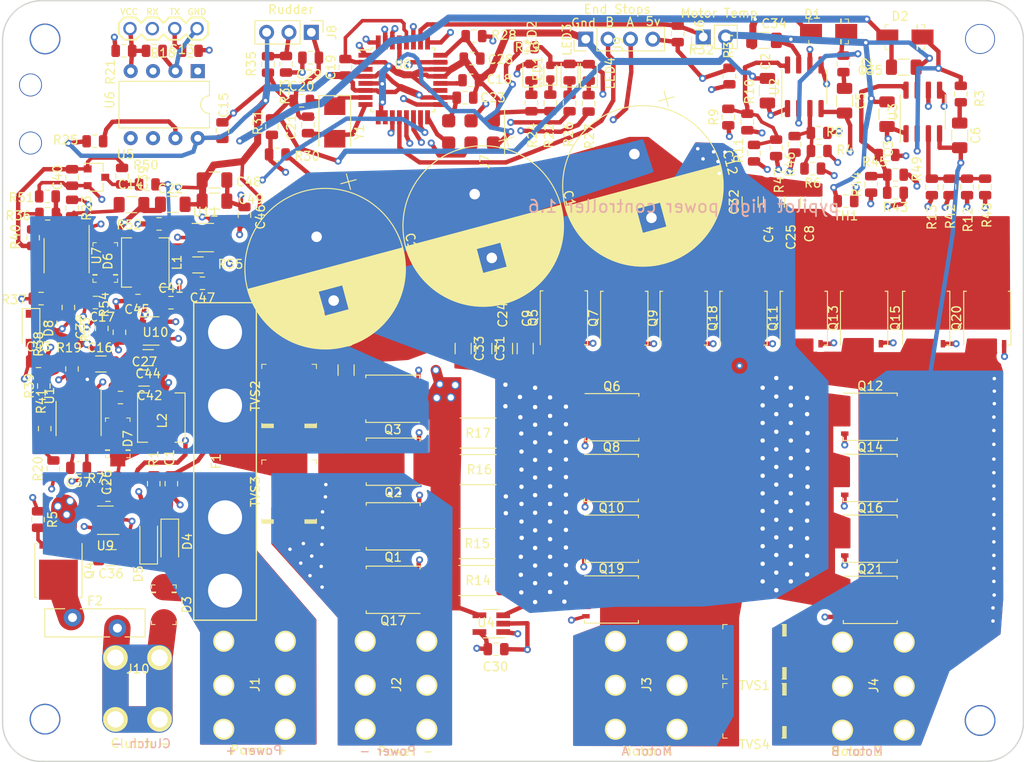
<source format=kicad_pcb>
(kicad_pcb (version 20171130) (host pcbnew 5.1.5+dfsg1-2build2)
  (layers (0 F.Cu signal) (1 In1.Cu signal) (2 In2.Cu signal) (31 B.Cu signal) (34 B.Paste user) (35 F.Paste user) (36 B.SilkS user) (37 F.SilkS user) (38 B.Mask user) (39 F.Mask user) (44 Edge.Cuts user))
  (net 0 "")
  (net 1 GND)
  (net 2 "Net-(C6-Pad1)")
  (net 3 "Net-(C5-Pad1)")
  (net 4 EndB)
  (net 5 EndA)
  (net 6 MISO)
  (net 7 SCK)
  (net 8 RESET)
  (net 9 MOSI)
  (net 10 /sense/Shunt)
  (net 11 Motor_Temp)
  (net 12 Rudder)
  (net 13 RX)
  (net 14 TX)
  (net 15 /sense/PWMAH)
  (net 16 /sense/PWMAL)
  (net 17 "Net-(C5-Pad2)")
  (net 18 "Net-(C6-Pad2)")
  (net 19 /sense/PWMBL)
  (net 20 /sense/PWMBH)
  (net 21 Voltage)
  (net 22 Controller_Temp)
  (net 23 "Net-(LED1-Pad1)")
  (net 24 "Net-(LED2-Pad1)")
  (net 25 +5V)
  (net 26 "Net-(J5-Pad2)")
  (net 27 "Net-(J5-Pad3)")
  (net 28 "Net-(D3-Pad2)")
  (net 29 "Net-(F2-Pad1)")
  (net 30 "Net-(C1-Pad2)")
  (net 31 VCC)
  (net 32 "Net-(C13-Pad1)")
  (net 33 "Net-(C13-Pad2)")
  (net 34 "Net-(C18-Pad1)")
  (net 35 "Net-(C20-Pad2)")
  (net 36 "Net-(C21-Pad2)")
  (net 37 "Net-(J8-Pad2)")
  (net 38 "Net-(LED3-Pad1)")
  (net 39 "Net-(LED4-Pad1)")
  (net 40 "Net-(R4-Pad2)")
  (net 41 "Net-(R10-Pad2)")
  (net 42 "Net-(R18-Pad1)")
  (net 43 "Net-(C14-Pad1)")
  (net 44 "Net-(C17-Pad2)")
  (net 45 "Net-(C26-Pad2)")
  (net 46 "Net-(C28-Pad1)")
  (net 47 "Net-(R20-Pad2)")
  (net 48 "Net-(D4-Pad2)")
  (net 49 VDD)
  (net 50 +12V)
  (net 51 "Net-(C17-Pad1)")
  (net 52 "Net-(C26-Pad1)")
  (net 53 VSS)
  (net 54 "Net-(Q4-Pad2)")
  (net 55 "Net-(Q5-Pad2)")
  (net 56 "Net-(Q6-Pad2)")
  (net 57 "Net-(Q7-Pad2)")
  (net 58 "Net-(Q8-Pad2)")
  (net 59 "Net-(Q9-Pad2)")
  (net 60 "Net-(Q10-Pad2)")
  (net 61 "Net-(Q11-Pad2)")
  (net 62 "Net-(Q12-Pad2)")
  (net 63 "Net-(Q13-Pad2)")
  (net 64 "Net-(Q14-Pad2)")
  (net 65 "Net-(Q15-Pad2)")
  (net 66 "Net-(Q16-Pad2)")
  (net 67 "Net-(R5-Pad1)")
  (net 68 "Net-(R12-Pad2)")
  (net 69 "Net-(R43-Pad2)")
  (net 70 "Net-(U9-Pad1)")
  (net 71 "Net-(Q18-Pad2)")
  (net 72 "Net-(Q19-Pad2)")
  (net 73 "Net-(Q20-Pad2)")
  (net 74 "Net-(Q21-Pad2)")
  (net 75 "Net-(C7-Pad2)")
  (net 76 "Net-(C37-Pad2)")
  (net 77 "Net-(C38-Pad2)")
  (net 78 "Net-(R39-Pad1)")
  (net 79 "Net-(R40-Pad1)")
  (net 80 "Net-(C39-Pad1)")
  (net 81 +5VD)
  (net 82 "Net-(C43-Pad1)")
  (net 83 "Net-(C43-Pad2)")
  (net 84 "Net-(C45-Pad2)")
  (net 85 "Net-(D8-Pad1)")
  (net 86 "Net-(L1-Pad1)")
  (net 87 "Net-(R36-Pad1)")
  (net 88 "Net-(R52-Pad2)")
  (net 89 "Net-(D1-Pad1)")
  (net 90 "Net-(D2-Pad1)")
  (module Capacitor_SMD:C_1206_3216Metric (layer F.Cu) (at 271.683 131.129 270)
    (fp_text reference C6 (at 0 -1.82 90) (layer F.SilkS))
    (fp_text value 10uF)
    (pad 1 smd roundrect (at -1.4 0 270) (size 1.25 1.75) (layers F.Cu F.Paste F.Mask) (roundrect_rratio 0.2) (net 2 "Net-(C6-Pad1)"))
    (pad 2 smd roundrect (at 1.4 0 270) (size 1.25 1.75) (layers F.Cu F.Paste F.Mask) (roundrect_rratio 0.2) (net 18 "Net-(C6-Pad2)"))
  )
  (module Package_SO:SOIC-8_3.9x4.9mm_P1.27mm (layer F.Cu) (at 254.03 125.609 90)
    (fp_text reference U2 (at 0 -3.4 90) (layer F.SilkS))
    (fp_text value "NCP81075,  UCC27211 ; NCP5183,  IRS2186 backup:  IRS21867")
    (pad 8 smd roundrect (at 2.475 -1.905 90) (size 1.95 0.6) (layers F.Cu F.Paste F.Mask) (net 41 "Net-(R10-Pad2)"))
    (pad 7 smd roundrect (at 2.475 -0.635 90) (size 1.95 0.6) (layers F.Cu F.Paste F.Mask) (net 1 GND))
    (pad 6 smd roundrect (at 2.475 0.635 90) (size 1.95 0.6) (layers F.Cu F.Paste F.Mask) (net 16 /sense/PWMAL))
    (pad 5 smd roundrect (at 2.475 1.905 90) (size 1.95 0.6) (layers F.Cu F.Paste F.Mask) (net 15 /sense/PWMAH))
    (pad 4 smd roundrect (at -2.475 1.905 90) (size 1.95 0.6) (layers F.Cu F.Paste F.Mask) (net 17 "Net-(C5-Pad2)"))
    (pad 3 smd roundrect (at -2.475 0.635 90) (size 1.95 0.6) (layers F.Cu F.Paste F.Mask) (net 40 "Net-(R4-Pad2)"))
    (pad 2 smd roundrect (at -2.475 -0.635 90) (size 1.95 0.6) (layers F.Cu F.Paste F.Mask) (net 89 "Net-(D1-Pad1)"))
    (pad 1 smd roundrect (at -2.475 -1.905 90) (size 1.95 0.6) (layers F.Cu F.Paste F.Mask) (net 50 +12V))
  )
  (module Resistor_SMD:R_0805_2012Metric (layer F.Cu) (at 166.975 174.77 270)
    (fp_text reference R5 (at 0 -1.65 90) (layer F.SilkS))
    (fp_text value 47)
    (pad 1 smd roundrect (at -0.9375 0 270) (size 0.975 1.4) (layers F.Cu F.Paste F.Mask) (net 67 "Net-(R5-Pad1)"))
    (pad 2 smd roundrect (at 0.9375 0 270) (size 0.975 1.4) (layers F.Cu F.Paste F.Mask) (net 54 "Net-(Q4-Pad2)"))
  )
  (module Capacitor_SMD:C_1206_3216Metric (layer F.Cu) (at 249.839 126.055 90)
    (fp_text reference C2 (at 3.3244 -0.2032 90) (layer F.SilkS))
    (fp_text value 10uF)
    (pad 1 smd roundrect (at -1.4 0 90) (size 1.25 1.75) (layers F.Cu F.Paste F.Mask) (roundrect_rratio 0.2) (net 50 +12V))
    (pad 2 smd roundrect (at 1.4 0 90) (size 1.25 1.75) (layers F.Cu F.Paste F.Mask) (roundrect_rratio 0.2) (net 1 GND))
  )
  (module Resistor_SMD:R_0805_2012Metric (layer F.Cu) (at 168.725 169 90)
    (fp_text reference R20 (at -0.0125 -1.75 90) (layer F.SilkS))
    (fp_text value 150k)
    (pad 2 smd roundrect (at 0.9375 0 90) (size 0.975 1.4) (layers F.Cu F.Paste F.Mask) (net 47 "Net-(R20-Pad2)"))
    (pad 1 smd roundrect (at -0.9375 0 90) (size 0.975 1.4) (layers F.Cu F.Paste F.Mask) (net 50 +12V))
  )
  (module Resistor_SMD:R_0805_2012Metric (layer F.Cu) (at 194.1645 133.291 180)
    (fp_text reference R30 (at -3.3805 -0.2032) (layer F.SilkS))
    (fp_text value 100k)
    (pad 2 smd roundrect (at 0.9375 0 180) (size 0.975 1.4) (layers F.Cu F.Paste F.Mask) (net 21 Voltage))
    (pad 1 smd roundrect (at -0.9375 0 180) (size 0.975 1.4) (layers F.Cu F.Paste F.Mask) (net 31 VCC))
  )
  (module Capacitor_SMD:C_0805_2012Metric (layer F.Cu) (at 173.5025 150.12 180)
    (fp_text reference C17 (at -0.7625 -1.65) (layer F.SilkS))
    (fp_text value .22uF)
    (pad 1 smd roundrect (at -0.9375 0 180) (size 0.975 1.4) (layers F.Cu F.Paste F.Mask) (net 51 "Net-(C17-Pad1)"))
    (pad 2 smd roundrect (at 0.9375 0 180) (size 0.975 1.4) (layers F.Cu F.Paste F.Mask) (net 44 "Net-(C17-Pad2)"))
  )
  (module Capacitor_SMD:C_0805_2012Metric (layer F.Cu) (at 180.1875 121.525)
    (fp_text reference C13 (at 3.1219 -0.1524) (layer F.SilkS))
    (fp_text value .1uF)
    (pad 1 smd roundrect (at -0.9375 0) (size 0.975 1.4) (layers F.Cu F.Paste F.Mask) (net 32 "Net-(C13-Pad1)"))
    (pad 2 smd roundrect (at 0.9375 0) (size 0.975 1.4) (layers F.Cu F.Paste F.Mask) (net 33 "Net-(C13-Pad2)"))
  )
  (module Resistor_SMD:R_0805_2012Metric (layer F.Cu) (at 271.81 126.433 270)
    (fp_text reference R3 (at 0.508 -2.159 90) (layer F.SilkS))
    (fp_text value 2.2)
    (pad 2 smd roundrect (at 0.9375 0 270) (size 0.975 1.4) (layers F.Cu F.Paste F.Mask) (net 2 "Net-(C6-Pad1)"))
    (pad 1 smd roundrect (at -0.9375 0 270) (size 0.975 1.4) (layers F.Cu F.Paste F.Mask) (net 90 "Net-(D2-Pad1)"))
  )
  (module Resistor_SMD:R_0805_2012Metric (layer F.Cu) (at 167.735 164.44 90)
    (fp_text reference R41 (at 3.1 -0.4 90) (layer F.SilkS))
    (fp_text value 10k)
    (pad 1 smd roundrect (at -0.9375 0 90) (size 0.975 1.4) (layers F.Cu F.Paste F.Mask) (net 47 "Net-(R20-Pad2)"))
    (pad 2 smd roundrect (at 0.9375 0 90) (size 0.975 1.4) (layers F.Cu F.Paste F.Mask) (net 1 GND))
  )
  (module Package_QFP:TQFP-32_7x7mm_P0.8mm (layer F.Cu) (at 208.4308 124.8238)
    (fp_text reference U8 (at -0.0192 -1.7354) (layer F.SilkS))
    (fp_text value ATmega328P-AU)
    (pad 1 smd rect (at -4.25 -2.8) (size 1.6 0.55) (layers F.Cu F.Paste F.Mask) (net 19 /sense/PWMBL))
    (pad 2 smd rect (at -4.25 -2) (size 1.6 0.55) (layers F.Cu F.Paste F.Mask) (net 1 GND))
    (pad 3 smd rect (at -4.25 -1.2) (size 1.6 0.55) (layers F.Cu F.Paste F.Mask) (net 1 GND))
    (pad 4 smd rect (at -4.25 -0.4) (size 1.6 0.55) (layers F.Cu F.Paste F.Mask) (net 25 +5V))
    (pad 5 smd rect (at -4.25 0.4) (size 1.6 0.55) (layers F.Cu F.Paste F.Mask) (net 1 GND))
    (pad 6 smd rect (at -4.25 1.2) (size 1.6 0.55) (layers F.Cu F.Paste F.Mask) (net 25 +5V))
    (pad 7 smd rect (at -4.25 2) (size 1.6 0.55) (layers F.Cu F.Paste F.Mask) (net 35 "Net-(C20-Pad2)"))
    (pad 8 smd rect (at -4.25 2.8) (size 1.6 0.55) (layers F.Cu F.Paste F.Mask) (net 36 "Net-(C21-Pad2)"))
    (pad 9 smd rect (at -2.8 4.25 90) (size 1.6 0.55) (layers F.Cu F.Paste F.Mask) (net 1 GND))
    (pad 10 smd rect (at -2 4.25 90) (size 1.6 0.55) (layers F.Cu F.Paste F.Mask) (net 1 GND))
    (pad 11 smd rect (at -1.2 4.25 90) (size 1.6 0.55) (layers F.Cu F.Paste F.Mask) (net 5 EndA))
    (pad 12 smd rect (at -0.4 4.25 90) (size 1.6 0.55) (layers F.Cu F.Paste F.Mask) (net 4 EndB))
    (pad 13 smd rect (at 0.4 4.25 90) (size 1.6 0.55) (layers F.Cu F.Paste F.Mask) (net 15 /sense/PWMAH))
    (pad 14 smd rect (at 1.2 4.25 90) (size 1.6 0.55) (layers F.Cu F.Paste F.Mask) (net 20 /sense/PWMBH))
    (pad 15 smd rect (at 2 4.25 90) (size 1.6 0.55) (layers F.Cu F.Paste F.Mask) (net 9 MOSI))
    (pad 16 smd rect (at 2.8 4.25 90) (size 1.6 0.55) (layers F.Cu F.Paste F.Mask) (net 6 MISO))
    (pad 17 smd rect (at 4.25 2.8) (size 1.6 0.55) (layers F.Cu F.Paste F.Mask) (net 7 SCK))
    (pad 18 smd rect (at 4.25 2) (size 1.6 0.55) (layers F.Cu F.Paste F.Mask) (net 25 +5V))
    (pad 19 smd rect (at 4.25 1.2) (size 1.6 0.55) (layers F.Cu F.Paste F.Mask) (net 1 GND))
    (pad 20 smd rect (at 4.25 0.4) (size 1.6 0.55) (layers F.Cu F.Paste F.Mask) (net 34 "Net-(C18-Pad1)"))
    (pad 21 smd rect (at 4.25 -0.4) (size 1.6 0.55) (layers F.Cu F.Paste F.Mask) (net 1 GND))
    (pad 22 smd rect (at 4.25 -1.2) (size 1.6 0.55) (layers F.Cu F.Paste F.Mask) (net 1 GND))
    (pad 23 smd rect (at 4.25 -2) (size 1.6 0.55) (layers F.Cu F.Paste F.Mask) (net 21 Voltage))
    (pad 24 smd rect (at 4.25 -2.8) (size 1.6 0.55) (layers F.Cu F.Paste F.Mask) (net 46 "Net-(C28-Pad1)"))
    (pad 25 smd rect (at 2.8 -4.25 90) (size 1.6 0.55) (layers F.Cu F.Paste F.Mask) (net 22 Controller_Temp))
    (pad 26 smd rect (at 2 -4.25 90) (size 1.6 0.55) (layers F.Cu F.Paste F.Mask) (net 11 Motor_Temp))
    (pad 27 smd rect (at 1.2 -4.25 90) (size 1.6 0.55) (layers F.Cu F.Paste F.Mask) (net 12 Rudder))
    (pad 28 smd rect (at 0.4 -4.25 90) (size 1.6 0.55) (layers F.Cu F.Paste F.Mask) (net 1 GND))
    (pad 29 smd rect (at -0.4 -4.25 90) (size 1.6 0.55) (layers F.Cu F.Paste F.Mask) (net 8 RESET))
    (pad 30 smd rect (at -1.2 -4.25 90) (size 1.6 0.55) (layers F.Cu F.Paste F.Mask) (net 13 RX))
    (pad 31 smd rect (at -2 -4.25 90) (size 1.6 0.55) (layers F.Cu F.Paste F.Mask) (net 14 TX))
    (pad 32 smd rect (at -2.8 -4.25 90) (size 1.6 0.55) (layers F.Cu F.Paste F.Mask) (net 16 /sense/PWMAL))
  )
  (module highpower_footprints:ISP (layer F.Cu) (at 216.1696 132 90)
    (fp_text reference J7 (at -2.125 1.54 90) (layer F.SilkS))
    (fp_text value ISP)
    (pad 1 smd roundrect (at 0 -2.54 90) (size 1.5 1.5) (layers F.Cu F.Paste F.Mask) (net 6 MISO))
    (pad 4 smd roundrect (at 2.525 -2.54 90) (size 1.5 1.5) (layers F.Cu F.Paste F.Mask) (net 25 +5V))
    (pad 2 smd roundrect (at 0 0 90) (size 1.5 1.5) (layers F.Cu F.Paste F.Mask) (net 7 SCK))
    (pad 5 smd roundrect (at 2.525 0 90) (size 1.5 1.5) (layers F.Cu F.Paste F.Mask) (net 9 MOSI))
    (pad 3 smd roundrect (at 0 2.54 90) (size 1.5 1.5) (layers F.Cu F.Paste F.Mask) (net 8 RESET))
    (pad 6 smd roundrect (at 2.525 2.54 90) (size 1.5 1.5) (layers F.Cu F.Paste F.Mask) (net 1 GND))
  )
  (module Capacitor_SMD:C_0805_2012Metric (layer F.Cu) (at 182.125 170.7 270)
    (fp_text reference C1 (at -2.9464 0.2032 90) (layer F.SilkS))
    (fp_text value 1uF)
    (pad 2 smd roundrect (at 0.9375 0 270) (size 0.975 1.4) (layers F.Cu F.Paste F.Mask) (net 30 "Net-(C1-Pad2)"))
    (pad 1 smd roundrect (at -0.9375 0 270) (size 0.975 1.4) (layers F.Cu F.Paste F.Mask) (net 31 VCC))
  )
  (module Capacitor_SMD:C_1206_3216Metric (layer F.Cu) (at 263.428 128.722 90)
    (fp_text reference C3 (at -3.925 0.15 90) (layer F.SilkS))
    (fp_text value 10uF)
    (pad 2 smd roundrect (at 1.4 0 90) (size 1.25 1.75) (layers F.Cu F.Paste F.Mask) (roundrect_rratio 0.2) (net 1 GND))
    (pad 1 smd roundrect (at -1.4 0 90) (size 1.25 1.75) (layers F.Cu F.Paste F.Mask) (roundrect_rratio 0.2) (net 50 +12V))
  )
  (module Capacitor_SMD:C_1206_3216Metric (layer F.Cu) (at 250.3 138.7 90)
    (fp_text reference C4 (at -3.68 -0.3048 90) (layer F.SilkS))
    (fp_text value 10uF)
    (pad 2 smd roundrect (at 1.4 0 90) (size 1.25 1.75) (layers F.Cu F.Paste F.Mask) (roundrect_rratio 0.2) (net 53 VSS))
    (pad 1 smd roundrect (at -1.4 0 90) (size 1.25 1.75) (layers F.Cu F.Paste F.Mask) (roundrect_rratio 0.2) (net 31 VCC))
  )
  (module Capacitor_SMD:C_1206_3216Metric (layer F.Cu) (at 201.975 157.8 270)
    (fp_text reference C7 (at -3.5784 -0.3048 90) (layer F.SilkS))
    (fp_text value 10uF)
    (pad 1 smd roundrect (at -1.4 0 270) (size 1.25 1.75) (layers F.Cu F.Paste F.Mask) (roundrect_rratio 0.2) (net 31 VCC))
    (pad 2 smd roundrect (at 1.4 0 270) (size 1.25 1.75) (layers F.Cu F.Paste F.Mask) (roundrect_rratio 0.2) (net 75 "Net-(C7-Pad2)"))
  )
  (module Capacitor_SMD:C_1206_3216Metric (layer F.Cu) (at 255.075 138.7 90)
    (fp_text reference C8 (at -3.6068 -0.4572 90) (layer F.SilkS))
    (fp_text value 10uF)
    (pad 2 smd roundrect (at 1.4 0 90) (size 1.25 1.75) (layers F.Cu F.Paste F.Mask) (roundrect_rratio 0.2) (net 53 VSS))
    (pad 1 smd roundrect (at -1.4 0 90) (size 1.25 1.75) (layers F.Cu F.Paste F.Mask) (roundrect_rratio 0.2) (net 31 VCC))
  )
  (module Capacitor_SMD:C_1206_3216Metric (layer F.Cu) (at 222.325 155.35 270)
    (fp_text reference C9 (at -3.432 -0.2032 90) (layer F.SilkS))
    (fp_text value 10uF)
    (pad 1 smd roundrect (at -1.4 0 270) (size 1.25 1.75) (layers F.Cu F.Paste F.Mask) (roundrect_rratio 0.2) (net 31 VCC))
    (pad 2 smd roundrect (at 1.4 0 270) (size 1.25 1.75) (layers F.Cu F.Paste F.Mask) (roundrect_rratio 0.2) (net 53 VSS))
  )
  (module Capacitor_SMD:C_0805_2012Metric (layer F.Cu) (at 187.925 130.5875 90)
    (fp_text reference C15 (at 2.8875 0.15 90) (layer F.SilkS))
    (fp_text value .1uF)
    (pad 2 smd roundrect (at 0.9375 0 90) (size 0.975 1.4) (layers F.Cu F.Paste F.Mask) (net 1 GND))
    (pad 1 smd roundrect (at -0.9375 0 90) (size 0.975 1.4) (layers F.Cu F.Paste F.Mask) (net 25 +5V))
  )
  (module Capacitor_SMD:C_0805_2012Metric (layer F.Cu) (at 216.1419 124.8664)
    (fp_text reference C18 (at 3.2281 -0.1016) (layer F.SilkS))
    (fp_text value .1uF)
    (pad 2 smd roundrect (at 0.9375 0) (size 0.975 1.4) (layers F.Cu F.Paste F.Mask) (net 1 GND))
    (pad 1 smd roundrect (at -0.9375 0) (size 0.975 1.4) (layers F.Cu F.Paste F.Mask) (net 34 "Net-(C18-Pad1)"))
  )
  (module Capacitor_SMD:C_0805_2012Metric (layer F.Cu) (at 201.8948 123.3932 90)
    (fp_text reference C19 (at 0 -1.65 90) (layer F.SilkS))
    (fp_text value .1uF)
    (pad 1 smd roundrect (at -0.9375 0 90) (size 0.975 1.4) (layers F.Cu F.Paste F.Mask) (net 25 +5V))
    (pad 2 smd roundrect (at 0.9375 0 90) (size 0.975 1.4) (layers F.Cu F.Paste F.Mask) (net 1 GND))
  )
  (module Capacitor_SMD:C_0805_2012Metric (layer F.Cu) (at 196.9285 127.2)
    (fp_text reference C20 (at 0 -1.65) (layer F.SilkS))
    (fp_text value 18pF)
    (pad 2 smd roundrect (at 0.9375 0) (size 0.975 1.4) (layers F.Cu F.Paste F.Mask) (net 35 "Net-(C20-Pad2)"))
    (pad 1 smd roundrect (at -0.9375 0) (size 0.975 1.4) (layers F.Cu F.Paste F.Mask) (net 1 GND))
  )
  (module Capacitor_SMD:C_0805_2012Metric (layer F.Cu) (at 197.642 129.9405 270)
    (fp_text reference C21 (at 0.2309 1.8796 90) (layer F.SilkS))
    (fp_text value 12pF)
    (pad 1 smd roundrect (at -0.9375 0 270) (size 0.975 1.4) (layers F.Cu F.Paste F.Mask) (net 1 GND))
    (pad 2 smd roundrect (at 0.9375 0 270) (size 0.975 1.4) (layers F.Cu F.Paste F.Mask) (net 36 "Net-(C21-Pad2)"))
  )
  (module highpower_footprints:DO-214AC (layer F.Cu) (at 256.792 119.321 180)
    (fp_text reference D1 (at 1.8246 1.965) (layer F.SilkS))
    (fp_text value MUR160)
    (pad 2 smd rect (at 2 0 180) (size 2.5 1.7) (layers F.Cu F.Paste F.Mask) (net 50 +12V))
    (pad 1 smd rect (at -2 0 180) (size 2.5 1.7) (layers F.Cu F.Paste F.Mask) (net 89 "Net-(D1-Pad1)"))
  )
  (module highpower_footprints:DO-214AC (layer F.Cu) (at 265.46 119.956 180)
    (fp_text reference D2 (at 0.55 2.35) (layer F.SilkS))
    (fp_text value MUR160)
    (pad 1 smd rect (at -2 0 180) (size 2.5 1.7) (layers F.Cu F.Paste F.Mask) (net 90 "Net-(D2-Pad1)"))
    (pad 2 smd rect (at 2 0 180) (size 2.5 1.7) (layers F.Cu F.Paste F.Mask) (net 50 +12V))
  )
  (module highpower_footprints:DO-214AC (layer F.Cu) (at 181.275 184.45 270)
    (fp_text reference D3 (at 0 -2.6 270) (layer F.SilkS))
    (fp_text value MUR160)
    (pad 2 smd rect (at 2 0 270) (size 2.5 1.7) (layers F.Cu F.Paste F.Mask) (net 28 "Net-(D3-Pad2)"))
    (pad 1 smd rect (at -2 0 270) (size 2.5 1.7) (layers F.Cu F.Paste F.Mask) (net 49 VDD))
  )
  (module "highpower_footprints:MAXI FUSE CLIP" (layer F.Cu) (at 188.225 174.52 90)
    (fp_text reference F1 (at 6.35 -1.016 90) (layer F.SilkS))
    (fp_text value FUSE)
    (pad 1 thru_hole circle (at -8.33 0 90) (size 5.86 5.86) (drill 3.86) (layers *.Cu *.Mask) (net 49 VDD))
    (pad 1 thru_hole circle (at 0 0 90) (size 5.86 5.86) (drill 3.86) (layers *.Cu *.Mask) (net 49 VDD))
    (pad 2 thru_hole circle (at 12.7 0 90) (size 5.86 5.86) (drill 3.86) (layers *.Cu *.Mask) (net 31 VCC))
    (pad 2 thru_hole circle (at 21.03 0 90) (size 5.86 5.86) (drill 3.86) (layers *.Cu *.Mask) (net 31 VCC))
  )
  (module highpower_footprints:uart (layer F.Cu) (at 177.425 119)
    (fp_text reference J5 hide)
    (fp_text value UART_Device hide)
    (fp_text user GND (at 7.6 -1.9) (layer F.SilkS) (effects (font (size 0.7 0.7) (thickness 0.12))))
    (fp_text user RX (at 2.54 -1.905) (layer F.SilkS) (effects (font (size 0.7 0.7) (thickness 0.12))))
    (fp_text user TX (at 5.08 -1.905) (layer F.SilkS) (effects (font (size 0.7 0.7) (thickness 0.12))))
    (fp_text user VCC (at -0.1 -1.9) (layer F.SilkS) (effects (font (size 0.7 0.7) (thickness 0.12))))
    (pad 1 thru_hole oval (at 0 0 90) (size 1.524 1.524) (drill 1.016) (layers *.Cu *.Mask) (net 32 "Net-(C13-Pad1)"))
    (pad 2 thru_hole oval (at 2.54 0 90) (size 1.524 1.524) (drill 1.016) (layers *.Cu *.Mask) (net 26 "Net-(J5-Pad2)"))
    (pad 3 thru_hole oval (at 5.08 0 90) (size 1.524 1.524) (drill 1.016) (layers *.Cu *.Mask) (net 27 "Net-(J5-Pad3)"))
    (pad 4 thru_hole oval (at 7.62 0 90) (size 1.524 1.524) (drill 1.016) (layers *.Cu *.Mask) (net 33 "Net-(C13-Pad2)"))
  )
  (module Connector_PinHeader_2.54mm:PinHeader_1x02_P2.54mm_Vertical (layer F.Cu) (at 242.55 119.95 90)
    (fp_text reference J6 (at 1.15 -0.425 90) (layer F.SilkS))
    (fp_text value Conn_01x02)
    (pad 1 thru_hole rect (at 0 0 90) (size 1.7 1.7) (drill 1) (layers *.Cu *.Mask) (net 11 Motor_Temp))
    (pad 2 thru_hole oval (at 0 2.54 90) (size 1.7 1.7) (drill 1) (layers *.Cu *.Mask) (net 1 GND))
  )
  (module Connector_PinHeader_2.54mm:PinHeader_1x03_P2.54mm_Vertical (layer F.Cu) (at 198.025 119.425 270)
    (fp_text reference J8 (at 0 -2.33 90) (layer F.SilkS))
    (fp_text value Rudder)
    (pad 1 thru_hole rect (at 0 0 270) (size 1.7 1.7) (drill 1) (layers *.Cu *.Mask) (net 1 GND))
    (pad 2 thru_hole oval (at 0 2.54 270) (size 1.7 1.7) (drill 1) (layers *.Cu *.Mask) (net 37 "Net-(J8-Pad2)"))
    (pad 3 thru_hole oval (at 0 5.08 270) (size 1.7 1.7) (drill 1) (layers *.Cu *.Mask) (net 25 +5V))
  )
  (module highpower_footprints:screw_terminal (layer F.Cu) (at 175.775 190.475)
    (fp_text reference J10 (at 2.54 1.27) (layer F.SilkS))
    (fp_text value power-)
    (pad 1 thru_hole circle (at 0 0) (size 2.8 2.8) (drill 1.85) (layers *.Cu *.Mask F.SilkS) (net 28 "Net-(D3-Pad2)"))
    (pad 1 thru_hole circle (at 5 0) (size 2.8 2.8) (drill 1.85) (layers *.Cu *.Mask F.SilkS) (net 28 "Net-(D3-Pad2)"))
    (pad 1 thru_hole circle (at 0 7) (size 2.8 2.8) (drill 1.85) (layers *.Cu *.Mask F.SilkS) (net 28 "Net-(D3-Pad2)"))
    (pad 1 thru_hole circle (at 5 7) (size 2.8 2.8) (drill 1.85) (layers *.Cu *.Mask F.SilkS) (net 28 "Net-(D3-Pad2)"))
  )
  (module LED_SMD:LED_0805_2012Metric (layer F.Cu) (at 223.025 123.95 90)
    (fp_text reference LED2 (at 4.0155 0.0762 90) (layer F.SilkS))
    (fp_text value BLUE)
    (pad 2 smd roundrect (at 0.9375 0 90) (size 0.975 1.4) (layers F.Cu F.Paste F.Mask) (net 7 SCK))
    (pad 1 smd roundrect (at -0.9375 0 90) (size 0.975 1.4) (layers F.Cu F.Paste F.Mask) (net 24 "Net-(LED2-Pad1)"))
  )
  (module LED_SMD:LED_0805_2012Metric (layer F.Cu) (at 227.3622 123.9503 90)
    (fp_text reference LED3 (at 3.6753 -0.2872 90) (layer F.SilkS))
    (fp_text value GREEN)
    (pad 1 smd roundrect (at -0.9375 0 90) (size 0.975 1.4) (layers F.Cu F.Paste F.Mask) (net 38 "Net-(LED3-Pad1)"))
    (pad 2 smd roundrect (at 0.9375 0 90) (size 0.975 1.4) (layers F.Cu F.Paste F.Mask) (net 25 +5V))
  )
  (module LED_SMD:LED_0805_2012Metric (layer F.Cu) (at 229.5466 123.9757 90)
    (fp_text reference LED4 (at -0.0993 2.4284 90) (layer F.SilkS))
    (fp_text value YELLOW)
    (pad 1 smd roundrect (at -0.9375 0 90) (size 0.975 1.4) (layers F.Cu F.Paste F.Mask) (net 39 "Net-(LED4-Pad1)"))
    (pad 2 smd roundrect (at 0.9375 0 90) (size 0.975 1.4) (layers F.Cu F.Paste F.Mask) (net 25 +5V))
  )
  (module Resistor_SMD:R_0805_2012Metric (layer F.Cu) (at 180.125 170.7 90)
    (fp_text reference R1 (at 2.8171 0 90) (layer F.SilkS))
    (fp_text value 10k)
    (pad 2 smd roundrect (at 0.9375 0 90) (size 0.975 1.4) (layers F.Cu F.Paste F.Mask) (net 31 VCC))
    (pad 1 smd roundrect (at -0.9375 0 90) (size 0.975 1.4) (layers F.Cu F.Paste F.Mask) (net 30 "Net-(C1-Pad2)"))
  )
  (module Resistor_SMD:R_0805_2012Metric (layer F.Cu) (at 258.475 123.004 270)
    (fp_text reference R2 (at 0.2055 -2.667 90) (layer F.SilkS))
    (fp_text value 2.2)
    (pad 1 smd roundrect (at -0.9375 0 270) (size 0.975 1.4) (layers F.Cu F.Paste F.Mask) (net 89 "Net-(D1-Pad1)"))
    (pad 2 smd roundrect (at 0.9375 0 270) (size 0.975 1.4) (layers F.Cu F.Paste F.Mask) (net 3 "Net-(C5-Pad1)"))
  )
  (module Resistor_SMD:R_0805_2012Metric (layer F.Cu) (at 255.725 132.9 180)
    (fp_text reference R4 (at -2.9233 0.1016) (layer F.SilkS))
    (fp_text value 47)
    (pad 1 smd roundrect (at -0.9375 0 180) (size 0.975 1.4) (layers F.Cu F.Paste F.Mask) (net 57 "Net-(Q7-Pad2)"))
    (pad 2 smd roundrect (at 0.9375 0 180) (size 0.975 1.4) (layers F.Cu F.Paste F.Mask) (net 40 "Net-(R4-Pad2)"))
  )
  (module Resistor_SMD:R_0805_2012Metric (layer F.Cu) (at 174.9175 172)
    (fp_text reference R7 (at -1.3625 -1.9) (layer F.SilkS))
    (fp_text value 10k)
    (pad 1 smd roundrect (at -0.9375 0) (size 0.975 1.4) (layers F.Cu F.Paste F.Mask) (net 1 GND))
    (pad 2 smd roundrect (at 0.9375 0) (size 0.975 1.4) (layers F.Cu F.Paste F.Mask) (net 9 MOSI))
  )
  (module Resistor_SMD:R_2512_6332Metric (layer F.Cu) (at 216.825 181.7 180)
    (fp_text reference R14 (at -0.148 0) (layer F.SilkS))
    (fp_text value 2m)
    (pad 2 smd roundrect (at 2.9 0 180) (size 1.35 3.35) (layers F.Cu F.Paste F.Mask) (roundrect_rratio 0.185185) (net 1 GND))
    (pad 1 smd roundrect (at -2.9 0 180) (size 1.35 3.35) (layers F.Cu F.Paste F.Mask) (roundrect_rratio 0.185185) (net 53 VSS))
  )
  (module Resistor_SMD:R_2512_6332Metric (layer F.Cu) (at 216.875 177.5 180)
    (fp_text reference R15 (at 0 0) (layer F.SilkS))
    (fp_text value 2m)
    (pad 1 smd roundrect (at -2.9 0 180) (size 1.35 3.35) (layers F.Cu F.Paste F.Mask) (roundrect_rratio 0.185185) (net 53 VSS))
    (pad 2 smd roundrect (at 2.9 0 180) (size 1.35 3.35) (layers F.Cu F.Paste F.Mask) (roundrect_rratio 0.185185) (net 1 GND))
  )
  (module Resistor_SMD:R_2512_6332Metric (layer F.Cu) (at 216.975 169.1 180)
    (fp_text reference R16 (at -0.148 0) (layer F.SilkS))
    (fp_text value 2m)
    (pad 2 smd roundrect (at 2.9 0 180) (size 1.35 3.35) (layers F.Cu F.Paste F.Mask) (roundrect_rratio 0.185185) (net 1 GND))
    (pad 1 smd roundrect (at -2.9 0 180) (size 1.35 3.35) (layers F.Cu F.Paste F.Mask) (roundrect_rratio 0.185185) (net 53 VSS))
  )
  (module Resistor_SMD:R_2512_6332Metric (layer F.Cu) (at 216.975 164.95 180)
    (fp_text reference R17 (at 0 0) (layer F.SilkS))
    (fp_text value 2m)
    (pad 1 smd roundrect (at -2.9 0 180) (size 1.35 3.35) (layers F.Cu F.Paste F.Mask) (roundrect_rratio 0.185185) (net 53 VSS))
    (pad 2 smd roundrect (at 2.9 0 180) (size 1.35 3.35) (layers F.Cu F.Paste F.Mask) (roundrect_rratio 0.185185) (net 1 GND))
  )
  (module Resistor_SMD:R_0805_2012Metric (layer F.Cu) (at 184.275 121.525 180)
    (fp_text reference R18 (at 3.0875 -0.25) (layer F.SilkS))
    (fp_text value 560)
    (pad 2 smd roundrect (at 0.9375 0 180) (size 0.975 1.4) (layers F.Cu F.Paste F.Mask) (net 27 "Net-(J5-Pad3)"))
    (pad 1 smd roundrect (at -0.9375 0 180) (size 0.975 1.4) (layers F.Cu F.Paste F.Mask) (net 42 "Net-(R18-Pad1)"))
  )
  (module Resistor_SMD:R_0805_2012Metric (layer F.Cu) (at 176.7375 121.525 180)
    (fp_text reference R21 (at 1.5375 -2.4 90) (layer F.SilkS))
    (fp_text value 2k)
    (pad 1 smd roundrect (at -0.9375 0 180) (size 0.975 1.4) (layers F.Cu F.Paste F.Mask) (net 32 "Net-(C13-Pad1)"))
    (pad 2 smd roundrect (at 0.9375 0 180) (size 0.975 1.4) (layers F.Cu F.Paste F.Mask) (net 42 "Net-(R18-Pad1)"))
  )
  (module Resistor_SMD:R_0805_2012Metric (layer F.Cu) (at 225.175 127.4375 270)
    (fp_text reference R22 (at 3.7315 0.127 90) (layer F.SilkS))
    (fp_text value 2.4k)
    (pad 2 smd roundrect (at 0.9375 0 270) (size 0.975 1.4) (layers F.Cu F.Paste F.Mask) (net 1 GND))
    (pad 1 smd roundrect (at -0.9375 0 270) (size 0.975 1.4) (layers F.Cu F.Paste F.Mask) (net 23 "Net-(LED1-Pad1)"))
  )
  (module Resistor_SMD:R_0805_2012Metric (layer F.Cu) (at 223.025 127.45 270)
    (fp_text reference R24 (at 3.683 -0.127 90) (layer F.SilkS))
    (fp_text value 1.2k)
    (pad 1 smd roundrect (at -0.9375 0 270) (size 0.975 1.4) (layers F.Cu F.Paste F.Mask) (net 24 "Net-(LED2-Pad1)"))
    (pad 2 smd roundrect (at 0.9375 0 270) (size 0.975 1.4) (layers F.Cu F.Paste F.Mask) (net 1 GND))
  )
  (module Resistor_SMD:R_0805_2012Metric (layer F.Cu) (at 173.4375 131.8)
    (fp_text reference R25 (at -3.3297 -0.1524) (layer F.SilkS))
    (fp_text value 2.4k)
    (pad 2 smd roundrect (at 0.9375 0) (size 0.975 1.4) (layers F.Cu F.Paste F.Mask) (net 13 RX))
    (pad 1 smd roundrect (at -0.9375 0) (size 0.975 1.4) (layers F.Cu F.Paste F.Mask) (net 25 +5V))
  )
  (module Resistor_SMD:R_0805_2012Metric (layer F.Cu) (at 227.3622 127.45 270)
    (fp_text reference R26 (at 3.556 0.127 90) (layer F.SilkS))
    (fp_text value 1.2k)
    (pad 1 smd roundrect (at -0.9375 0 270) (size 0.975 1.4) (layers F.Cu F.Paste F.Mask) (net 38 "Net-(LED3-Pad1)"))
    (pad 2 smd roundrect (at 0.9375 0 270) (size 0.975 1.4) (layers F.Cu F.Paste F.Mask) (net 14 TX))
  )
  (module Resistor_SMD:R_0805_2012Metric (layer F.Cu) (at 229.525 127.4875 270)
    (fp_text reference R27 (at 3.7569 -0.1016 90) (layer F.SilkS))
    (fp_text value 1.2k)
    (pad 2 smd roundrect (at 0.9375 0 270) (size 0.975 1.4) (layers F.Cu F.Paste F.Mask) (net 13 RX))
    (pad 1 smd roundrect (at -0.9375 0 270) (size 0.975 1.4) (layers F.Cu F.Paste F.Mask) (net 39 "Net-(LED4-Pad1)"))
  )
  (module Resistor_SMD:R_0805_2012Metric (layer F.Cu) (at 216.5 119.85 180)
    (fp_text reference R28 (at -3.4036 0.1016) (layer F.SilkS))
    (fp_text value 2.4k)
    (pad 1 smd roundrect (at -0.9375 0 180) (size 0.975 1.4) (layers F.Cu F.Paste F.Mask) (net 10 /sense/Shunt))
    (pad 2 smd roundrect (at 0.9375 0 180) (size 0.975 1.4) (layers F.Cu F.Paste F.Mask) (net 46 "Net-(C28-Pad1)"))
  )
  (module Resistor_SMD:R_0805_2012Metric (layer F.Cu) (at 222.4375 121.125)
    (fp_text reference R29 (at 0.1375 0) (layer F.SilkS))
    (fp_text value 10k)
    (pad 2 smd roundrect (at 0.9375 0) (size 0.975 1.4) (layers F.Cu F.Paste F.Mask) (net 25 +5V))
    (pad 1 smd roundrect (at -0.9375 0) (size 0.975 1.4) (layers F.Cu F.Paste F.Mask) (net 8 RESET))
  )
  (module Resistor_SMD:R_0805_2012Metric (layer F.Cu) (at 193.55 130.1375 270)
    (fp_text reference R31 (at -0.4875 1.6 90) (layer F.SilkS))
    (fp_text value 15k)
    (pad 2 smd roundrect (at 0.9375 0 270) (size 0.975 1.4) (layers F.Cu F.Paste F.Mask) (net 21 Voltage))
    (pad 1 smd roundrect (at -0.9375 0 270) (size 0.975 1.4) (layers F.Cu F.Paste F.Mask) (net 1 GND))
  )
  (module Resistor_SMD:R_0805_2012Metric (layer F.Cu) (at 239.65 119.6 90)
    (fp_text reference R32 (at -1.8125 2.675 180) (layer F.SilkS))
    (fp_text value 10k)
    (pad 2 smd roundrect (at 0.9375 0 90) (size 0.975 1.4) (layers F.Cu F.Paste F.Mask) (net 11 Motor_Temp))
    (pad 1 smd roundrect (at -0.9375 0 90) (size 0.975 1.4) (layers F.Cu F.Paste F.Mask) (net 25 +5V))
  )
  (module Resistor_SMD:R_0805_2012Metric (layer F.Cu) (at 195.15 123.05 270)
    (fp_text reference R33 (at 3.1375 0.1 90) (layer F.SilkS))
    (fp_text value 2.4k)
    (pad 2 smd roundrect (at 0.9375 0 270) (size 0.975 1.4) (layers F.Cu F.Paste F.Mask) (net 12 Rudder))
    (pad 1 smd roundrect (at -0.9375 0 270) (size 0.975 1.4) (layers F.Cu F.Paste F.Mask) (net 37 "Net-(J8-Pad2)"))
  )
  (module Resistor_SMD:R_0805_2012Metric (layer F.Cu) (at 245.521 124.3875 270)
    (fp_text reference R34 (at -3.4313 0.1016 90) (layer F.SilkS))
    (fp_text value 10k)
    (pad 1 smd roundrect (at -0.9375 0 270) (size 0.975 1.4) (layers F.Cu F.Paste F.Mask) (net 25 +5V))
    (pad 2 smd roundrect (at 0.9375 0 270) (size 0.975 1.4) (layers F.Cu F.Paste F.Mask) (net 22 Controller_Temp))
  )
  (module Resistor_SMD:R_0805_2012Metric (layer F.Cu) (at 258.7625 138.6 180)
    (fp_text reference TH1 (at -0.0125 -1.675) (layer F.SilkS))
    (fp_text value "10k NTC")
    (pad 1 smd roundrect (at -0.9375 0 180) (size 0.975 1.4) (layers F.Cu F.Paste F.Mask) (net 22 Controller_Temp))
    (pad 2 smd roundrect (at 0.9375 0 180) (size 0.975 1.4) (layers F.Cu F.Paste F.Mask) (net 1 GND))
  )
  (module highpower_footprints:DO-214AB (layer F.Cu) (at 248.375 189.8 180)
    (fp_text reference TVS1 (at 0 -3.83) (layer F.SilkS))
    (fp_text value TVS)
    (pad 2 smd rect (at 3.45 0.01 180) (size 2.5 3.3) (layers F.Cu F.Paste F.Mask) (net 17 "Net-(C5-Pad2)"))
    (pad 1 smd rect (at -3.45 0 180) (size 2.5 3.3) (layers F.Cu F.Paste F.Mask) (net 18 "Net-(C6-Pad2)"))
  )
  (module highpower_footprints:DO-214AB (layer F.Cu) (at 195.5 160.7356 90)
    (fp_text reference TVS2 (at 0 -3.83 90) (layer F.SilkS))
    (fp_text value TVS)
    (pad 1 smd rect (at -3.45 0 90) (size 2.5 3.3) (layers F.Cu F.Paste F.Mask) (net 75 "Net-(C7-Pad2)"))
    (pad 2 smd rect (at 3.45 0.01 90) (size 2.5 3.3) (layers F.Cu F.Paste F.Mask) (net 31 VCC))
  )
  (module Package_TO_SOT_SMD:SOT-23-5_HandSoldering (layer F.Cu) (at 218.475 186.6 180)
    (fp_text reference U4 (at 0.596199 0.120599) (layer F.SilkS))
    (fp_text value INA180)
    (pad 1 smd rect (at -1.35 -0.95 180) (size 1.56 0.65) (layers F.Cu F.Paste F.Mask) (net 10 /sense/Shunt))
    (pad 2 smd rect (at -1.35 0 180) (size 1.56 0.65) (layers F.Cu F.Paste F.Mask) (net 1 GND))
    (pad 3 smd rect (at -1.35 0.95 180) (size 1.56 0.65) (layers F.Cu F.Paste F.Mask) (net 53 VSS))
    (pad 4 smd rect (at 1.35 0.95 180) (size 1.56 0.65) (layers F.Cu F.Paste F.Mask) (net 1 GND))
    (pad 5 smd rect (at 1.35 -0.95 180) (size 1.56 0.65) (layers F.Cu F.Paste F.Mask) (net 25 +5V))
  )
  (module Package_DIP:DIP-8_W7.62mm (layer F.Cu) (at 185.125 123.825 270)
    (fp_text reference U6 (at 3.2848 9.9912 90) (layer F.SilkS))
    (fp_text value cpc5001)
    (pad 1 thru_hole rect (at 0 0 270) (size 1.6 1.6) (drill 0.8) (layers *.Cu *.Mask) (net 26 "Net-(J5-Pad2)"))
    (pad 5 thru_hole oval (at 7.62 7.62 270) (size 1.6 1.6) (drill 0.8) (layers *.Cu *.Mask) (net 14 TX))
    (pad 2 thru_hole oval (at 0 2.54 270) (size 1.6 1.6) (drill 0.8) (layers *.Cu *.Mask) (net 33 "Net-(C13-Pad2)"))
    (pad 6 thru_hole oval (at 7.62 5.08 270) (size 1.6 1.6) (drill 0.8) (layers *.Cu *.Mask) (net 1 GND))
    (pad 3 thru_hole oval (at 0 5.08 270) (size 1.6 1.6) (drill 0.8) (layers *.Cu *.Mask) (net 42 "Net-(R18-Pad1)"))
    (pad 7 thru_hole oval (at 7.62 2.54 270) (size 1.6 1.6) (drill 0.8) (layers *.Cu *.Mask) (net 13 RX))
    (pad 4 thru_hole oval (at 0 7.62 270) (size 1.6 1.6) (drill 0.8) (layers *.Cu *.Mask) (net 32 "Net-(C13-Pad1)"))
    (pad 8 thru_hole oval (at 7.62 0 270) (size 1.6 1.6) (drill 0.8) (layers *.Cu *.Mask) (net 25 +5V))
  )
  (module Crystal:Crystal_SMD_5032-2Pin_5.0x3.2mm (layer F.Cu) (at 200.69 129.663 270)
    (fp_text reference Y1 (at 1.114 -2.8 90) (layer F.SilkS))
    (fp_text value 8mhz)
    (pad 1 smd rect (at -1.85 0 270) (size 2 2.4) (layers F.Cu F.Paste F.Mask) (net 35 "Net-(C20-Pad2)"))
    (pad 2 smd rect (at 1.85 0 270) (size 2 2.4) (layers F.Cu F.Paste F.Mask) (net 36 "Net-(C21-Pad2)"))
  )
  (module Capacitor_SMD:C_1206_3216Metric (layer F.Cu) (at 177.595 139)
    (fp_text reference C14 (at -0.1 -2.3) (layer F.SilkS))
    (fp_text value 10uF)
    (pad 2 smd roundrect (at 1.4 0) (size 1.25 1.75) (layers F.Cu F.Paste F.Mask) (roundrect_rratio 0.2) (net 1 GND))
    (pad 1 smd roundrect (at -1.4 0) (size 1.25 1.75) (layers F.Cu F.Paste F.Mask) (roundrect_rratio 0.2) (net 43 "Net-(C14-Pad1)"))
  )
  (module Capacitor_SMD:C_1206_3216Metric (layer F.Cu) (at 182.285 138.96 180)
    (fp_text reference C22 (at 0.26 1.76) (layer F.SilkS))
    (fp_text value 10uF)
    (pad 1 smd roundrect (at -1.4 0 180) (size 1.25 1.75) (layers F.Cu F.Paste F.Mask) (roundrect_rratio 0.2) (net 25 +5V))
    (pad 2 smd roundrect (at 1.4 0 180) (size 1.25 1.75) (layers F.Cu F.Paste F.Mask) (roundrect_rratio 0.2) (net 1 GND))
  )
  (module Capacitor_SMD:C_0805_2012Metric (layer F.Cu) (at 215.4815 126.8476)
    (fp_text reference C23 (at 3.1773 0) (layer F.SilkS))
    (fp_text value .1uF)
    (pad 1 smd roundrect (at -0.9375 0) (size 0.975 1.4) (layers F.Cu F.Paste F.Mask) (net 25 +5V))
    (pad 2 smd roundrect (at 0.9375 0) (size 0.975 1.4) (layers F.Cu F.Paste F.Mask) (net 1 GND))
  )
  (module highpower_footprints:DO-214AC (layer F.Cu) (at 174.615 145.57 90)
    (fp_text reference D6 (at 0.15 0.3 90) (layer F.SilkS))
    (fp_text value D)
    (pad 2 smd rect (at 2 0 90) (size 2.5 1.7) (layers F.Cu F.Paste F.Mask) (net 1 GND))
    (pad 1 smd rect (at -2 0 90) (size 2.5 1.7) (layers F.Cu F.Paste F.Mask) (net 51 "Net-(C17-Pad1)"))
  )
  (module Resistor_SMD:R_0805_2012Metric (layer F.Cu) (at 168.0775 140.04 180)
    (fp_text reference R36 (at 3.3625 -0.21) (layer F.SilkS))
    (fp_text value 100k)
    (pad 2 smd roundrect (at 0.9375 0 180) (size 0.975 1.4) (layers F.Cu F.Paste F.Mask) (net 1 GND))
    (pad 1 smd roundrect (at -0.9375 0 180) (size 0.975 1.4) (layers F.Cu F.Paste F.Mask) (net 87 "Net-(R36-Pad1)"))
  )
  (module Resistor_SMD:R_0805_2012Metric (layer F.Cu) (at 168.415 152.4825 270)
    (fp_text reference R38 (at 2.3475 1.38 270) (layer F.SilkS))
    (fp_text value 10k)
    (pad 2 smd roundrect (at 0.9375 0 270) (size 0.975 1.4) (layers F.Cu F.Paste F.Mask) (net 1 GND))
    (pad 1 smd roundrect (at -0.9375 0 270) (size 0.975 1.4) (layers F.Cu F.Paste F.Mask) (net 85 "Net-(D8-Pad1)"))
  )
  (module highpower_footprints:DO-214AB (layer F.Cu) (at 195.5 171.598 90)
    (fp_text reference TVS3 (at 0 -3.83 90) (layer F.SilkS))
    (fp_text value TVS)
    (pad 2 smd rect (at 3.45 0.01 90) (size 2.5 3.3) (layers F.Cu F.Paste F.Mask) (net 31 VCC))
    (pad 1 smd rect (at -3.45 0 90) (size 2.5 3.3) (layers F.Cu F.Paste F.Mask) (net 75 "Net-(C7-Pad2)"))
  )
  (module highpower_footprints:DO-214AB (layer F.Cu) (at 248.375 196.5 180)
    (fp_text reference TVS4 (at 0 -3.83) (layer F.SilkS))
    (fp_text value TVS)
    (pad 1 smd rect (at -3.45 0 180) (size 2.5 3.3) (layers F.Cu F.Paste F.Mask) (net 18 "Net-(C6-Pad2)"))
    (pad 2 smd rect (at 3.45 0.01 180) (size 2.5 3.3) (layers F.Cu F.Paste F.Mask) (net 17 "Net-(C5-Pad2)"))
  )
  (module Capacitor_SMD:C_1206_3216Metric (layer F.Cu) (at 219.975 155.35 270)
    (fp_text reference C24 (at -3.8324 0.2032 90) (layer F.SilkS))
    (fp_text value 10uF)
    (pad 1 smd roundrect (at -1.4 0 270) (size 1.25 1.75) (layers F.Cu F.Paste F.Mask) (roundrect_rratio 0.2) (net 31 VCC))
    (pad 2 smd roundrect (at 1.4 0 270) (size 1.25 1.75) (layers F.Cu F.Paste F.Mask) (roundrect_rratio 0.2) (net 53 VSS))
  )
  (module Capacitor_SMD:C_1206_3216Metric (layer F.Cu) (at 252.675 138.7 90)
    (fp_text reference C25 (at -3.9848 -0.1524 90) (layer F.SilkS))
    (fp_text value 10uF)
    (pad 2 smd roundrect (at 1.4 0 90) (size 1.25 1.75) (layers F.Cu F.Paste F.Mask) (roundrect_rratio 0.2) (net 53 VSS))
    (pad 1 smd roundrect (at -1.4 0 90) (size 1.25 1.75) (layers F.Cu F.Paste F.Mask) (roundrect_rratio 0.2) (net 31 VCC))
  )
  (module Capacitor_SMD:C_1206_3216Metric (layer F.Cu) (at 174.125 157.1)
    (fp_text reference C16 (at -0.1 -1.85) (layer F.SilkS))
    (fp_text value 10uF)
    (pad 1 smd roundrect (at -1.4 0) (size 1.25 1.75) (layers F.Cu F.Paste F.Mask) (roundrect_rratio 0.2) (net 31 VCC))
    (pad 2 smd roundrect (at 1.4 0) (size 1.25 1.75) (layers F.Cu F.Paste F.Mask) (roundrect_rratio 0.2) (net 1 GND))
  )
  (module Capacitor_SMD:C_0805_2012Metric (layer F.Cu) (at 175.025 170 180)
    (fp_text reference C26 (at 0.2375 -0.55 270) (layer F.SilkS))
    (fp_text value .22uF)
    (pad 1 smd roundrect (at -0.9375 0 180) (size 0.975 1.4) (layers F.Cu F.Paste F.Mask) (net 52 "Net-(C26-Pad1)"))
    (pad 2 smd roundrect (at 0.9375 0 180) (size 0.975 1.4) (layers F.Cu F.Paste F.Mask) (net 45 "Net-(C26-Pad2)"))
  )
  (module Capacitor_SMD:C_1206_3216Metric (layer F.Cu) (at 179.015 158.7 180)
    (fp_text reference C27 (at -0.05 1.85) (layer F.SilkS))
    (fp_text value 10uF)
    (pad 2 smd roundrect (at 1.4 0 180) (size 1.25 1.75) (layers F.Cu F.Paste F.Mask) (roundrect_rratio 0.2) (net 1 GND))
    (pad 1 smd roundrect (at -1.4 0 180) (size 1.25 1.75) (layers F.Cu F.Paste F.Mask) (roundrect_rratio 0.2) (net 50 +12V))
  )
  (module Capacitor_SMD:C_0805_2012Metric (layer F.Cu) (at 216.2875 122.4 180)
    (fp_text reference C28 (at -3.2281 -0.1016) (layer F.SilkS))
    (fp_text value .1uF)
    (pad 2 smd roundrect (at 0.9375 0 180) (size 0.975 1.4) (layers F.Cu F.Paste F.Mask) (net 1 GND))
    (pad 1 smd roundrect (at -0.9375 0 180) (size 0.975 1.4) (layers F.Cu F.Paste F.Mask) (net 46 "Net-(C28-Pad1)"))
  )
  (module Capacitor_SMD:C_0805_2012Metric (layer F.Cu) (at 197.95 122.3)
    (fp_text reference C29 (at -0.2 1.925) (layer F.SilkS))
    (fp_text value .1uF)
    (pad 1 smd roundrect (at -0.9375 0) (size 0.975 1.4) (layers F.Cu F.Paste F.Mask) (net 12 Rudder))
    (pad 2 smd roundrect (at 0.9375 0) (size 0.975 1.4) (layers F.Cu F.Paste F.Mask) (net 1 GND))
  )
  (module highpower_footprints:DO-214AC (layer F.Cu) (at 176.035 165.49 90)
    (fp_text reference D7 (at -0.1 1.15 90) (layer F.SilkS))
    (fp_text value D)
    (pad 2 smd rect (at 2 0 90) (size 2.5 1.7) (layers F.Cu F.Paste F.Mask) (net 1 GND))
    (pad 1 smd rect (at -2 0 90) (size 2.5 1.7) (layers F.Cu F.Paste F.Mask) (net 52 "Net-(C26-Pad1)"))
  )
  (module Resistor_SMD:R_0805_2012Metric (layer F.Cu) (at 170.835 157.6625 90)
    (fp_text reference R19 (at 2.4 -0.35) (layer F.SilkS))
    (fp_text value 120k)
    (pad 2 smd roundrect (at 0.9375 0 90) (size 0.975 1.4) (layers F.Cu F.Paste F.Mask) (net 1 GND))
    (pad 1 smd roundrect (at -0.9375 0 90) (size 0.975 1.4) (layers F.Cu F.Paste F.Mask) (net 7 SCK))
  )
  (module Capacitor_SMD:C_0805_2012Metric (layer F.Cu) (at 219.0125 189.5 180)
    (fp_text reference C30 (at 0.0625 -2 180) (layer F.SilkS))
    (fp_text value .1uF)
    (pad 1 smd roundrect (at -0.9375 0 180) (size 0.975 1.4) (layers F.Cu F.Paste F.Mask) (net 1 GND))
    (pad 2 smd roundrect (at 0.9375 0 180) (size 0.975 1.4) (layers F.Cu F.Paste F.Mask) (net 25 +5V))
  )
  (module Diode_SMD:D_MiniMELF (layer F.Cu) (at 181.95 177.275 270)
    (fp_text reference D4 (at 0 -2 90) (layer F.SilkS))
    (fp_text value 5.6v)
    (pad 2 smd rect (at 1.75 0 270) (size 1.3 1.7) (layers F.Cu F.Paste F.Mask) (net 48 "Net-(D4-Pad2)"))
    (pad 1 smd rect (at -1.75 0 270) (size 1.3 1.7) (layers F.Cu F.Paste F.Mask) (net 30 "Net-(C1-Pad2)"))
  )
  (module Diode_SMD:D_MiniMELF (layer F.Cu) (at 179.55 177.275 90)
    (fp_text reference D5 (at -3.675 -1.175 90) (layer F.SilkS))
    (fp_text value 5.6v)
    (pad 1 smd rect (at -1.75 0 90) (size 1.3 1.7) (layers F.Cu F.Paste F.Mask) (net 48 "Net-(D4-Pad2)"))
    (pad 2 smd rect (at 1.75 0 90) (size 1.3 1.7) (layers F.Cu F.Paste F.Mask) (net 1 GND))
  )
  (module Capacitor_SMD:C_1206_3216Metric (layer F.Cu) (at 217.625 155.35 270)
    (fp_text reference C31 (at 0 -1.82 90) (layer F.SilkS))
    (fp_text value 10uF)
    (pad 1 smd roundrect (at -1.4 0 270) (size 1.25 1.75) (layers F.Cu F.Paste F.Mask) (roundrect_rratio 0.2) (net 31 VCC))
    (pad 2 smd roundrect (at 1.4 0 270) (size 1.25 1.75) (layers F.Cu F.Paste F.Mask) (roundrect_rratio 0.2) (net 53 VSS))
  )
  (module Capacitor_SMD:C_1206_3216Metric (layer F.Cu) (at 247.875 138.7 90)
    (fp_text reference C32 (at 0 -1.82 90) (layer F.SilkS))
    (fp_text value 10uF)
    (pad 2 smd roundrect (at 1.4 0 90) (size 1.25 1.75) (layers F.Cu F.Paste F.Mask) (roundrect_rratio 0.2) (net 53 VSS))
    (pad 1 smd roundrect (at -1.4 0 90) (size 1.25 1.75) (layers F.Cu F.Paste F.Mask) (roundrect_rratio 0.2) (net 31 VCC))
  )
  (module Capacitor_SMD:C_1206_3216Metric (layer F.Cu) (at 215.275 155.35 270)
    (fp_text reference C33 (at 0 -1.82 90) (layer F.SilkS))
    (fp_text value 10uF)
    (pad 1 smd roundrect (at -1.4 0 270) (size 1.25 1.75) (layers F.Cu F.Paste F.Mask) (roundrect_rratio 0.2) (net 31 VCC))
    (pad 2 smd roundrect (at 1.4 0 270) (size 1.25 1.75) (layers F.Cu F.Paste F.Mask) (roundrect_rratio 0.2) (net 53 VSS))
  )
  (module Resistor_SMD:R_0805_2012Metric (layer F.Cu) (at 193.1 123.075 270)
    (fp_text reference R35 (at -0.0625 1.9 90) (layer F.SilkS))
    (fp_text value 100k)
    (pad 1 smd roundrect (at -0.9375 0 270) (size 0.975 1.4) (layers F.Cu F.Paste F.Mask) (net 37 "Net-(J8-Pad2)"))
    (pad 2 smd roundrect (at 0.9375 0 270) (size 0.975 1.4) (layers F.Cu F.Paste F.Mask) (net 1 GND))
  )
  (module highpower_footprints:screw_terminal3 (layer F.Cu) (at 188.075 198.6 90)
    (fp_text reference J1 (at 5.08 3.556 90) (layer F.SilkS))
    (fp_text value power+)
    (pad 1 thru_hole circle (at 5 7 90) (size 2.4 2.4) (drill 2) (layers *.Cu *.Mask F.SilkS) (net 49 VDD))
    (pad 1 thru_hole circle (at 0 7 90) (size 2.4 2.4) (drill 2) (layers *.Cu *.Mask F.SilkS) (net 49 VDD))
    (pad 1 thru_hole circle (at 5 0 90) (size 2.4 2.4) (drill 2) (layers *.Cu *.Mask F.SilkS) (net 49 VDD))
    (pad 1 thru_hole circle (at 0 0 90) (size 2.4 2.4) (drill 2) (layers *.Cu *.Mask F.SilkS) (net 49 VDD))
    (pad 1 thru_hole circle (at 10 0 90) (size 2.4 2.4) (drill 2) (layers *.Cu *.Mask F.SilkS) (net 49 VDD))
    (pad 1 thru_hole circle (at 10 7 90) (size 2.4 2.4) (drill 2) (layers *.Cu *.Mask F.SilkS) (net 49 VDD))
  )
  (module highpower_footprints:screw_terminal3 (layer F.Cu) (at 204.15 198.6 90)
    (fp_text reference J2 (at 5.08 3.556 90) (layer F.SilkS))
    (fp_text value power-)
    (pad 1 thru_hole circle (at 10 7 90) (size 2.4 2.4) (drill 2) (layers *.Cu *.Mask F.SilkS) (net 75 "Net-(C7-Pad2)"))
    (pad 1 thru_hole circle (at 10 0 90) (size 2.4 2.4) (drill 2) (layers *.Cu *.Mask F.SilkS) (net 75 "Net-(C7-Pad2)"))
    (pad 1 thru_hole circle (at 0 0 90) (size 2.4 2.4) (drill 2) (layers *.Cu *.Mask F.SilkS) (net 75 "Net-(C7-Pad2)"))
    (pad 1 thru_hole circle (at 5 0 90) (size 2.4 2.4) (drill 2) (layers *.Cu *.Mask F.SilkS) (net 75 "Net-(C7-Pad2)"))
    (pad 1 thru_hole circle (at 0 7 90) (size 2.4 2.4) (drill 2) (layers *.Cu *.Mask F.SilkS) (net 75 "Net-(C7-Pad2)"))
    (pad 1 thru_hole circle (at 5 7 90) (size 2.4 2.4) (drill 2) (layers *.Cu *.Mask F.SilkS) (net 75 "Net-(C7-Pad2)"))
  )
  (module highpower_footprints:screw_terminal3 (layer F.Cu) (at 232.575 198.6 90)
    (fp_text reference J3 (at 5.08 3.556 90) (layer F.SilkS))
    (fp_text value power+)
    (pad 1 thru_hole circle (at 10 7 90) (size 2.4 2.4) (drill 2) (layers *.Cu *.Mask F.SilkS) (net 17 "Net-(C5-Pad2)"))
    (pad 1 thru_hole circle (at 10 0 90) (size 2.4 2.4) (drill 2) (layers *.Cu *.Mask F.SilkS) (net 17 "Net-(C5-Pad2)"))
    (pad 1 thru_hole circle (at 0 0 90) (size 2.4 2.4) (drill 2) (layers *.Cu *.Mask F.SilkS) (net 17 "Net-(C5-Pad2)"))
    (pad 1 thru_hole circle (at 5 0 90) (size 2.4 2.4) (drill 2) (layers *.Cu *.Mask F.SilkS) (net 17 "Net-(C5-Pad2)"))
    (pad 1 thru_hole circle (at 0 7 90) (size 2.4 2.4) (drill 2) (layers *.Cu *.Mask F.SilkS) (net 17 "Net-(C5-Pad2)"))
    (pad 1 thru_hole circle (at 5 7 90) (size 2.4 2.4) (drill 2) (layers *.Cu *.Mask F.SilkS) (net 17 "Net-(C5-Pad2)"))
  )
  (module highpower_footprints:screw_terminal3 (layer F.Cu) (at 258.375 198.7 90)
    (fp_text reference J4 (at 5.08 3.556 90) (layer F.SilkS))
    (fp_text value power+)
    (pad 1 thru_hole circle (at 5 7 90) (size 2.4 2.4) (drill 2) (layers *.Cu *.Mask F.SilkS) (net 18 "Net-(C6-Pad2)"))
    (pad 1 thru_hole circle (at 0 7 90) (size 2.4 2.4) (drill 2) (layers *.Cu *.Mask F.SilkS) (net 18 "Net-(C6-Pad2)"))
    (pad 1 thru_hole circle (at 5 0 90) (size 2.4 2.4) (drill 2) (layers *.Cu *.Mask F.SilkS) (net 18 "Net-(C6-Pad2)"))
    (pad 1 thru_hole circle (at 0 0 90) (size 2.4 2.4) (drill 2) (layers *.Cu *.Mask F.SilkS) (net 18 "Net-(C6-Pad2)"))
    (pad 1 thru_hole circle (at 10 0 90) (size 2.4 2.4) (drill 2) (layers *.Cu *.Mask F.SilkS) (net 18 "Net-(C6-Pad2)"))
    (pad 1 thru_hole circle (at 10 7 90) (size 2.4 2.4) (drill 2) (layers *.Cu *.Mask F.SilkS) (net 18 "Net-(C6-Pad2)"))
  )
  (module Inductor_SMD:L_Sunlord_MWSA0518_5.4x5.2mm (layer F.Cu) (at 179.165 145.57 270)
    (fp_text reference L1 (at 0 -3.6 90) (layer F.SilkS))
    (fp_text value 10uH)
    (pad 1 smd rect (at -2.05 0 270) (size 1.9 2.5) (layers F.Cu F.Paste F.Mask) (net 86 "Net-(L1-Pad1)"))
    (pad 2 smd rect (at 2.05 0 270) (size 1.9 2.5) (layers F.Cu F.Paste F.Mask) (net 51 "Net-(C17-Pad1)"))
  )
  (module Inductor_SMD:L_Sunlord_MWSA0518_5.4x5.2mm (layer F.Cu) (at 180.985 163.19 270)
    (fp_text reference L2 (at 0.35 -0.1 90) (layer F.SilkS))
    (fp_text value 10uH)
    (pad 2 smd rect (at 2.05 0 270) (size 1.9 2.5) (layers F.Cu F.Paste F.Mask) (net 52 "Net-(C26-Pad1)"))
    (pad 1 smd rect (at -2.05 0 270) (size 1.9 2.5) (layers F.Cu F.Paste F.Mask) (net 50 +12V))
  )
  (module Connector_PinHeader_2.54mm:PinHeader_1x04_P2.54mm_Vertical (layer F.Cu) (at 229.2 120.2 90)
    (fp_text reference J9 (at -0.55 3.725 90) (layer F.SilkS))
    (fp_text value "End Stops")
    (pad 1 thru_hole rect (at 0 0 90) (size 1.7 1.7) (drill 1) (layers *.Cu *.Mask) (net 1 GND))
    (pad 2 thru_hole oval (at 0 2.54 90) (size 1.7 1.7) (drill 1) (layers *.Cu *.Mask) (net 4 EndB))
    (pad 3 thru_hole oval (at 0 5.08 90) (size 1.7 1.7) (drill 1) (layers *.Cu *.Mask) (net 5 EndA))
    (pad 4 thru_hole oval (at 0 7.62 90) (size 1.7 1.7) (drill 1) (layers *.Cu *.Mask) (net 25 +5V))
  )
  (module Capacitor_SMD:C_1206_3216Metric (layer F.Cu) (at 258.602 127.195 270)
    (fp_text reference C5 (at 0 -1.82 90) (layer F.SilkS))
    (fp_text value 10uF)
    (pad 2 smd roundrect (at 1.4 0 270) (size 1.25 1.75) (layers F.Cu F.Paste F.Mask) (roundrect_rratio 0.2) (net 17 "Net-(C5-Pad2)"))
    (pad 1 smd roundrect (at -1.4 0 270) (size 1.25 1.75) (layers F.Cu F.Paste F.Mask) (roundrect_rratio 0.2) (net 3 "Net-(C5-Pad1)"))
  )
  (module Capacitor_SMD:C_1206_3216Metric (layer F.Cu) (at 249.455 120.337)
    (fp_text reference C34 (at 1.146 -1.905) (layer F.SilkS))
    (fp_text value 10uF)
    (pad 1 smd roundrect (at -1.4 0) (size 1.25 1.75) (layers F.Cu F.Paste F.Mask) (roundrect_rratio 0.2) (net 50 +12V))
    (pad 2 smd roundrect (at 1.4 0) (size 1.25 1.75) (layers F.Cu F.Paste F.Mask) (roundrect_rratio 0.2) (net 1 GND))
  )
  (module Capacitor_SMD:C_1206_3216Metric (layer F.Cu) (at 265.333 123.385)
    (fp_text reference C35 (at -3.8 0.35) (layer F.SilkS))
    (fp_text value 10uF)
    (pad 2 smd roundrect (at 1.4 0) (size 1.25 1.75) (layers F.Cu F.Paste F.Mask) (roundrect_rratio 0.2) (net 1 GND))
    (pad 1 smd roundrect (at -1.4 0) (size 1.25 1.75) (layers F.Cu F.Paste F.Mask) (roundrect_rratio 0.2) (net 50 +12V))
  )
  (module Resistor_SMD:R_0805_2012Metric (layer F.Cu) (at 167.325 149.67)
    (fp_text reference R37 (at -3.09 0.13) (layer F.SilkS))
    (fp_text value 56k)
    (pad 1 smd roundrect (at -0.9375 0) (size 0.975 1.4) (layers F.Cu F.Paste F.Mask) (net 25 +5V))
    (pad 2 smd roundrect (at 0.9375 0) (size 0.975 1.4) (layers F.Cu F.Paste F.Mask) (net 85 "Net-(D8-Pad1)"))
  )
  (module Capacitor_THT:CP_Radial_D18.0mm_P7.50mm (layer F.Cu) (at 216.583857 137.805556 285)
    (fp_text reference C10 (at 3.75 -10.25 105) (layer F.SilkS))
    (fp_text value 680uF)
    (pad 1 thru_hole rect (at 0 0 285) (size 2.4 2.4) (drill 1.2) (layers *.Cu *.Mask) (net 31 VCC))
    (pad 2 thru_hole circle (at 7.5 0 285) (size 2.4 2.4) (drill 1.2) (layers *.Cu *.Mask) (net 53 VSS))
  )
  (module Capacitor_THT:CP_Radial_D18.0mm_P7.50mm (layer F.Cu) (at 198.625 142.65 285)
    (fp_text reference C11 (at 3.75 -10.25 105) (layer F.SilkS))
    (fp_text value 680uF)
    (pad 1 thru_hole rect (at 0 0 285) (size 2.4 2.4) (drill 1.2) (layers *.Cu *.Mask) (net 31 VCC))
    (pad 2 thru_hole circle (at 7.5 0 285) (size 2.4 2.4) (drill 1.2) (layers *.Cu *.Mask) (net 53 VSS))
  )
  (module Capacitor_THT:CP_Radial_D18.0mm_P7.50mm (layer F.Cu) (at 234.725 133.25 285)
    (fp_text reference C12 (at 3.75 -10.25 105) (layer F.SilkS))
    (fp_text value 680uF)
    (pad 2 thru_hole circle (at 7.5 0 285) (size 2.4 2.4) (drill 1.2) (layers *.Cu *.Mask) (net 53 VSS))
    (pad 1 thru_hole rect (at 0 0 285) (size 2.4 2.4) (drill 1.2) (layers *.Cu *.Mask) (net 31 VCC))
  )
  (module Capacitor_SMD:C_1206_3216Metric (layer F.Cu) (at 175.265 179.1 180)
    (fp_text reference C36 (at 0 -1.82) (layer F.SilkS))
    (fp_text value 10uF)
    (pad 1 smd roundrect (at -1.4 0 180) (size 1.25 1.75) (layers F.Cu F.Paste F.Mask) (roundrect_rratio 0.2) (net 50 +12V))
    (pad 2 smd roundrect (at 1.4 0 180) (size 1.25 1.75) (layers F.Cu F.Paste F.Mask) (roundrect_rratio 0.2) (net 1 GND))
  )
  (module pypilot_footprints:TDSON-8-1 (layer F.Cu) (at 207.325 175.545 180)
    (fp_text reference Q1 (at 0 -3.5) (layer F.SilkS))
    (fp_text value Q_NMOS_GDS)
    (pad 3 smd rect (at 1.05 0 180) (size 4.55 4.41) (layers F.Cu) (net 75 "Net-(C7-Pad2)"))
    (pad 2 smd rect (at -2.9 1.905 180) (size 0.85 0.5) (layers F.Cu F.Paste F.Mask) (net 30 "Net-(C1-Pad2)"))
    (pad 1 smd rect (at -2.9 0.635 180) (size 0.85 0.5) (layers F.Cu F.Paste F.Mask) (net 1 GND))
    (pad 1 smd rect (at -2.9 -0.635 180) (size 0.85 0.5) (layers F.Cu F.Paste F.Mask) (net 1 GND))
    (pad 1 smd rect (at -2.9 -1.905 180) (size 0.85 0.5) (layers F.Cu F.Paste F.Mask) (net 1 GND))
  )
  (module pypilot_footprints:TDSON-8-1 (layer F.Cu) (at 207.325 168.2 180)
    (fp_text reference Q2 (at 0 -3.5) (layer F.SilkS))
    (fp_text value Q_NMOS_GDS)
    (pad 1 smd rect (at -2.9 -1.905 180) (size 0.85 0.5) (layers F.Cu F.Paste F.Mask) (net 1 GND))
    (pad 1 smd rect (at -2.9 -0.635 180) (size 0.85 0.5) (layers F.Cu F.Paste F.Mask) (net 1 GND))
    (pad 1 smd rect (at -2.9 0.635 180) (size 0.85 0.5) (layers F.Cu F.Paste F.Mask) (net 1 GND))
    (pad 2 smd rect (at -2.9 1.905 180) (size 0.85 0.5) (layers F.Cu F.Paste F.Mask) (net 30 "Net-(C1-Pad2)"))
    (pad 3 smd rect (at 1.05 0 180) (size 4.55 4.41) (layers F.Cu) (net 75 "Net-(C7-Pad2)"))
  )
  (module pypilot_footprints:TDSON-8-1 (layer F.Cu) (at 207.275 161.05 180)
    (fp_text reference Q3 (at 0 -3.5) (layer F.SilkS))
    (fp_text value Q_NMOS_GDS)
    (pad 1 smd rect (at -2.9 -1.905 180) (size 0.85 0.5) (layers F.Cu F.Paste F.Mask) (net 1 GND))
    (pad 1 smd rect (at -2.9 -0.635 180) (size 0.85 0.5) (layers F.Cu F.Paste F.Mask) (net 1 GND))
    (pad 1 smd rect (at -2.9 0.635 180) (size 0.85 0.5) (layers F.Cu F.Paste F.Mask) (net 1 GND))
    (pad 2 smd rect (at -2.9 1.905 180) (size 0.85 0.5) (layers F.Cu F.Paste F.Mask) (net 30 "Net-(C1-Pad2)"))
    (pad 3 smd rect (at 1.05 0 180) (size 4.55 4.41) (layers F.Cu) (net 75 "Net-(C7-Pad2)"))
  )
  (module pypilot_footprints:TDSON-8-1 (layer F.Cu) (at 169.295 180.56 270)
    (fp_text reference Q4 (at 0 -3.5 90) (layer F.SilkS))
    (fp_text value Q_NMOS_GDS)
    (pad 3 smd rect (at 1.05 0 270) (size 4.55 4.41) (layers F.Cu) (net 29 "Net-(F2-Pad1)"))
    (pad 2 smd rect (at -2.9 1.905 270) (size 0.85 0.5) (layers F.Cu F.Paste F.Mask) (net 54 "Net-(Q4-Pad2)"))
    (pad 1 smd rect (at -2.9 0.635 270) (size 0.85 0.5) (layers F.Cu F.Paste F.Mask) (net 1 GND))
    (pad 1 smd rect (at -2.9 -0.635 270) (size 0.85 0.5) (layers F.Cu F.Paste F.Mask) (net 1 GND))
    (pad 1 smd rect (at -2.9 -1.905 270) (size 0.85 0.5) (layers F.Cu F.Paste F.Mask) (net 1 GND))
  )
  (module pypilot_footprints:TDSON-8-1 (layer F.Cu) (at 226.72 151.85 90)
    (fp_text reference Q5 (at 0 -3.5 90) (layer F.SilkS))
    (fp_text value Q_NMOS_GDS)
    (pad 1 smd rect (at -2.9 -1.905 90) (size 0.85 0.5) (layers F.Cu F.Paste F.Mask) (net 17 "Net-(C5-Pad2)"))
    (pad 1 smd rect (at -2.9 -0.635 90) (size 0.85 0.5) (layers F.Cu F.Paste F.Mask) (net 17 "Net-(C5-Pad2)"))
    (pad 1 smd rect (at -2.9 0.635 90) (size 0.85 0.5) (layers F.Cu F.Paste F.Mask) (net 17 "Net-(C5-Pad2)"))
    (pad 2 smd rect (at -2.9 1.905 90) (size 0.85 0.5) (layers F.Cu F.Paste F.Mask) (net 55 "Net-(Q5-Pad2)"))
    (pad 3 smd rect (at 1.05 0 90) (size 4.55 4.41) (layers F.Cu) (net 31 VCC))
  )
  (module pypilot_footprints:TDSON-8-1 (layer F.Cu) (at 232.175 163.15)
    (fp_text reference Q6 (at 0 -3.5) (layer F.SilkS))
    (fp_text value Q_NMOS_GDS)
    (pad 3 smd rect (at 1.05 0) (size 4.55 4.41) (layers F.Cu) (net 17 "Net-(C5-Pad2)"))
    (pad 2 smd rect (at -2.9 1.905) (size 0.85 0.5) (layers F.Cu F.Paste F.Mask) (net 56 "Net-(Q6-Pad2)"))
    (pad 1 smd rect (at -2.9 0.635) (size 0.85 0.5) (layers F.Cu F.Paste F.Mask) (net 53 VSS))
    (pad 1 smd rect (at -2.9 -0.635) (size 0.85 0.5) (layers F.Cu F.Paste F.Mask) (net 53 VSS))
    (pad 1 smd rect (at -2.9 -1.905) (size 0.85 0.5) (layers F.Cu F.Paste F.Mask) (net 53 VSS))
  )
  (module pypilot_footprints:TDSON-8-1 (layer F.Cu) (at 233.575 151.9 90)
    (fp_text reference Q7 (at 0 -3.5 90) (layer F.SilkS))
    (fp_text value Q_NMOS_GDS)
    (pad 3 smd rect (at 1.05 0 90) (size 4.55 4.41) (layers F.Cu) (net 31 VCC))
    (pad 2 smd rect (at -2.9 1.905 90) (size 0.85 0.5) (layers F.Cu F.Paste F.Mask) (net 57 "Net-(Q7-Pad2)"))
    (pad 1 smd rect (at -2.9 0.635 90) (size 0.85 0.5) (layers F.Cu F.Paste F.Mask) (net 17 "Net-(C5-Pad2)"))
    (pad 1 smd rect (at -2.9 -0.635 90) (size 0.85 0.5) (layers F.Cu F.Paste F.Mask) (net 17 "Net-(C5-Pad2)"))
    (pad 1 smd rect (at -2.9 -1.905 90) (size 0.85 0.5) (layers F.Cu F.Paste F.Mask) (net 17 "Net-(C5-Pad2)"))
  )
  (module pypilot_footprints:TDSON-8-1 (layer F.Cu) (at 232.125 170.055)
    (fp_text reference Q8 (at 0 -3.5) (layer F.SilkS))
    (fp_text value Q_NMOS_GDS)
    (pad 1 smd rect (at -2.9 -1.905) (size 0.85 0.5) (layers F.Cu F.Paste F.Mask) (net 53 VSS))
    (pad 1 smd rect (at -2.9 -0.635) (size 0.85 0.5) (layers F.Cu F.Paste F.Mask) (net 53 VSS))
    (pad 1 smd rect (at -2.9 0.635) (size 0.85 0.5) (layers F.Cu F.Paste F.Mask) (net 53 VSS))
    (pad 2 smd rect (at -2.9 1.905) (size 0.85 0.5) (layers F.Cu F.Paste F.Mask) (net 58 "Net-(Q8-Pad2)"))
    (pad 3 smd rect (at 1.05 0) (size 4.55 4.41) (layers F.Cu) (net 17 "Net-(C5-Pad2)"))
  )
  (module pypilot_footprints:TDSON-8-1 (layer F.Cu) (at 240.325 151.9 90)
    (fp_text reference Q9 (at 0 -3.5 90) (layer F.SilkS))
    (fp_text value Q_NMOS_GDS)
    (pad 1 smd rect (at -2.9 -1.905 90) (size 0.85 0.5) (layers F.Cu F.Paste F.Mask) (net 17 "Net-(C5-Pad2)"))
    (pad 1 smd rect (at -2.9 -0.635 90) (size 0.85 0.5) (layers F.Cu F.Paste F.Mask) (net 17 "Net-(C5-Pad2)"))
    (pad 1 smd rect (at -2.9 0.635 90) (size 0.85 0.5) (layers F.Cu F.Paste F.Mask) (net 17 "Net-(C5-Pad2)"))
    (pad 2 smd rect (at -2.9 1.905 90) (size 0.85 0.5) (layers F.Cu F.Paste F.Mask) (net 59 "Net-(Q9-Pad2)"))
    (pad 3 smd rect (at 1.05 0 90) (size 4.55 4.41) (layers F.Cu) (net 31 VCC))
  )
  (module pypilot_footprints:TDSON-8-1 (layer F.Cu) (at 232.125 176.955)
    (fp_text reference Q10 (at 0 -3.5) (layer F.SilkS))
    (fp_text value Q_NMOS_GDS)
    (pad 3 smd rect (at 1.05 0) (size 4.55 4.41) (layers F.Cu) (net 17 "Net-(C5-Pad2)"))
    (pad 2 smd rect (at -2.9 1.905) (size 0.85 0.5) (layers F.Cu F.Paste F.Mask) (net 60 "Net-(Q10-Pad2)"))
    (pad 1 smd rect (at -2.9 0.635) (size 0.85 0.5) (layers F.Cu F.Paste F.Mask) (net 53 VSS))
    (pad 1 smd rect (at -2.9 -0.635) (size 0.85 0.5) (layers F.Cu F.Paste F.Mask) (net 53 VSS))
    (pad 1 smd rect (at -2.9 -1.905) (size 0.85 0.5) (layers F.Cu F.Paste F.Mask) (net 53 VSS))
  )
  (module pypilot_footprints:TDSON-8-1 (layer F.Cu) (at 253.975 151.9 90)
    (fp_text reference Q11 (at 0 -3.5 90) (layer F.SilkS))
    (fp_text value Q_NMOS_GDS)
    (pad 1 smd rect (at -2.9 -1.905 90) (size 0.85 0.5) (layers F.Cu F.Paste F.Mask) (net 18 "Net-(C6-Pad2)"))
    (pad 1 smd rect (at -2.9 -0.635 90) (size 0.85 0.5) (layers F.Cu F.Paste F.Mask) (net 18 "Net-(C6-Pad2)"))
    (pad 1 smd rect (at -2.9 0.635 90) (size 0.85 0.5) (layers F.Cu F.Paste F.Mask) (net 18 "Net-(C6-Pad2)"))
    (pad 2 smd rect (at -2.9 1.905 90) (size 0.85 0.5) (layers F.Cu F.Paste F.Mask) (net 61 "Net-(Q11-Pad2)"))
    (pad 3 smd rect (at 1.05 0 90) (size 4.55 4.41) (layers F.Cu) (net 31 VCC))
  )
  (module pypilot_footprints:TDSON-8-1 (layer F.Cu) (at 261.525 163.1)
    (fp_text reference Q12 (at 0 -3.5) (layer F.SilkS))
    (fp_text value Q_NMOS_GDS)
    (pad 3 smd rect (at 1.05 0) (size 4.55 4.41) (layers F.Cu) (net 18 "Net-(C6-Pad2)"))
    (pad 2 smd rect (at -2.9 1.905) (size 0.85 0.5) (layers F.Cu F.Paste F.Mask) (net 62 "Net-(Q12-Pad2)"))
    (pad 1 smd rect (at -2.9 0.635) (size 0.85 0.5) (layers F.Cu F.Paste F.Mask) (net 53 VSS))
    (pad 1 smd rect (at -2.9 -0.635) (size 0.85 0.5) (layers F.Cu F.Paste F.Mask) (net 53 VSS))
    (pad 1 smd rect (at -2.9 -1.905) (size 0.85 0.5) (layers F.Cu F.Paste F.Mask) (net 53 VSS))
  )
  (module pypilot_footprints:TDSON-8-1 (layer F.Cu) (at 260.825 151.9 90)
    (fp_text reference Q13 (at 0 -3.5 90) (layer F.SilkS))
    (fp_text value Q_NMOS_GDS)
    (pad 1 smd rect (at -2.9 -1.905 90) (size 0.85 0.5) (layers F.Cu F.Paste F.Mask) (net 18 "Net-(C6-Pad2)"))
    (pad 1 smd rect (at -2.9 -0.635 90) (size 0.85 0.5) (layers F.Cu F.Paste F.Mask) (net 18 "Net-(C6-Pad2)"))
    (pad 1 smd rect (at -2.9 0.635 90) (size 0.85 0.5) (layers F.Cu F.Paste F.Mask) (net 18 "Net-(C6-Pad2)"))
    (pad 2 smd rect (at -2.9 1.905 90) (size 0.85 0.5) (layers F.Cu F.Paste F.Mask) (net 63 "Net-(Q13-Pad2)"))
    (pad 3 smd rect (at 1.05 0 90) (size 4.55 4.41) (layers F.Cu) (net 31 VCC))
  )
  (module pypilot_footprints:TDSON-8-1 (layer F.Cu) (at 261.525 170.045)
    (fp_text reference Q14 (at 0 -3.5) (layer F.SilkS))
    (fp_text value Q_NMOS_GDS)
    (pad 3 smd rect (at 1.05 0) (size 4.55 4.41) (layers F.Cu) (net 18 "Net-(C6-Pad2)"))
    (pad 2 smd rect (at -2.9 1.905) (size 0.85 0.5) (layers F.Cu F.Paste F.Mask) (net 64 "Net-(Q14-Pad2)"))
    (pad 1 smd rect (at -2.9 0.635) (size 0.85 0.5) (layers F.Cu F.Paste F.Mask) (net 53 VSS))
    (pad 1 smd rect (at -2.9 -0.635) (size 0.85 0.5) (layers F.Cu F.Paste F.Mask) (net 53 VSS))
    (pad 1 smd rect (at -2.9 -1.905) (size 0.85 0.5) (layers F.Cu F.Paste F.Mask) (net 53 VSS))
  )
  (module pypilot_footprints:TDSON-8-1 (layer F.Cu) (at 267.875 151.9 90)
    (fp_text reference Q15 (at 0 -3.5 90) (layer F.SilkS))
    (fp_text value Q_NMOS_GDS)
    (pad 1 smd rect (at -2.9 -1.905 90) (size 0.85 0.5) (layers F.Cu F.Paste F.Mask) (net 18 "Net-(C6-Pad2)"))
    (pad 1 smd rect (at -2.9 -0.635 90) (size 0.85 0.5) (layers F.Cu F.Paste F.Mask) (net 18 "Net-(C6-Pad2)"))
    (pad 1 smd rect (at -2.9 0.635 90) (size 0.85 0.5) (layers F.Cu F.Paste F.Mask) (net 18 "Net-(C6-Pad2)"))
    (pad 2 smd rect (at -2.9 1.905 90) (size 0.85 0.5) (layers F.Cu F.Paste F.Mask) (net 65 "Net-(Q15-Pad2)"))
    (pad 3 smd rect (at 1.05 0 90) (size 4.55 4.41) (layers F.Cu) (net 31 VCC))
  )
  (module pypilot_footprints:TDSON-8-1 (layer F.Cu) (at 261.525 176.95)
    (fp_text reference Q16 (at 0 -3.5) (layer F.SilkS))
    (fp_text value Q_NMOS_GDS)
    (pad 3 smd rect (at 1.05 0) (size 4.55 4.41) (layers F.Cu) (net 18 "Net-(C6-Pad2)"))
    (pad 2 smd rect (at -2.9 1.905) (size 0.85 0.5) (layers F.Cu F.Paste F.Mask) (net 66 "Net-(Q16-Pad2)"))
    (pad 1 smd rect (at -2.9 0.635) (size 0.85 0.5) (layers F.Cu F.Paste F.Mask) (net 53 VSS))
    (pad 1 smd rect (at -2.9 -0.635) (size 0.85 0.5) (layers F.Cu F.Paste F.Mask) (net 53 VSS))
    (pad 1 smd rect (at -2.9 -1.905) (size 0.85 0.5) (layers F.Cu F.Paste F.Mask) (net 53 VSS))
  )
  (module Resistor_SMD:R_0805_2012Metric (layer F.Cu) (at 254.9875 134.9 180)
    (fp_text reference R6 (at 0 -1.65) (layer F.SilkS))
    (fp_text value 47)
    (pad 1 smd roundrect (at -0.9375 0 180) (size 0.975 1.4) (layers F.Cu F.Paste F.Mask) (net 59 "Net-(Q9-Pad2)"))
    (pad 2 smd roundrect (at 0.9375 0 180) (size 0.975 1.4) (layers F.Cu F.Paste F.Mask) (net 40 "Net-(R4-Pad2)"))
  )
  (module Resistor_SMD:R_0805_2012Metric (layer F.Cu) (at 255.7125 130.85 180)
    (fp_text reference R8 (at -1.7625 0.1) (layer F.SilkS))
    (fp_text value 47)
    (pad 2 smd roundrect (at 0.9375 0 180) (size 0.975 1.4) (layers F.Cu F.Paste F.Mask) (net 40 "Net-(R4-Pad2)"))
    (pad 1 smd roundrect (at -0.9375 0 180) (size 0.975 1.4) (layers F.Cu F.Paste F.Mask) (net 55 "Net-(Q5-Pad2)"))
  )
  (module Resistor_SMD:R_0805_2012Metric (layer F.Cu) (at 245.394 129.0515 90)
    (fp_text reference R9 (at 0 -1.65 90) (layer F.SilkS))
    (fp_text value 47)
    (pad 2 smd roundrect (at 0.9375 0 90) (size 0.975 1.4) (layers F.Cu F.Paste F.Mask) (net 41 "Net-(R10-Pad2)"))
    (pad 1 smd roundrect (at -0.9375 0 90) (size 0.975 1.4) (layers F.Cu F.Paste F.Mask) (net 56 "Net-(Q6-Pad2)"))
  )
  (module Resistor_SMD:R_0805_2012Metric (layer F.Cu) (at 247.553 129.608 90)
    (fp_text reference R10 (at 3.45 0.25 90) (layer F.SilkS))
    (fp_text value 47)
    (pad 1 smd roundrect (at -0.9375 0 90) (size 0.975 1.4) (layers F.Cu F.Paste F.Mask) (net 58 "Net-(Q8-Pad2)"))
    (pad 2 smd roundrect (at 0.9375 0 90) (size 0.975 1.4) (layers F.Cu F.Paste F.Mask) (net 41 "Net-(R10-Pad2)"))
  )
  (module Resistor_SMD:R_0805_2012Metric (layer F.Cu) (at 248.315 133.15 90)
    (fp_text reference R11 (at 0.3 -1.75 90) (layer F.SilkS))
    (fp_text value 47)
    (pad 2 smd roundrect (at 0.9375 0 90) (size 0.975 1.4) (layers F.Cu F.Paste F.Mask) (net 41 "Net-(R10-Pad2)"))
    (pad 1 smd roundrect (at -0.9375 0 90) (size 0.975 1.4) (layers F.Cu F.Paste F.Mask) (net 60 "Net-(Q10-Pad2)"))
  )
  (module Resistor_SMD:R_0805_2012Metric (layer F.Cu) (at 272.525 136.9875 90)
    (fp_text reference R12 (at -3.7 0.1 90) (layer F.SilkS))
    (fp_text value 47)
    (pad 1 smd roundrect (at -0.9375 0 90) (size 0.975 1.4) (layers F.Cu F.Paste F.Mask) (net 65 "Net-(Q15-Pad2)"))
    (pad 2 smd roundrect (at 0.9375 0 90) (size 0.975 1.4) (layers F.Cu F.Paste F.Mask) (net 68 "Net-(R12-Pad2)"))
  )
  (module Resistor_SMD:R_0805_2012Metric (layer F.Cu) (at 268.525 136.9875 90)
    (fp_text reference R13 (at -3.4375 0 90) (layer F.SilkS))
    (fp_text value 47)
    (pad 1 smd roundrect (at -0.9375 0 90) (size 0.975 1.4) (layers F.Cu F.Paste F.Mask) (net 61 "Net-(Q11-Pad2)"))
    (pad 2 smd roundrect (at 0.9375 0 90) (size 0.975 1.4) (layers F.Cu F.Paste F.Mask) (net 68 "Net-(R12-Pad2)"))
  )
  (module Resistor_SMD:R_0805_2012Metric (layer F.Cu) (at 270.525 136.9875 90)
    (fp_text reference R42 (at -3.3375 0.1 90) (layer F.SilkS))
    (fp_text value 47)
    (pad 2 smd roundrect (at 0.9375 0 90) (size 0.975 1.4) (layers F.Cu F.Paste F.Mask) (net 68 "Net-(R12-Pad2)"))
    (pad 1 smd roundrect (at -0.9375 0 90) (size 0.975 1.4) (layers F.Cu F.Paste F.Mask) (net 63 "Net-(Q13-Pad2)"))
  )
  (module Resistor_SMD:R_0805_2012Metric (layer F.Cu) (at 264.3875 137.65 180)
    (fp_text reference R43 (at 0 -1.65) (layer F.SilkS))
    (fp_text value 47)
    (pad 1 smd roundrect (at -0.9375 0 180) (size 0.975 1.4) (layers F.Cu F.Paste F.Mask) (net 64 "Net-(Q14-Pad2)"))
    (pad 2 smd roundrect (at 0.9375 0 180) (size 0.975 1.4) (layers F.Cu F.Paste F.Mask) (net 69 "Net-(R43-Pad2)"))
  )
  (module Resistor_SMD:R_0805_2012Metric (layer F.Cu) (at 261.625 136.7 90)
    (fp_text reference R44 (at 0 -1.65 90) (layer F.SilkS))
    (fp_text value 47)
    (pad 2 smd roundrect (at 0.9375 0 90) (size 0.975 1.4) (layers F.Cu F.Paste F.Mask) (net 69 "Net-(R43-Pad2)"))
    (pad 1 smd roundrect (at -0.9375 0 90) (size 0.975 1.4) (layers F.Cu F.Paste F.Mask) (net 62 "Net-(Q12-Pad2)"))
  )
  (module Resistor_SMD:R_0805_2012Metric (layer F.Cu) (at 263.425 133.35 180)
    (fp_text reference R45 (at 1.4 -0.8) (layer F.SilkS))
    (fp_text value 47)
    (pad 2 smd roundrect (at 0.9375 0 180) (size 0.975 1.4) (layers F.Cu F.Paste F.Mask) (net 69 "Net-(R43-Pad2)"))
    (pad 1 smd roundrect (at -0.9375 0 180) (size 0.975 1.4) (layers F.Cu F.Paste F.Mask) (net 66 "Net-(Q16-Pad2)"))
  )
  (module Package_TO_SOT_SMD:SOT-23-5 (layer F.Cu) (at 174.625 174.85 180)
    (fp_text reference U9 (at 0 -2.9) (layer F.SilkS))
    (fp_text value MCP1416)
    (pad 1 smd rect (at -1.1 -0.95 180) (size 1.06 0.65) (layers F.Cu F.Paste F.Mask) (net 70 "Net-(U9-Pad1)"))
    (pad 2 smd rect (at -1.1 0 180) (size 1.06 0.65) (layers F.Cu F.Paste F.Mask) (net 50 +12V))
    (pad 3 smd rect (at -1.1 0.95 180) (size 1.06 0.65) (layers F.Cu F.Paste F.Mask) (net 9 MOSI))
    (pad 4 smd rect (at 1.1 0.95 180) (size 1.06 0.65) (layers F.Cu F.Paste F.Mask) (net 1 GND))
    (pad 5 smd rect (at 1.1 -0.95 180) (size 1.06 0.65) (layers F.Cu F.Paste F.Mask) (net 67 "Net-(R5-Pad1)"))
  )
  (module Fuse:Fuse_Bourns_MF-RHT500 (layer F.Cu) (at 170.895 185.91)
    (fp_text reference F2 (at 2.55 -1.9) (layer F.SilkS))
    (fp_text value FUSE)
    (pad 1 thru_hole circle (at 0 0) (size 2.01 2.01) (drill 1.01) (layers *.Cu *.Mask) (net 29 "Net-(F2-Pad1)"))
    (pad 2 thru_hole circle (at 5.1 1.2) (size 2.01 2.01) (drill 1.01) (layers *.Cu *.Mask) (net 28 "Net-(D3-Pad2)"))
  )
  (module pypilot_footprints:TDSON-8-1 (layer F.Cu) (at 207.325 182.75 180)
    (fp_text reference Q17 (at 0 -3.5) (layer F.SilkS))
    (fp_text value Q_NMOS_GDS)
    (pad 1 smd rect (at -2.9 -1.905 180) (size 0.85 0.5) (layers F.Cu F.Paste F.Mask) (net 1 GND))
    (pad 1 smd rect (at -2.9 -0.635 180) (size 0.85 0.5) (layers F.Cu F.Paste F.Mask) (net 1 GND))
    (pad 1 smd rect (at -2.9 0.635 180) (size 0.85 0.5) (layers F.Cu F.Paste F.Mask) (net 1 GND))
    (pad 2 smd rect (at -2.9 1.905 180) (size 0.85 0.5) (layers F.Cu F.Paste F.Mask) (net 30 "Net-(C1-Pad2)"))
    (pad 3 smd rect (at 1.05 0 180) (size 4.55 4.41) (layers F.Cu) (net 75 "Net-(C7-Pad2)"))
  )
  (module pypilot_footprints:TDSON-8-1 (layer F.Cu) (at 247.125 151.9 90)
    (fp_text reference Q18 (at 0 -3.5 90) (layer F.SilkS))
    (fp_text value Q_NMOS_GDS)
    (pad 1 smd rect (at -2.9 -1.905 90) (size 0.85 0.5) (layers F.Cu F.Paste F.Mask) (net 17 "Net-(C5-Pad2)"))
    (pad 1 smd rect (at -2.9 -0.635 90) (size 0.85 0.5) (layers F.Cu F.Paste F.Mask) (net 17 "Net-(C5-Pad2)"))
    (pad 1 smd rect (at -2.9 0.635 90) (size 0.85 0.5) (layers F.Cu F.Paste F.Mask) (net 17 "Net-(C5-Pad2)"))
    (pad 2 smd rect (at -2.9 1.905 90) (size 0.85 0.5) (layers F.Cu F.Paste F.Mask) (net 71 "Net-(Q18-Pad2)"))
    (pad 3 smd rect (at 1.05 0 90) (size 4.55 4.41) (layers F.Cu) (net 31 VCC))
  )
  (module pypilot_footprints:TDSON-8-1 (layer F.Cu) (at 232.125 183.855)
    (fp_text reference Q19 (at 0 -3.5) (layer F.SilkS))
    (fp_text value Q_NMOS_GDS)
    (pad 3 smd rect (at 1.05 0) (size 4.55 4.41) (layers F.Cu) (net 17 "Net-(C5-Pad2)"))
    (pad 2 smd rect (at -2.9 1.905) (size 0.85 0.5) (layers F.Cu F.Paste F.Mask) (net 72 "Net-(Q19-Pad2)"))
    (pad 1 smd rect (at -2.9 0.635) (size 0.85 0.5) (layers F.Cu F.Paste F.Mask) (net 53 VSS))
    (pad 1 smd rect (at -2.9 -0.635) (size 0.85 0.5) (layers F.Cu F.Paste F.Mask) (net 53 VSS))
    (pad 1 smd rect (at -2.9 -1.905) (size 0.85 0.5) (layers F.Cu F.Paste F.Mask) (net 53 VSS))
  )
  (module pypilot_footprints:TDSON-8-1 (layer F.Cu) (at 274.825 151.9 90)
    (fp_text reference Q20 (at 0 -3.5 90) (layer F.SilkS))
    (fp_text value Q_NMOS_GDS)
    (pad 1 smd rect (at -2.9 -1.905 90) (size 0.85 0.5) (layers F.Cu F.Paste F.Mask) (net 18 "Net-(C6-Pad2)"))
    (pad 1 smd rect (at -2.9 -0.635 90) (size 0.85 0.5) (layers F.Cu F.Paste F.Mask) (net 18 "Net-(C6-Pad2)"))
    (pad 1 smd rect (at -2.9 0.635 90) (size 0.85 0.5) (layers F.Cu F.Paste F.Mask) (net 18 "Net-(C6-Pad2)"))
    (pad 2 smd rect (at -2.9 1.905 90) (size 0.85 0.5) (layers F.Cu F.Paste F.Mask) (net 73 "Net-(Q20-Pad2)"))
    (pad 3 smd rect (at 1.05 0 90) (size 4.55 4.41) (layers F.Cu) (net 31 VCC))
  )
  (module pypilot_footprints:TDSON-8-1 (layer F.Cu) (at 261.525 183.9)
    (fp_text reference Q21 (at 0 -3.5) (layer F.SilkS))
    (fp_text value Q_NMOS_GDS)
    (pad 3 smd rect (at 1.05 0) (size 4.55 4.41) (layers F.Cu) (net 18 "Net-(C6-Pad2)"))
    (pad 2 smd rect (at -2.9 1.905) (size 0.85 0.5) (layers F.Cu F.Paste F.Mask) (net 74 "Net-(Q21-Pad2)"))
    (pad 1 smd rect (at -2.9 0.635) (size 0.85 0.5) (layers F.Cu F.Paste F.Mask) (net 53 VSS))
    (pad 1 smd rect (at -2.9 -0.635) (size 0.85 0.5) (layers F.Cu F.Paste F.Mask) (net 53 VSS))
    (pad 1 smd rect (at -2.9 -1.905) (size 0.85 0.5) (layers F.Cu F.Paste F.Mask) (net 53 VSS))
  )
  (module Resistor_SMD:R_0805_2012Metric (layer F.Cu) (at 252.925 132.148 90)
    (fp_text reference R46 (at -2.2625 -0.5 90) (layer F.SilkS))
    (fp_text value 47)
    (pad 2 smd roundrect (at 0.9375 0 90) (size 0.975 1.4) (layers F.Cu F.Paste F.Mask) (net 40 "Net-(R4-Pad2)"))
    (pad 1 smd roundrect (at -0.9375 0 90) (size 0.975 1.4) (layers F.Cu F.Paste F.Mask) (net 71 "Net-(Q18-Pad2)"))
  )
  (module Resistor_SMD:R_0805_2012Metric (layer F.Cu) (at 250.825 132.55 90)
    (fp_text reference R47 (at -3.7 0.35 90) (layer F.SilkS))
    (fp_text value 47)
    (pad 1 smd roundrect (at -0.9375 0 90) (size 0.975 1.4) (layers F.Cu F.Paste F.Mask) (net 72 "Net-(Q19-Pad2)"))
    (pad 2 smd roundrect (at 0.9375 0 90) (size 0.975 1.4) (layers F.Cu F.Paste F.Mask) (net 41 "Net-(R10-Pad2)"))
  )
  (module Resistor_SMD:R_0805_2012Metric (layer F.Cu) (at 274.575 136.9875 90)
    (fp_text reference R48 (at -3.2125 0.2 90) (layer F.SilkS))
    (fp_text value 47)
    (pad 1 smd roundrect (at -0.9375 0 90) (size 0.975 1.4) (layers F.Cu F.Paste F.Mask) (net 73 "Net-(Q20-Pad2)"))
    (pad 2 smd roundrect (at 0.9375 0 90) (size 0.975 1.4) (layers F.Cu F.Paste F.Mask) (net 68 "Net-(R12-Pad2)"))
  )
  (module Resistor_SMD:R_0805_2012Metric (layer F.Cu) (at 264.3875 135.6 180)
    (fp_text reference R49 (at -2.4375 0.65 90) (layer F.SilkS))
    (fp_text value 47)
    (pad 2 smd roundrect (at 0.9375 0 180) (size 0.975 1.4) (layers F.Cu F.Paste F.Mask) (net 69 "Net-(R43-Pad2)"))
    (pad 1 smd roundrect (at -0.9375 0 180) (size 0.975 1.4) (layers F.Cu F.Paste F.Mask) (net 74 "Net-(Q21-Pad2)"))
  )
  (module Capacitor_SMD:C_0805_2012Metric (layer F.Cu) (at 170.425 150.6825 90)
    (fp_text reference C38 (at -2.1875 1.4 90) (layer F.SilkS))
    (fp_text value 22nF)
    (pad 2 smd roundrect (at 0.9375 0 90) (size 0.975 1.4) (layers F.Cu F.Paste F.Mask) (net 77 "Net-(C38-Pad2)"))
    (pad 1 smd roundrect (at -0.9375 0 90) (size 0.975 1.4) (layers F.Cu F.Paste F.Mask) (net 1 GND))
  )
  (module Resistor_SMD:R_0805_2012Metric (layer F.Cu) (at 167.635 159.6 90)
    (fp_text reference R39 (at 0 -1.65 90) (layer F.SilkS))
    (fp_text value 47k)
    (pad 1 smd roundrect (at -0.9375 0 90) (size 0.975 1.4) (layers F.Cu F.Paste F.Mask) (net 78 "Net-(R39-Pad1)"))
    (pad 2 smd roundrect (at 0.9375 0 90) (size 0.975 1.4) (layers F.Cu F.Paste F.Mask) (net 1 GND))
  )
  (module Resistor_SMD:R_0805_2012Metric (layer F.Cu) (at 166.415 142.75 270)
    (fp_text reference R40 (at -0.0875 1.99 90) (layer F.SilkS))
    (fp_text value 47k)
    (pad 2 smd roundrect (at 0.9375 0 270) (size 0.975 1.4) (layers F.Cu F.Paste F.Mask) (net 1 GND))
    (pad 1 smd roundrect (at -0.9375 0 270) (size 0.975 1.4) (layers F.Cu F.Paste F.Mask) (net 79 "Net-(R40-Pad1)"))
  )
  (module Package_SO:HSOP-8-1EP_3.9x4.9mm_P1.27mm_EP2.41x3.1mm (layer F.Cu) (at 171.585 163.3 270)
    (fp_text reference U1 (at -2.6 3.3 90) (layer F.SilkS))
    (fp_text value ADP2302ARDZ)
    (pad 9 smd roundrect (at 0 0 270) (size 2.41 3.1) (layers F.Cu F.Mask) (roundrect_rratio 0.104) (net 1 GND))
    (pad 1 smd roundrect (at -2.65 -1.905 270) (size 1.6 0.6) (layers F.Cu F.Paste F.Mask) (net 45 "Net-(C26-Pad2)"))
    (pad 2 smd roundrect (at -2.65 -0.635 270) (size 1.6 0.6) (layers F.Cu F.Paste F.Mask) (net 31 VCC))
    (pad 3 smd roundrect (at -2.65 0.635 270) (size 1.6 0.6) (layers F.Cu F.Paste F.Mask) (net 7 SCK))
    (pad 4 smd roundrect (at -2.65 1.905 270) (size 1.6 0.6) (layers F.Cu F.Paste F.Mask) (net 78 "Net-(R39-Pad1)"))
    (pad 5 smd roundrect (at 2.65 1.905 270) (size 1.6 0.6) (layers F.Cu F.Paste F.Mask) (net 47 "Net-(R20-Pad2)"))
    (pad 6 smd roundrect (at 2.65 0.635 270) (size 1.6 0.6) (layers F.Cu F.Paste F.Mask) (net 76 "Net-(C37-Pad2)"))
    (pad 7 smd roundrect (at 2.65 -0.635 270) (size 1.6 0.6) (layers F.Cu F.Paste F.Mask) (net 1 GND))
    (pad 8 smd roundrect (at 2.65 -1.905 270) (size 1.6 0.6) (layers F.Cu F.Paste F.Mask) (net 52 "Net-(C26-Pad1)"))
  )
  (module Capacitor_SMD:C_0805_2012Metric (layer F.Cu) (at 171.5875 168.9 180)
    (fp_text reference C37 (at 0 -1.65) (layer F.SilkS))
    (fp_text value 22nF)
    (pad 1 smd roundrect (at -0.9375 0 180) (size 0.975 1.4) (layers F.Cu F.Paste F.Mask) (net 1 GND))
    (pad 2 smd roundrect (at 0.9375 0 180) (size 0.975 1.4) (layers F.Cu F.Paste F.Mask) (net 76 "Net-(C37-Pad2)"))
  )
  (module Capacitor_SMD:C_0805_2012Metric (layer F.Cu) (at 176.525 135.7625 90)
    (fp_text reference C39 (at -0.2375 2.4 90) (layer F.SilkS))
    (fp_text value 4.7uF)
    (pad 2 smd roundrect (at 0.9375 0 90) (size 0.975 1.4) (layers F.Cu F.Paste F.Mask) (net 1 GND))
    (pad 1 smd roundrect (at -0.9375 0 90) (size 0.975 1.4) (layers F.Cu F.Paste F.Mask) (net 80 "Net-(C39-Pad1)"))
  )
  (module Capacitor_SMD:C_0805_2012Metric (layer F.Cu) (at 170.845 135.9125 90)
    (fp_text reference C40 (at 0 -1.65 90) (layer F.SilkS))
    (fp_text value 4.7uF)
    (pad 1 smd roundrect (at -0.9375 0 90) (size 0.975 1.4) (layers F.Cu F.Paste F.Mask) (net 81 +5VD))
    (pad 2 smd roundrect (at 0.9375 0 90) (size 0.975 1.4) (layers F.Cu F.Paste F.Mask) (net 1 GND))
  )
  (module Capacitor_SMD:C_0805_2012Metric (layer F.Cu) (at 182.0825 150.14)
    (fp_text reference C41 (at 0 -1.65) (layer F.SilkS))
    (fp_text value .1uF)
    (pad 1 smd roundrect (at -0.9375 0) (size 0.975 1.4) (layers F.Cu F.Paste F.Mask) (net 81 +5VD))
    (pad 2 smd roundrect (at 0.9375 0) (size 0.975 1.4) (layers F.Cu F.Paste F.Mask) (net 1 GND))
  )
  (module Capacitor_SMD:C_0805_2012Metric (layer F.Cu) (at 176.3425 160.91 180)
    (fp_text reference C42 (at -3.32 0.22) (layer F.SilkS))
    (fp_text value .1uF)
    (pad 1 smd roundrect (at -0.9375 0 180) (size 0.975 1.4) (layers F.Cu F.Paste F.Mask) (net 50 +12V))
    (pad 2 smd roundrect (at 0.9375 0 180) (size 0.975 1.4) (layers F.Cu F.Paste F.Mask) (net 1 GND))
  )
  (module Capacitor_SMD:C_0805_2012Metric (layer F.Cu) (at 167.025 156.8)
    (fp_text reference C43 (at 0 -1.65) (layer F.SilkS))
    (fp_text value 22nF)
    (pad 1 smd roundrect (at -0.9375 0) (size 0.975 1.4) (layers F.Cu F.Paste F.Mask) (net 82 "Net-(C43-Pad1)"))
    (pad 2 smd roundrect (at 0.9375 0) (size 0.975 1.4) (layers F.Cu F.Paste F.Mask) (net 83 "Net-(C43-Pad2)"))
  )
  (module Capacitor_SMD:C_1206_3216Metric (layer F.Cu) (at 179.485 156.38 180)
    (fp_text reference C44 (at 0 -1.82) (layer F.SilkS))
    (fp_text value 10uF)
    (pad 2 smd roundrect (at 1.4 0 180) (size 1.25 1.75) (layers F.Cu F.Paste F.Mask) (roundrect_rratio 0.2) (net 1 GND))
    (pad 1 smd roundrect (at -1.4 0 180) (size 1.25 1.75) (layers F.Cu F.Paste F.Mask) (roundrect_rratio 0.2) (net 50 +12V))
  )
  (module Capacitor_SMD:C_0805_2012Metric (layer F.Cu) (at 178.325 149.9)
    (fp_text reference C45 (at -0.1 1) (layer F.SilkS))
    (fp_text value .1uF)
    (pad 2 smd roundrect (at 0.9375 0) (size 0.975 1.4) (layers F.Cu F.Paste F.Mask) (net 84 "Net-(C45-Pad2)"))
    (pad 1 smd roundrect (at -0.9375 0) (size 0.975 1.4) (layers F.Cu F.Paste F.Mask) (net 1 GND))
  )
  (module Capacitor_SMD:C_0805_2012Metric (layer F.Cu) (at 190.425 140.2 90)
    (fp_text reference C46 (at -0.1875 1.82 90) (layer F.SilkS))
    (fp_text value .1uF)
    (pad 2 smd roundrect (at 0.9375 0 90) (size 0.975 1.4) (layers F.Cu F.Paste F.Mask) (net 1 GND))
    (pad 1 smd roundrect (at -0.9375 0 90) (size 0.975 1.4) (layers F.Cu F.Paste F.Mask) (net 81 +5VD))
  )
  (module Capacitor_SMD:C_0805_2012Metric (layer F.Cu) (at 185.6575 147.93 180)
    (fp_text reference C47 (at 0 -1.65) (layer F.SilkS))
    (fp_text value .1uF)
    (pad 2 smd roundrect (at 0.9375 0 180) (size 0.975 1.4) (layers F.Cu F.Paste F.Mask) (net 1 GND))
    (pad 1 smd roundrect (at -0.9375 0 180) (size 0.975 1.4) (layers F.Cu F.Paste F.Mask) (net 25 +5V))
  )
  (module Capacitor_SMD:C_1206_3216Metric (layer F.Cu) (at 187.025 136.2)
    (fp_text reference C48 (at 3.88 0.21) (layer F.SilkS))
    (fp_text value 10uF)
    (pad 1 smd roundrect (at -1.4 0) (size 1.25 1.75) (layers F.Cu F.Paste F.Mask) (roundrect_rratio 0.2) (net 25 +5V))
    (pad 2 smd roundrect (at 1.4 0) (size 1.25 1.75) (layers F.Cu F.Paste F.Mask) (roundrect_rratio 0.2) (net 1 GND))
  )
  (module Capacitor_SMD:C_1206_3216Metric (layer F.Cu) (at 187.025 138.6)
    (fp_text reference C49 (at 4.13 -0.2) (layer F.SilkS))
    (fp_text value 10uF)
    (pad 2 smd roundrect (at 1.4 0) (size 1.25 1.75) (layers F.Cu F.Paste F.Mask) (roundrect_rratio 0.2) (net 1 GND))
    (pad 1 smd roundrect (at -1.4 0) (size 1.25 1.75) (layers F.Cu F.Paste F.Mask) (roundrect_rratio 0.2) (net 25 +5V))
  )
  (module Diode_SMD:D_SOD-123 (layer F.Cu) (at 166.185 153.05 270)
    (fp_text reference D8 (at 0 -2 90) (layer F.SilkS))
    (fp_text value D)
    (pad 1 smd rect (at -1.65 0 270) (size 0.9 1.2) (layers F.Cu F.Paste F.Mask) (net 85 "Net-(D8-Pad1)"))
    (pad 2 smd rect (at 1.65 0 270) (size 0.9 1.2) (layers F.Cu F.Paste F.Mask) (net 82 "Net-(C43-Pad1)"))
  )
  (module Resistor_SMD:R_0805_2012Metric (layer F.Cu) (at 179.3875 136.7)
    (fp_text reference R50 (at -0.16 -2.21) (layer F.SilkS))
    (fp_text value 560)
    (pad 2 smd roundrect (at 0.9375 0) (size 0.975 1.4) (layers F.Cu F.Paste F.Mask) (net 31 VCC))
    (pad 1 smd roundrect (at -0.9375 0) (size 0.975 1.4) (layers F.Cu F.Paste F.Mask) (net 80 "Net-(C39-Pad1)"))
  )
  (module Resistor_SMD:R_0805_2012Metric (layer F.Cu) (at 168.0475 138.06)
    (fp_text reference R51 (at -2.9625 0.13) (layer F.SilkS))
    (fp_text value 180k)
    (pad 1 smd roundrect (at -0.9375 0) (size 0.975 1.4) (layers F.Cu F.Paste F.Mask) (net 81 +5VD))
    (pad 2 smd roundrect (at 0.9375 0) (size 0.975 1.4) (layers F.Cu F.Paste F.Mask) (net 87 "Net-(R36-Pad1)"))
  )
  (module Resistor_SMD:R_0805_2012Metric (layer F.Cu) (at 180.7325 141.19)
    (fp_text reference R52 (at -3.4075 0.11) (layer F.SilkS))
    (fp_text value 10k)
    (pad 1 smd roundrect (at -0.9375 0) (size 0.975 1.4) (layers F.Cu F.Paste F.Mask) (net 84 "Net-(C45-Pad2)"))
    (pad 2 smd roundrect (at 0.9375 0) (size 0.975 1.4) (layers F.Cu F.Paste F.Mask) (net 88 "Net-(R52-Pad2)"))
  )
  (module Resistor_SMD:R_0805_2012Metric (layer F.Cu) (at 174.225 153.0625 90)
    (fp_text reference R53 (at -0.1175 -1.88 90) (layer F.SilkS))
    (fp_text value 27k)
    (pad 1 smd roundrect (at -0.9375 0 90) (size 0.975 1.4) (layers F.Cu F.Paste F.Mask) (net 83 "Net-(C43-Pad2)"))
    (pad 2 smd roundrect (at 0.9375 0 90) (size 0.975 1.4) (layers F.Cu F.Paste F.Mask) (net 81 +5VD))
  )
  (module Resistor_SMD:R_0805_2012Metric (layer F.Cu) (at 176.225 153.5 270)
    (fp_text reference R54 (at -3.14 1.73 90) (layer F.SilkS))
    (fp_text value 10k)
    (pad 2 smd roundrect (at 0.9375 0 270) (size 0.975 1.4) (layers F.Cu F.Paste F.Mask) (net 83 "Net-(C43-Pad2)"))
    (pad 1 smd roundrect (at -0.9375 0 270) (size 0.975 1.4) (layers F.Cu F.Paste F.Mask) (net 1 GND))
  )
  (module Package_TO_SOT_SMD:SOT-23 (layer F.Cu) (at 173.615 135.89)
    (fp_text reference U5 (at 3.3 -2.59) (layer F.SilkS))
    (fp_text value AMS1117CD-5.0)
    (pad 1 smd rect (at -1 -0.95) (size 0.9 0.8) (layers F.Cu F.Paste F.Mask) (net 1 GND))
    (pad 2 smd rect (at -1 0.95) (size 0.9 0.8) (layers F.Cu F.Paste F.Mask) (net 81 +5VD))
    (pad 3 smd rect (at 1 0) (size 0.9 0.8) (layers F.Cu F.Paste F.Mask) (net 80 "Net-(C39-Pad1)"))
  )
  (module Package_TO_SOT_SMD:SOT-23-5 (layer F.Cu) (at 179.825 153.35)
    (fp_text reference U10 (at 0.5 0.15) (layer F.SilkS))
    (fp_text value LM321)
    (pad 1 smd rect (at -1.1 -0.95) (size 1.06 0.65) (layers F.Cu F.Paste F.Mask) (net 84 "Net-(C45-Pad2)"))
    (pad 2 smd rect (at -1.1 0) (size 1.06 0.65) (layers F.Cu F.Paste F.Mask) (net 1 GND))
    (pad 3 smd rect (at -1.1 0.95) (size 1.06 0.65) (layers F.Cu F.Paste F.Mask) (net 83 "Net-(C43-Pad2)"))
    (pad 4 smd rect (at 1.1 0.95) (size 1.06 0.65) (layers F.Cu F.Paste F.Mask) (net 82 "Net-(C43-Pad1)"))
    (pad 5 smd rect (at 1.1 -0.95) (size 1.06 0.65) (layers F.Cu F.Paste F.Mask) (net 81 +5VD))
  )
  (module Package_TO_SOT_SMD:SOT-23-5_HandSoldering (layer F.Cu) (at 186.025 142.74)
    (fp_text reference U11 (at 0 -2.9) (layer F.SilkS))
    (fp_text value INA180)
    (pad 1 smd rect (at -1.35 -0.95) (size 1.56 0.65) (layers F.Cu F.Paste F.Mask) (net 88 "Net-(R52-Pad2)"))
    (pad 2 smd rect (at -1.35 0) (size 1.56 0.65) (layers F.Cu F.Paste F.Mask) (net 1 GND))
    (pad 3 smd rect (at -1.35 0.95) (size 1.56 0.65) (layers F.Cu F.Paste F.Mask) (net 86 "Net-(L1-Pad1)"))
    (pad 4 smd rect (at 1.35 0.95) (size 1.56 0.65) (layers F.Cu F.Paste F.Mask) (net 25 +5V))
    (pad 5 smd rect (at 1.35 -0.95) (size 1.56 0.65) (layers F.Cu F.Paste F.Mask) (net 81 +5VD))
  )
  (module Resistor_SMD:R_0805_2012Metric (layer F.Cu) (at 170.845 139.3875 270)
    (fp_text reference R23 (at 0 -1.65 90) (layer F.SilkS))
    (fp_text value 10)
    (pad 1 smd roundrect (at -0.9375 0 270) (size 0.975 1.4) (layers F.Cu F.Paste F.Mask) (net 31 VCC))
    (pad 2 smd roundrect (at 0.9375 0 270) (size 0.975 1.4) (layers F.Cu F.Paste F.Mask) (net 43 "Net-(C14-Pad1)"))
  )
  (module Resistor_SMD:R_1206_3216Metric (layer F.Cu) (at 185.145 145.85 180)
    (fp_text reference R55 (at -3.7 0.08) (layer F.SilkS))
    (fp_text value 100m)
    (pad 1 smd roundrect (at -1.4 0 180) (size 1.25 1.75) (layers F.Cu F.Paste F.Mask) (roundrect_rratio 0.2) (net 25 +5V))
    (pad 2 smd roundrect (at 1.4 0 180) (size 1.25 1.75) (layers F.Cu F.Paste F.Mask) (roundrect_rratio 0.2) (net 86 "Net-(L1-Pad1)"))
  )
  (module Package_SO:HSOP-8-1EP_3.9x4.9mm_P1.27mm_EP2.41x3.1mm (layer F.Cu) (at 170.225 144.8 270)
    (fp_text reference U7 (at 0 -3.4 90) (layer F.SilkS))
    (fp_text value ADP2302ARDZ)
    (pad 9 smd roundrect (at 0 0 270) (size 2.41 3.1) (layers F.Cu F.Mask) (roundrect_rratio 0.104) (net 1 GND))
    (pad 1 smd roundrect (at -2.65 -1.905 270) (size 1.6 0.6) (layers F.Cu F.Paste F.Mask) (net 44 "Net-(C17-Pad2)"))
    (pad 2 smd roundrect (at -2.65 -0.635 270) (size 1.6 0.6) (layers F.Cu F.Paste F.Mask) (net 43 "Net-(C14-Pad1)"))
    (pad 3 smd roundrect (at -2.65 0.635 270) (size 1.6 0.6) (layers F.Cu F.Paste F.Mask) (net 87 "Net-(R36-Pad1)"))
    (pad 4 smd roundrect (at -2.65 1.905 270) (size 1.6 0.6) (layers F.Cu F.Paste F.Mask) (net 79 "Net-(R40-Pad1)"))
    (pad 5 smd roundrect (at 2.65 1.905 270) (size 1.6 0.6) (layers F.Cu F.Paste F.Mask) (net 85 "Net-(D8-Pad1)"))
    (pad 6 smd roundrect (at 2.65 0.635 270) (size 1.6 0.6) (layers F.Cu F.Paste F.Mask) (net 77 "Net-(C38-Pad2)"))
    (pad 7 smd roundrect (at 2.65 -0.635 270) (size 1.6 0.6) (layers F.Cu F.Paste F.Mask) (net 1 GND))
    (pad 8 smd roundrect (at 2.65 -1.905 270) (size 1.6 0.6) (layers F.Cu F.Paste F.Mask) (net 51 "Net-(C17-Pad1)"))
  )
  (module LED_SMD:LED_0603_1608Metric (layer F.Cu) (at 225.175 123.95 90)
    (fp_text reference LED1 (at 0 -1.43 90) (layer F.SilkS))
    (fp_text value RED)
    (pad 1 smd roundrect (at -0.7875 0 90) (size 0.875 0.95) (layers F.Cu F.Paste F.Mask) (net 23 "Net-(LED1-Pad1)"))
    (pad 2 smd roundrect (at 0.7875 0 90) (size 0.875 0.95) (layers F.Cu F.Paste F.Mask) (net 25 +5V))
  )
  (module Package_SO:SOIC-8_3.9x4.9mm_P1.27mm (layer F.Cu) (at 267.492 128.465 90)
    (fp_text reference U3 (at 0 -3.4 90) (layer F.SilkS))
    (fp_text value "NCP81075,  UCC27211 ; NCP5183,  IRS2186 backup:  IRS21867")
    (pad 1 smd roundrect (at -2.475 -1.905 90) (size 1.95 0.6) (layers F.Cu F.Paste F.Mask) (net 50 +12V))
    (pad 2 smd roundrect (at -2.475 -0.635 90) (size 1.95 0.6) (layers F.Cu F.Paste F.Mask) (net 90 "Net-(D2-Pad1)"))
    (pad 3 smd roundrect (at -2.475 0.635 90) (size 1.95 0.6) (layers F.Cu F.Paste F.Mask) (net 68 "Net-(R12-Pad2)"))
    (pad 4 smd roundrect (at -2.475 1.905 90) (size 1.95 0.6) (layers F.Cu F.Paste F.Mask) (net 18 "Net-(C6-Pad2)"))
    (pad 5 smd roundrect (at 2.475 1.905 90) (size 1.95 0.6) (layers F.Cu F.Paste F.Mask) (net 20 /sense/PWMBH))
    (pad 6 smd roundrect (at 2.475 0.635 90) (size 1.95 0.6) (layers F.Cu F.Paste F.Mask) (net 19 /sense/PWMBL))
    (pad 7 smd roundrect (at 2.475 -0.635 90) (size 1.95 0.6) (layers F.Cu F.Paste F.Mask) (net 1 GND))
    (pad 8 smd roundrect (at 2.475 -1.905 90) (size 1.95 0.6) (layers F.Cu F.Paste F.Mask) (net 69 "Net-(R43-Pad2)"))
  )
  (gr_text 5v (at 236.85 118.175) (layer F.SilkS) (effects (font (size 1 1))))
  (gr_text Gnd (at 228.95 118.375) (layer F.SilkS) (effects (font (size 1 1))))
  (gr_text B (at 231.925 118.25) (layer F.SilkS) (effects (font (size 1 1))))
  (gr_text A (at 234.25 118.25) (layer F.SilkS) (effects (font (size 1 1))))
  (gr_text "Motor B" (at 260.025 201.1) (layer B.SilkS) (effects (font (size 1 1)) (justify mirror)))
  (gr_text "Motor A" (at 236.15 201.075) (layer B.SilkS) (effects (font (size 1 1)) (justify mirror)))
  (gr_text "Power -" (at 206.7 201.075) (layer B.SilkS) (effects (font (size 1 1)) (justify mirror)))
  (gr_text "Power +" (at 191.475 201) (layer B.SilkS) (effects (font (size 1 1)) (justify mirror)))
  (gr_text "Clutch -" (at 178.7 200.225) (layer B.SilkS) (effects (font (size 1 1)) (justify mirror)))
  (gr_text "Clutch -" (at 178.625 200.2) (layer F.SilkS) (effects (font (size 1 1))))
  (gr_text "Power +" (at 192.05 200.95) (layer F.SilkS) (effects (font (size 1 1))))
  (gr_text "Power -" (at 208.75 201.1) (layer F.SilkS) (effects (font (size 1 1))))
  (gr_text "Motor B" (at 259.975 201.1) (layer F.SilkS) (effects (font (size 1 1))))
  (gr_text "Motor A" (at 236.175 201.075) (layer F.SilkS) (effects (font (size 1 1))))
  (gr_line (start 162.95 197.8) (end 162.95 120.275) (layer Edge.Cuts) (width 0.15))
  (gr_arc (start 167.35 197.85) (end 162.95 197.8) (angle -90) (layer Edge.Cuts) (width 0.15))
  (gr_arc (start 167.4 120.275) (end 167.4 115.825) (angle -90) (layer Edge.Cuts) (width 0.15))
  (gr_arc (start 274.525 120.225) (end 278.925 120.275) (angle -90) (layer Edge.Cuts) (width 0.15))
  (gr_arc (start 274.475 197.8) (end 274.475 202.25) (angle -90) (layer Edge.Cuts) (width 0.15))
  (gr_text "pypilot high power controller 1.6" (at 240.325 139.2) (layer B.SilkS) (effects (font (size 1.4 1.4) (thickness 0.2)) (justify mirror)))
  (gr_text "Motor Temp" (at 244.348 117.2464) (layer F.SilkS) (effects (font (size 1 1))))
  (gr_text "End Stops" (at 232.775 116.8) (layer F.SilkS) (effects (font (size 1 1))))
  (gr_text Rudder (at 195.7 116.825) (layer F.SilkS) (effects (font (size 1 1))))
  (gr_line (start 278.925 120.275) (end 278.925 197.8) (layer Edge.Cuts) (width 0.15))
  (gr_line (start 167.4 115.825) (end 274.575 115.825) (layer Edge.Cuts) (width 0.15))
  (gr_line (start 274.475 202.25) (end 167.3 202.25) (layer Edge.Cuts) (width 0.15))
  (via (at 274 197.6) (size 3.5) (drill 3.2) (layers F.Cu B.Cu) (net 0))
  (via (at 167.775 120.175) (size 3.5) (drill 3.2) (layers F.Cu B.Cu) (net 0))
  (via (at 167.775 197.45) (size 3.5) (drill 3.2) (layers F.Cu B.Cu) (net 0))
  (via (at 274 120.175) (size 3.4) (drill 3.2) (layers F.Cu B.Cu) (net 0))
  (via (at 166.125 125.4) (size 2.6) (drill 2.4) (layers F.Cu B.Cu) (net 0))
  (via (at 166.125 132) (size 2.6) (drill 2.4) (layers F.Cu B.Cu) (net 0))
  (segment (start 204.1808 123.6238) (end 204.1808 122.8238) (width 0.5) (layer F.Cu) (net 1))
  (segment (start 211.505798 126.0238) (end 211.380799 125.898801) (width 0.5) (layer F.Cu) (net 1))
  (segment (start 212.6808 126.0238) (end 211.505798 126.0238) (width 0.5) (layer F.Cu) (net 1))
  (via (at 206.08562 125.275) (size 0.8) (drill 0.4) (layers F.Cu B.Cu) (net 1))
  (segment (start 205.9498 127.517) (end 206.1112 127.3556) (width 0.5) (layer F.Cu) (net 1))
  (via (at 206.1112 127.3556) (size 0.8) (drill 0.4) (layers F.Cu B.Cu) (net 1))
  (segment (start 206.4308 129.0738) (end 205.9498 129.0738) (width 0.5) (layer F.Cu) (net 1))
  (segment (start 205.9498 129.0738) (end 205.9498 127.517) (width 0.5) (layer F.Cu) (net 1))
  (segment (start 205.9498 129.0738) (end 205.6308 129.0738) (width 0.5) (layer F.Cu) (net 1))
  (segment (start 216.419 126.8476) (end 217.0794 124.8664) (width 0.5) (layer F.Cu) (net 1))
  (segment (start 218.608 126.395) (end 219.2684 127.0554) (width 0.5) (layer F.Cu) (net 1))
  (segment (start 245.0592 122.0724) (end 244.3988 122.7328) (width 0.8) (layer B.Cu) (net 1))
  (segment (start 245.0592 120.2436) (end 245.0592 122.0724) (width 0.8) (layer B.Cu) (net 1))
  (segment (start 244.3988 122.7328) (end 233.5276 122.7328) (width 0.8) (layer B.Cu) (net 1))
  (via (at 213.875 160.9) (size 1) (drill 0.7) (layers F.Cu B.Cu) (net 1))
  (via (at 212.275 160.95) (size 1) (drill 0.7) (layers F.Cu B.Cu) (net 1))
  (segment (start 231.4204 122.7328) (end 230.632 121.9444) (width 0.8) (layer B.Cu) (net 1))
  (segment (start 230.632 121.9444) (end 229.2 120.2) (width 0.8) (layer B.Cu) (net 1))
  (segment (start 233.5276 122.7328) (end 231.4204 122.7328) (width 0.8) (layer B.Cu) (net 1))
  (segment (start 219.2684 127.0554) (end 218.1315 125.9185) (width 0.5) (layer F.Cu) (net 1))
  (segment (start 218.1315 125.9185) (end 217.0794 124.8664) (width 0.5) (layer F.Cu) (net 1))
  (segment (start 232.918 122.7328) (end 233.5276 122.7328) (width 0.8) (layer B.Cu) (net 1))
  (segment (start 217.0794 124.8664) (end 215.35 122.4) (width 0.8) (layer F.Cu) (net 1))
  (segment (start 229.2 120.2) (end 227.4 119.5) (width 0.8) (layer F.Cu) (net 1))
  (segment (start 195.375 127.375) (end 193.55 129.2) (width 0.5) (layer F.Cu) (net 1))
  (segment (start 195.375 127.25) (end 195.375 127.375) (width 0.5) (layer F.Cu) (net 1))
  (segment (start 206.1112 125.37279) (end 206.08562 125.34721) (width 0.5) (layer B.Cu) (net 1))
  (segment (start 206.1112 127.3556) (end 206.1112 125.37279) (width 0.8) (layer B.Cu) (net 1))
  (segment (start 203.048 122.8238) (end 201.8948 122.4557) (width 0.5) (layer F.Cu) (net 1))
  (segment (start 204.1808 122.8238) (end 203.048 122.8238) (width 0.5) (layer F.Cu) (net 1))
  (segment (start 213.8836 123.6238) (end 212.6808 123.6238) (width 0.5) (layer F.Cu) (net 1))
  (segment (start 215.2044 122.8344) (end 213.8836 123.6238) (width 0.8) (layer F.Cu) (net 1))
  (segment (start 209.273188 124.244412) (end 210.69059 123.63441) (width 0.5) (layer F.Cu) (net 1))
  (segment (start 211.5702 123.6238) (end 212.6808 123.6238) (width 0.5) (layer F.Cu) (net 1))
  (segment (start 211.55959 123.63441) (end 211.5702 123.6238) (width 0.5) (layer F.Cu) (net 1))
  (segment (start 210.69059 123.63441) (end 211.55959 123.63441) (width 0.5) (layer F.Cu) (net 1))
  (segment (start 211.505798 125.955798) (end 209.273188 124.244412) (width 0.5) (layer F.Cu) (net 1))
  (segment (start 211.505798 126.0238) (end 211.505798 125.955798) (width 0.5) (layer F.Cu) (net 1))
  (via (at 206.825 123.25) (size 0.8) (drill 0.4) (layers F.Cu B.Cu) (net 1))
  (segment (start 206.08562 123.98938) (end 206.825 123.25) (width 0.8) (layer B.Cu) (net 1))
  (segment (start 206.08562 125.34721) (end 206.08562 123.98938) (width 0.8) (layer B.Cu) (net 1))
  (segment (start 206.3988 122.8238) (end 206.825 123.25) (width 0.5) (layer F.Cu) (net 1))
  (segment (start 204.1808 122.8238) (end 206.3988 122.8238) (width 0.5) (layer F.Cu) (net 1))
  (segment (start 205.96221 125.2238) (end 206.08562 125.34721) (width 0.5) (layer F.Cu) (net 1))
  (segment (start 204.1808 125.2238) (end 205.96221 125.2238) (width 0.5) (layer F.Cu) (net 1))
  (segment (start 196.5625 128.8375) (end 196.25 127.2) (width 0.5) (layer F.Cu) (net 1))
  (segment (start 196.825 129.1) (end 196.5625 128.8375) (width 0.5) (layer F.Cu) (net 1))
  (segment (start 198.15 129.1) (end 196.825 129.1) (width 0.5) (layer F.Cu) (net 1))
  (segment (start 198.8625 122.025) (end 198.08 119.4) (width 0.5) (layer F.Cu) (net 1))
  (segment (start 198.8625 123.9375) (end 198.8625 122.025) (width 0.5) (layer F.Cu) (net 1))
  (segment (start 196.25 127.2) (end 196.3 126.075) (width 0.5) (layer F.Cu) (net 1))
  (segment (start 196.3 126.075) (end 198.8625 123.9375) (width 0.5) (layer F.Cu) (net 1))
  (segment (start 195.425 127.2) (end 196.25 127.2) (width 0.5) (layer F.Cu) (net 1))
  (segment (start 195.375 127.25) (end 195.425 127.2) (width 0.5) (layer F.Cu) (net 1))
  (segment (start 218.55 123.7) (end 217.0794 124.8664) (width 0.8) (layer F.Cu) (net 1))
  (segment (start 220.3 119.5) (end 218.55 123.7) (width 0.8) (layer F.Cu) (net 1))
  (segment (start 227.4 119.5) (end 220.3 119.5) (width 0.8) (layer F.Cu) (net 1))
  (segment (start 213.8836 123.746) (end 213.8836 123.6238) (width 0.5) (layer F.Cu) (net 1))
  (segment (start 213.2058 124.4238) (end 213.8836 123.746) (width 0.5) (layer F.Cu) (net 1))
  (segment (start 212.6808 124.4238) (end 213.2058 124.4238) (width 0.5) (layer F.Cu) (net 1))
  (segment (start 211.101412 124.244412) (end 209.273188 124.244412) (width 0.5) (layer F.Cu) (net 1))
  (segment (start 211.2808 124.4238) (end 211.101412 124.244412) (width 0.5) (layer F.Cu) (net 1))
  (segment (start 212.6808 124.4238) (end 211.2808 124.4238) (width 0.5) (layer F.Cu) (net 1))
  (segment (start 207.8 123.95) (end 206.825 123.25) (width 0.8) (layer F.Cu) (net 1))
  (segment (start 208.580588 124.244412) (end 207.8 123.95) (width 0.8) (layer F.Cu) (net 1))
  (segment (start 209.273188 124.244412) (end 208.580588 124.244412) (width 0.8) (layer F.Cu) (net 1))
  (segment (start 201.904201 132.929201) (end 221.170799 132.929201) (width 0.6) (layer B.Cu) (net 1))
  (segment (start 231.3672 122.7328) (end 231.4204 122.7328) (width 0.5) (layer B.Cu) (net 1))
  (segment (start 221.170799 132.929201) (end 231.3672 122.7328) (width 0.6) (layer B.Cu) (net 1))
  (segment (start 201.9 132.95) (end 201.904201 132.929201) (width 0.5) (layer B.Cu) (net 1))
  (segment (start 194.1 125.975) (end 195.375 127.25) (width 0.5) (layer F.Cu) (net 1))
  (segment (start 193.1 124.0125) (end 194.1 125.975) (width 0.5) (layer F.Cu) (net 1))
  (via (at 214.375 159.5) (size 1) (drill 0.7) (layers F.Cu B.Cu) (net 1))
  (segment (start 219.2684 127.9264) (end 219.2684 127.0554) (width 0.5) (layer F.Cu) (net 1))
  (segment (start 218.7096 129.475) (end 219.2684 127.9264) (width 0.5) (layer F.Cu) (net 1))
  (segment (start 208.8308 119.3738) (end 208.557 119.1) (width 0.4) (layer F.Cu) (net 1))
  (segment (start 208.8308 120.5738) (end 208.8308 119.3738) (width 0.4) (layer F.Cu) (net 1))
  (segment (start 208.557 119.1) (end 208.557 118.432) (width 0.4) (layer F.Cu) (net 1))
  (segment (start 208.557 118.432) (end 208.225 118.1) (width 0.4) (layer F.Cu) (net 1))
  (segment (start 208.225 118.1) (end 203.825 118.1) (width 0.4) (layer F.Cu) (net 1))
  (segment (start 201.8948 120.0302) (end 201.8948 122.4557) (width 0.4) (layer F.Cu) (net 1))
  (segment (start 203.825 118.1) (end 201.8948 120.0302) (width 0.4) (layer F.Cu) (net 1))
  (via (at 212.625 159.4) (size 0.9) (drill 0.6) (layers F.Cu B.Cu) (net 1))
  (segment (start 219.4073 128.5375) (end 218.7096 129.475) (width 0.5) (layer F.Cu) (net 1))
  (segment (start 223.025 128.3875) (end 219.4073 128.5375) (width 0.5) (layer F.Cu) (net 1))
  (segment (start 225.175 128.375) (end 223.025 128.3875) (width 0.5) (layer F.Cu) (net 1))
  (segment (start 222.575 189.55) (end 222.575 186.55) (width 0.5) (layer F.Cu) (net 1))
  (segment (start 219.95 189.5) (end 222.575 189.55) (width 0.5) (layer F.Cu) (net 1))
  (segment (start 222.575 186.55) (end 219.825 186.6) (width 0.5) (layer F.Cu) (net 1))
  (via (at 222.575 189.55) (size 0.8) (drill 0.4) (layers F.Cu B.Cu) (net 1))
  (segment (start 217.125 185.65) (end 214.425 184.65) (width 0.5) (layer F.Cu) (net 1))
  (via (at 257.375 137.05) (size 0.8) (drill 0.4) (layers F.Cu B.Cu) (net 1))
  (segment (start 257.375 137.05) (end 257.825 138.6) (width 0.5) (layer F.Cu) (net 1))
  (segment (start 212.175 157.8) (end 212.625 159.4) (width 1.2) (layer F.Cu) (net 1))
  (via (at 212.175 157.8) (size 0.9) (drill 0.6) (layers F.Cu B.Cu) (net 1))
  (via (at 170.225 174.22) (size 1) (drill 0.7) (layers F.Cu B.Cu) (net 1))
  (via (at 170.625 172.67) (size 1) (drill 0.7) (layers F.Cu B.Cu) (net 1))
  (via (at 169.225 173.27) (size 1) (drill 0.7) (layers F.Cu B.Cu) (net 1))
  (segment (start 172.22 163.325) (end 171.585 162.69) (width 0.4) (layer F.Cu) (net 1))
  (segment (start 172.225 165.915) (end 172.225 163.9) (width 0.4) (layer F.Cu) (net 1))
  (segment (start 170.7725 163.5025) (end 171.585 162.69) (width 0.4) (layer F.Cu) (net 1))
  (segment (start 171.585 163.49) (end 176.035 163.49) (width 1.4) (layer F.Cu) (net 1))
  (segment (start 176.335 158.64) (end 175.635 157.34) (width 1.8) (layer F.Cu) (net 1))
  (segment (start 170.785 145.505) (end 170.15 144.87) (width 0.4) (layer F.Cu) (net 1))
  (segment (start 170.785 147.52) (end 170.785 145.505) (width 0.4) (layer F.Cu) (net 1))
  (segment (start 174.615 143.57) (end 174.165 143.57) (width 0.8) (layer F.Cu) (net 1))
  (segment (start 174.165 143.57) (end 173.215 144.52) (width 1.4) (layer F.Cu) (net 1))
  (segment (start 173.215 144.52) (end 172.315 144.52) (width 1.4) (layer F.Cu) (net 1))
  (segment (start 171.965 144.87) (end 170.15 144.87) (width 1.4) (layer F.Cu) (net 1))
  (segment (start 172.315 144.52) (end 171.965 144.87) (width 1.4) (layer F.Cu) (net 1))
  (segment (start 168.6 144.87) (end 170.15 144.87) (width 0.4) (layer F.Cu) (net 1))
  (segment (start 193.1 125.325) (end 193.1 124.0125) (width 0.5) (layer F.Cu) (net 1))
  (segment (start 189.175 128.6) (end 193.1 125.325) (width 0.5) (layer F.Cu) (net 1))
  (via (at 189.175 128.6) (size 0.8) (drill 0.4) (layers F.Cu B.Cu) (net 1))
  (segment (start 188.125 129.65) (end 189.175 128.6) (width 0.4) (layer F.Cu) (net 1))
  (segment (start 187.925 129.65) (end 188.125 129.65) (width 0.4) (layer F.Cu) (net 1))
  (segment (start 168.215 144.87) (end 170.15 144.87) (width 0.4) (layer F.Cu) (net 1))
  (segment (start 167.065 143.72) (end 168.215 144.87) (width 0.4) (layer F.Cu) (net 1))
  (segment (start 169.975 173.42) (end 169.875 175.92) (width 3) (layer F.Cu) (net 1))
  (segment (start 172.465 177.89) (end 173.865 179.1) (width 0.4) (layer F.Cu) (net 1))
  (segment (start 171.23 176.2) (end 172.465 177.89) (width 0.4) (layer F.Cu) (net 1))
  (segment (start 176.335 157.505) (end 176.335 158.64) (width 1.6) (layer F.Cu) (net 1))
  (segment (start 177.46 156.38) (end 176.335 157.505) (width 1.6) (layer F.Cu) (net 1))
  (segment (start 178.085 156.38) (end 177.46 156.38) (width 1.6) (layer F.Cu) (net 1))
  (segment (start 176.395 158.7) (end 177.615 158.7) (width 1.6) (layer F.Cu) (net 1))
  (segment (start 176.335 158.64) (end 176.395 158.7) (width 1.6) (layer F.Cu) (net 1))
  (segment (start 175.405 162.86) (end 176.035 163.49) (width 0.8) (layer F.Cu) (net 1))
  (segment (start 175.405 160.91) (end 175.405 162.86) (width 0.8) (layer F.Cu) (net 1))
  (segment (start 175.405 159.57) (end 176.335 158.64) (width 0.8) (layer F.Cu) (net 1))
  (segment (start 175.405 160.91) (end 175.405 159.57) (width 0.8) (layer F.Cu) (net 1))
  (segment (start 180.365 139.62) (end 180.515 139.62) (width 0.4) (layer F.Cu) (net 1))
  (segment (start 179.035 139.66) (end 178.995 139) (width 0.6) (layer F.Cu) (net 1))
  (segment (start 180.885 139.66) (end 179.035 139.66) (width 0.6) (layer F.Cu) (net 1))
  (segment (start 178.625 172.15) (end 179.55 175.525) (width 0.5) (layer F.Cu) (net 1))
  (segment (start 178.425 171.6) (end 178.625 172.15) (width 0.5) (layer F.Cu) (net 1))
  (via (at 178.425 171.6) (size 0.8) (drill 0.4) (layers F.Cu B.Cu) (net 1))
  (segment (start 184.72 148.44) (end 183.02 150.14) (width 0.5) (layer F.Cu) (net 1))
  (segment (start 184.72 147.93) (end 184.72 148.44) (width 0.5) (layer F.Cu) (net 1))
  (segment (start 175.635 157.34) (end 175.01 157.34) (width 0.5) (layer F.Cu) (net 1))
  (segment (start 178.995 139) (end 176.825 141) (width 0.6) (layer F.Cu) (net 1))
  (segment (start 175.665 142.52) (end 174.615 143.57) (width 0.6) (layer F.Cu) (net 1))
  (segment (start 176.825 141) (end 175.665 142.52) (width 0.6) (layer F.Cu) (net 1))
  (via (at 176.825 141) (size 0.8) (drill 0.4) (layers F.Cu B.Cu) (net 1))
  (segment (start 167.14 140.04) (end 165.285 140.04) (width 0.4) (layer F.Cu) (net 1))
  (segment (start 165.285 140.04) (end 164.725 140.6) (width 0.4) (layer F.Cu) (net 1))
  (segment (start 164.725 140.6) (end 164.725 143.3) (width 0.4) (layer F.Cu) (net 1))
  (segment (start 170.88 134.94) (end 170.845 134.975) (width 0.4) (layer F.Cu) (net 1))
  (segment (start 172.615 134.94) (end 170.88 134.94) (width 0.4) (layer F.Cu) (net 1))
  (segment (start 172.615 134.14) (end 172.615 134.94) (width 0.4) (layer F.Cu) (net 1))
  (segment (start 173.055 133.7) (end 172.615 134.14) (width 0.4) (layer F.Cu) (net 1))
  (segment (start 176.525 134.3375) (end 175.8875 133.7) (width 0.4) (layer F.Cu) (net 1))
  (segment (start 175.8875 133.7) (end 173.055 133.7) (width 0.4) (layer F.Cu) (net 1))
  (segment (start 176.525 134.825) (end 176.525 134.3375) (width 0.4) (layer F.Cu) (net 1))
  (segment (start 190.425 139.2625) (end 188.425 138.6) (width 0.5) (layer F.Cu) (net 1))
  (via (at 182.825 142.7) (size 0.8) (drill 0.4) (layers F.Cu B.Cu) (net 1))
  (segment (start 182.865 142.74) (end 182.825 142.7) (width 0.4) (layer F.Cu) (net 1))
  (segment (start 184.675 142.74) (end 182.865 142.74) (width 0.4) (layer F.Cu) (net 1))
  (via (at 190.025 137.9) (size 0.8) (drill 0.4) (layers F.Cu B.Cu) (net 1))
  (segment (start 190.025 138.8625) (end 190.425 139.2625) (width 0.5) (layer F.Cu) (net 1))
  (segment (start 190.025 137.9) (end 190.025 138.8625) (width 0.5) (layer F.Cu) (net 1))
  (segment (start 173.525 173.9) (end 170.205 173.41) (width 0.4) (layer F.Cu) (net 1))
  (segment (start 173.98 171.51) (end 173.525 173.9) (width 0.4) (layer F.Cu) (net 1))
  (segment (start 172.51 166.815) (end 172.525 168.9) (width 0.4) (layer F.Cu) (net 1))
  (segment (start 172.22 166.525) (end 172.51 166.815) (width 0.4) (layer F.Cu) (net 1))
  (segment (start 172.22 165.34) (end 172.22 166.525) (width 0.4) (layer F.Cu) (net 1))
  (segment (start 165.2125 143.6875) (end 164.825 143.3) (width 0.5) (layer F.Cu) (net 1))
  (segment (start 166.415 143.6875) (end 165.2125 143.6875) (width 0.5) (layer F.Cu) (net 1))
  (segment (start 164.725 143.3) (end 164.825 143.3) (width 0.4) (layer F.Cu) (net 1))
  (segment (start 164.725 143.3) (end 164.725 137.9) (width 0.5) (layer F.Cu) (net 1))
  (segment (start 167.65 134.975) (end 170.845 134.975) (width 0.5) (layer F.Cu) (net 1))
  (segment (start 164.725 137.9) (end 167.65 134.975) (width 0.5) (layer F.Cu) (net 1))
  (segment (start 175.825 150) (end 177.3875 149.9) (width 0.5) (layer F.Cu) (net 1))
  (via (at 175.825 150) (size 0.8) (drill 0.4) (layers F.Cu B.Cu) (net 1))
  (via (at 183.022703 147.763563) (size 0.8) (drill 0.4) (layers F.Cu B.Cu) (net 1))
  (segment (start 183.02 147.766266) (end 183.022703 147.763563) (width 0.5) (layer F.Cu) (net 1))
  (segment (start 183.02 150.14) (end 183.02 147.766266) (width 0.5) (layer F.Cu) (net 1))
  (segment (start 176.225 152.3) (end 176.225 152.5625) (width 0.5) (layer F.Cu) (net 1))
  (segment (start 175.825 150) (end 176.225 152.3) (width 0.5) (layer F.Cu) (net 1))
  (segment (start 177.695 153.35) (end 178.725 153.35) (width 0.5) (layer F.Cu) (net 1))
  (segment (start 177.325 152.7) (end 177.695 153.35) (width 0.5) (layer F.Cu) (net 1))
  (segment (start 176.225 152.5625) (end 177.325 152.7) (width 0.5) (layer F.Cu) (net 1))
  (segment (start 175.125 156) (end 175.525 157.1) (width 0.6) (layer F.Cu) (net 1))
  (segment (start 174.925 155.4) (end 175.125 156) (width 0.6) (layer F.Cu) (net 1))
  (segment (start 173.125 155.4) (end 174.925 155.4) (width 0.6) (layer F.Cu) (net 1))
  (segment (start 172.525 154.8) (end 173.125 155.4) (width 0.6) (layer F.Cu) (net 1))
  (segment (start 168.415 153.42) (end 172.525 154.8) (width 0.6) (layer F.Cu) (net 1))
  (via (at 172.525 154.8) (size 1) (drill 0.6) (layers F.Cu B.Cu) (net 1))
  (segment (start 171.585 162.69) (end 168.825 162.7) (width 0.8) (layer F.Cu) (net 1))
  (segment (start 168.825 162.7) (end 167.735 163.5025) (width 0.8) (layer F.Cu) (net 1))
  (segment (start 188.515 136.4) (end 188.425 136.2) (width 0.5) (layer F.Cu) (net 1))
  (segment (start 188.425 138.6) (end 188.515 136.4) (width 0.5) (layer F.Cu) (net 1))
  (segment (start 169.125 158) (end 170.835 156.1525) (width 0.4) (layer F.Cu) (net 1))
  (segment (start 167.635 158.6625) (end 169.125 158) (width 0.4) (layer F.Cu) (net 1))
  (segment (start 170.665 152.1) (end 170.665 151.62) (width 0.4) (layer F.Cu) (net 1))
  (segment (start 169.725 153.1) (end 170.665 152.1) (width 0.4) (layer F.Cu) (net 1))
  (segment (start 169.725 153.1) (end 168.415 153.42) (width 0.4) (layer F.Cu) (net 1))
  (via (at 169.725 153.1) (size 0.8) (drill 0.4) (layers F.Cu B.Cu) (net 1))
  (segment (start 170.835 156.725) (end 170.835 156.1525) (width 0.4) (layer F.Cu) (net 1))
  (segment (start 171.425 155.3) (end 170.835 156.725) (width 0.5) (layer F.Cu) (net 1))
  (segment (start 172.2875 154.7) (end 171.425 155.3) (width 0.5) (layer F.Cu) (net 1))
  (segment (start 172.525 154.8) (end 172.2875 154.7) (width 0.5) (layer F.Cu) (net 1))
  (via (at 261.015 120.591) (size 0.8) (drill 0.4) (layers F.Cu B.Cu) (net 1))
  (segment (start 266.857 123.252) (end 266.736 123.131) (width 0.5) (layer F.Cu) (net 1))
  (segment (start 266.857 125.99) (end 266.857 123.252) (width 0.5) (layer F.Cu) (net 1))
  (segment (start 263.428 127.57) (end 263.428 127.322) (width 0.5) (layer F.Cu) (net 1))
  (segment (start 259.325 136.1) (end 257.375 137.05) (width 0.5) (layer B.Cu) (net 1))
  (segment (start 260.725 134.75) (end 259.325 136.1) (width 0.5) (layer B.Cu) (net 1))
  (segment (start 261.015 130.243) (end 260.725 134.75) (width 0.5) (layer B.Cu) (net 1))
  (segment (start 266.984 123.385) (end 266.733 123.385) (width 0.5) (layer F.Cu) (net 1))
  (segment (start 265.968 120.591) (end 261.015 120.591) (width 0.5) (layer B.Cu) (net 1))
  (segment (start 268.254 122.369) (end 265.968 120.591) (width 0.5) (layer B.Cu) (net 1))
  (segment (start 268.254 122.369) (end 266.984 123.385) (width 0.5) (layer F.Cu) (net 1))
  (via (at 268.254 122.369) (size 0.8) (drill 0.4) (layers F.Cu B.Cu) (net 1))
  (via (at 261.65 126.941) (size 0.8) (drill 0.4) (layers F.Cu B.Cu) (net 1))
  (segment (start 262.031 127.322) (end 261.65 126.941) (width 0.5) (layer F.Cu) (net 1))
  (segment (start 263.428 127.322) (end 262.031 127.322) (width 0.5) (layer F.Cu) (net 1))
  (segment (start 261.65 126.941) (end 261.015 130.243) (width 0.6) (layer B.Cu) (net 1))
  (segment (start 261.015 120.591) (end 261.65 126.941) (width 0.6) (layer B.Cu) (net 1))
  (segment (start 252.506 120.21) (end 248.315 119.829) (width 0.8) (layer B.Cu) (net 1))
  (segment (start 261.015 120.591) (end 252.506 120.21) (width 0.8) (layer B.Cu) (net 1))
  (segment (start 248.315 119.829) (end 245.04 119.725) (width 0.8) (layer B.Cu) (net 1))
  (via (at 252.506 120.21) (size 0.8) (drill 0.4) (layers F.Cu B.Cu) (net 1))
  (segment (start 252.506 120.21) (end 250.855 120.337) (width 0.5) (layer F.Cu) (net 1))
  (segment (start 248.403 124.655) (end 248.149 124.401) (width 0.5) (layer F.Cu) (net 1))
  (via (at 248.149 124.401) (size 0.8) (drill 0.4) (layers F.Cu B.Cu) (net 1))
  (segment (start 249.839 124.655) (end 248.403 124.655) (width 0.5) (layer F.Cu) (net 1))
  (segment (start 246.987801 124.001001) (end 245.0592 122.0724) (width 0.5) (layer B.Cu) (net 1))
  (segment (start 247.749001 124.001001) (end 246.987801 124.001001) (width 0.5) (layer B.Cu) (net 1))
  (segment (start 248.149 124.401) (end 247.749001 124.001001) (width 0.5) (layer B.Cu) (net 1))
  (segment (start 252.633 120.972) (end 250.855 120.337) (width 0.5) (layer F.Cu) (net 1))
  (segment (start 253.395 122.115) (end 252.633 120.972) (width 0.5) (layer F.Cu) (net 1))
  (segment (start 253.395 123.134) (end 253.395 122.115) (width 0.5) (layer F.Cu) (net 1))
  (segment (start 194.525 129.2) (end 193.55 129.2) (width 0.5) (layer F.Cu) (net 1))
  (segment (start 196.499 132.529) (end 194.525 129.2) (width 0.5) (layer F.Cu) (net 1))
  (segment (start 201.071 134.053) (end 196.499 132.529) (width 0.5) (layer F.Cu) (net 1))
  (segment (start 201.071 134.053) (end 201.9 132.95) (width 0.6) (layer B.Cu) (net 1))
  (via (at 201.071 134.053) (size 0.8) (drill 0.4) (layers F.Cu B.Cu) (net 1))
  (segment (start 271.683 127.4975) (end 271.81 127.3705) (width 0.5) (layer F.Cu) (net 2))
  (segment (start 271.683 129.729) (end 271.683 127.4975) (width 0.5) (layer F.Cu) (net 2))
  (segment (start 258.475 123.9415) (end 258.602 125.795) (width 0.5) (layer F.Cu) (net 3))
  (segment (start 208.0308 132.4756) (end 208.0308 129.0738) (width 0.5) (layer F.Cu) (net 4))
  (segment (start 208.4988 132.9436) (end 208.0308 132.4756) (width 0.5) (layer F.Cu) (net 4))
  (segment (start 210.325 134.2) (end 208.4988 132.9436) (width 0.5) (layer F.Cu) (net 4))
  (segment (start 229.275 130.625) (end 220.125 134.2) (width 0.5) (layer F.Cu) (net 4))
  (segment (start 230.975 129.475) (end 229.275 130.625) (width 0.5) (layer F.Cu) (net 4))
  (segment (start 232.325 127.15) (end 230.975 129.475) (width 0.5) (layer F.Cu) (net 4))
  (segment (start 232.35 122.575) (end 232.325 127.15) (width 0.5) (layer F.Cu) (net 4))
  (segment (start 220.125 134.2) (end 210.325 134.2) (width 0.5) (layer F.Cu) (net 4))
  (segment (start 231.74 121.965) (end 232.35 122.575) (width 0.5) (layer F.Cu) (net 4))
  (segment (start 231.74 120.2) (end 231.74 121.965) (width 0.5) (layer F.Cu) (net 4))
  (via (at 207.0764 130.8608) (size 0.8) (drill 0.4) (layers F.Cu B.Cu) (net 5))
  (segment (start 207.2308 130.7064) (end 207.0764 130.8608) (width 0.5) (layer F.Cu) (net 5))
  (segment (start 207.2308 129.0738) (end 207.2308 130.7064) (width 0.5) (layer F.Cu) (net 5))
  (via (at 232.325 129.35) (size 0.8) (drill 0.4) (layers F.Cu B.Cu) (net 5))
  (segment (start 234.375 123.9) (end 234.28 120.2) (width 0.5) (layer F.Cu) (net 5))
  (segment (start 233.7816 128.1) (end 234.375 123.9) (width 0.5) (layer F.Cu) (net 5))
  (segment (start 232.8 129) (end 233.7816 128.1) (width 0.5) (layer F.Cu) (net 5))
  (segment (start 232.325 129.35) (end 232.8 129) (width 0.5) (layer F.Cu) (net 5))
  (segment (start 212.325 131) (end 213.6296 132) (width 0.5) (layer F.Cu) (net 6))
  (segment (start 211.2308 129.0738) (end 212.325 131) (width 0.5) (layer F.Cu) (net 6))
  (via (at 211.65 132) (size 0.8) (drill 0.4) (layers F.Cu B.Cu) (net 7))
  (segment (start 222.325 123.0125) (end 223.025 123.0125) (width 0.5) (layer F.Cu) (net 7))
  (segment (start 221.575 123.35) (end 222.325 123.0125) (width 0.5) (layer F.Cu) (net 7))
  (segment (start 221.55 123.375) (end 221.575 123.35) (width 0.5) (layer F.Cu) (net 7))
  (segment (start 221.4 124.15) (end 221.55 123.375) (width 0.5) (layer F.Cu) (net 7))
  (via (at 221.4 124.15) (size 0.8) (drill 0.4) (layers F.Cu B.Cu) (net 7))
  (segment (start 209.9862 127.6238) (end 213.276 127.6238) (width 0.5) (layer F.Cu) (net 7))
  (segment (start 208.5 126.95) (end 209.9862 127.6238) (width 0.5) (layer F.Cu) (net 7))
  (via (at 208.5 126.95) (size 0.8) (drill 0.4) (layers F.Cu B.Cu) (net 7))
  (segment (start 216.1696 132) (end 216.1696 131.7602) (width 0.5) (layer F.Cu) (net 7))
  (segment (start 215.325 133.4) (end 216.1696 132) (width 0.5) (layer F.Cu) (net 7))
  (segment (start 212.525 133.4) (end 215.325 133.4) (width 0.5) (layer F.Cu) (net 7))
  (segment (start 211.65 132) (end 212.525 133.4) (width 0.5) (layer F.Cu) (net 7))
  (segment (start 170.95 158.1425) (end 170.835 158.0275) (width 0.4) (layer F.Cu) (net 7))
  (segment (start 170.95 160.04) (end 170.95 158.1425) (width 0.4) (layer F.Cu) (net 7))
  (segment (start 169.325 158.9) (end 170.835 158.0275) (width 0.4) (layer F.Cu) (net 7))
  (via (at 169.325 158.9) (size 0.8) (drill 0.4) (layers F.Cu B.Cu) (net 7))
  (segment (start 221.5 121.825) (end 220.15 123.175) (width 0.5) (layer F.Cu) (net 8))
  (segment (start 221.5 121.125) (end 221.5 121.825) (width 0.5) (layer F.Cu) (net 8))
  (via (at 220.875 125.325) (size 0.8) (drill 0.4) (layers F.Cu B.Cu) (net 8))
  (segment (start 220.15 124.6) (end 220.875 125.325) (width 0.5) (layer F.Cu) (net 8))
  (segment (start 220.15 123.175) (end 220.15 124.6) (width 0.5) (layer F.Cu) (net 8))
  (segment (start 208.0416 122.174) (end 208.0308 120.5738) (width 0.5) (layer F.Cu) (net 8))
  (segment (start 207.975 122.8) (end 208.0416 122.174) (width 0.5) (layer F.Cu) (net 8))
  (via (at 207.975 122.8) (size 0.8) (drill 0.4) (layers F.Cu B.Cu) (net 8))
  (segment (start 219.075 128.4) (end 217.625 129.45) (width 0.5) (layer B.Cu) (net 8))
  (segment (start 220.875 125.325) (end 219.075 128.4) (width 0.5) (layer B.Cu) (net 8))
  (segment (start 209.65 122.075) (end 208.95 121.9) (width 0.5) (layer B.Cu) (net 8))
  (segment (start 210.05 122.45) (end 209.65 122.075) (width 0.5) (layer B.Cu) (net 8))
  (segment (start 210.475 123.6) (end 210.05 122.45) (width 0.5) (layer B.Cu) (net 8))
  (segment (start 210.5 123.708809) (end 210.475 123.6) (width 0.5) (layer B.Cu) (net 8))
  (segment (start 210.5 124.925) (end 210.5 123.708809) (width 0.5) (layer B.Cu) (net 8))
  (segment (start 216.5466 128.3716) (end 213.9466 128.3716) (width 0.5) (layer B.Cu) (net 8))
  (segment (start 218.4 130.225) (end 216.5466 128.3716) (width 0.5) (layer B.Cu) (net 8))
  (segment (start 208.4 122.225) (end 207.975 122.8) (width 0.5) (layer B.Cu) (net 8))
  (segment (start 208.95 121.9) (end 208.4 122.225) (width 0.5) (layer B.Cu) (net 8))
  (segment (start 213.9466 128.3716) (end 210.5 124.925) (width 0.5) (layer B.Cu) (net 8))
  (segment (start 220.675 130.7) (end 218.4 130.225) (width 0.5) (layer B.Cu) (net 8))
  (via (at 220.675 130.7) (size 0.8) (drill 0.4) (layers F.Cu B.Cu) (net 8))
  (segment (start 219.375 132) (end 220.675 130.7) (width 0.5) (layer F.Cu) (net 8))
  (segment (start 218.7096 132) (end 219.375 132) (width 0.5) (layer F.Cu) (net 8))
  (via (at 217.85 127.55) (size 0.8) (drill 0.4) (layers F.Cu B.Cu) (net 9))
  (segment (start 210.455799 130.2) (end 210.4308 129.0738) (width 0.5) (layer F.Cu) (net 9))
  (segment (start 216.1696 129.475) (end 216.1696 129.2352) (width 0.5) (layer F.Cu) (net 9))
  (segment (start 217.85 127.55) (end 216.1696 129.475) (width 0.5) (layer F.Cu) (net 9))
  (segment (start 210.925 130.8) (end 210.455799 130.2) (width 0.5) (layer F.Cu) (net 9))
  (via (at 210.925 130.8) (size 0.8) (drill 0.4) (layers F.Cu B.Cu) (net 9))
  (segment (start 195.095824 133.570824) (end 195.095824 133.579176) (width 0.4) (layer B.Cu) (net 9))
  (segment (start 195.095824 133.579176) (end 192.475 136.2) (width 0.4) (layer B.Cu) (net 9))
  (segment (start 194.85 133.725) (end 195.095824 133.570824) (width 0.5) (layer B.Cu) (net 9))
  (via (at 192.475 136.2) (size 0.8) (drill 0.4) (layers F.Cu B.Cu) (net 9))
  (segment (start 208.375 129.275) (end 210.925 130.8) (width 0.5) (layer B.Cu) (net 9))
  (segment (start 202.025 129.225) (end 208.375 129.275) (width 0.5) (layer B.Cu) (net 9))
  (segment (start 195.095824 133.570824) (end 202.025 129.225) (width 0.5) (layer B.Cu) (net 9))
  (via (at 183.725 165.8) (size 0.8) (drill 0.4) (layers F.Cu B.Cu) (net 9))
  (segment (start 183.725 167.4) (end 183.725 165.8) (width 0.5) (layer F.Cu) (net 9))
  (segment (start 182.825 168.3) (end 183.725 167.4) (width 0.5) (layer F.Cu) (net 9))
  (segment (start 179.125 168.3) (end 182.825 168.3) (width 0.5) (layer F.Cu) (net 9))
  (segment (start 178.325 169.1) (end 179.125 168.3) (width 0.5) (layer F.Cu) (net 9))
  (segment (start 177.625 170.8) (end 178.325 169.1) (width 0.5) (layer F.Cu) (net 9))
  (segment (start 175.855 172) (end 177.625 170.8) (width 0.5) (layer F.Cu) (net 9))
  (segment (start 175.725 173.9) (end 175.855 172) (width 0.5) (layer F.Cu) (net 9))
  (via (at 218.65 120.4) (size 0.8) (drill 0.4) (layers F.Cu B.Cu) (net 10))
  (segment (start 218.5388 119.9388) (end 218.65 120.4) (width 0.5) (layer F.Cu) (net 10))
  (via (at 221.475 187.75) (size 0.8) (drill 0.4) (layers F.Cu B.Cu) (net 10))
  (segment (start 221.475 187.75) (end 219.825 187.55) (width 0.5) (layer F.Cu) (net 10))
  (segment (start 217.4375 119.85) (end 218.5388 119.9388) (width 0.5) (layer F.Cu) (net 10))
  (segment (start 210.4308 119.1738) (end 210.4308 120.5738) (width 0.5) (layer F.Cu) (net 11))
  (segment (start 211.825 118.525) (end 211.2 118.525) (width 0.5) (layer F.Cu) (net 11))
  (segment (start 237.8964 118.5164) (end 211.825 118.525) (width 0.5) (layer F.Cu) (net 11))
  (segment (start 211.2 118.525) (end 210.4308 119.1738) (width 0.5) (layer F.Cu) (net 11))
  (segment (start 239.65 118.6625) (end 237.8964 118.5164) (width 0.5) (layer F.Cu) (net 11))
  (segment (start 242.5 119.725) (end 239.65 118.6625) (width 0.5) (layer F.Cu) (net 11))
  (via (at 209.6164 118.7704) (size 0.8) (drill 0.4) (layers F.Cu B.Cu) (net 12))
  (segment (start 209.6164 120.5594) (end 209.6308 120.5738) (width 0.5) (layer F.Cu) (net 12))
  (segment (start 209.6164 118.7704) (end 209.6164 120.5594) (width 0.5) (layer F.Cu) (net 12))
  (segment (start 197.0125 122.3) (end 197 123.975) (width 0.5) (layer F.Cu) (net 12))
  (segment (start 197 123.975) (end 195.15 123.9875) (width 0.5) (layer F.Cu) (net 12))
  (via (at 197 123.975) (size 0.8) (drill 0.4) (layers F.Cu B.Cu) (net 12))
  (segment (start 182.4736 130.967) (end 182.4228 131.0178) (width 0.5) (layer F.Cu) (net 13))
  (via (at 207.525 119) (size 0.8) (drill 0.4) (layers F.Cu B.Cu) (net 13))
  (segment (start 207.525 119) (end 207.2308 119.474999) (width 0.5) (layer F.Cu) (net 13))
  (segment (start 207.2308 119.474999) (end 207.2308 120.5738) (width 0.5) (layer F.Cu) (net 13))
  (segment (start 228.325 129.95) (end 229.4958 128.5154) (width 0.5) (layer F.Cu) (net 13))
  (segment (start 226.325 130.725) (end 228.325 129.95) (width 0.5) (layer F.Cu) (net 13))
  (segment (start 221.825 130.6) (end 226.325 130.725) (width 0.5) (layer F.Cu) (net 13))
  (via (at 221.825 130.6) (size 0.8) (drill 0.4) (layers F.Cu B.Cu) (net 13))
  (segment (start 182.585 130.31363) (end 182.585 131.445) (width 0.5) (layer F.Cu) (net 13))
  (segment (start 181.82137 129.55) (end 182.585 130.31363) (width 0.5) (layer F.Cu) (net 13))
  (segment (start 175.975 129.55) (end 181.82137 129.55) (width 0.5) (layer F.Cu) (net 13))
  (segment (start 175.425 129.6) (end 175.975 129.55) (width 0.5) (layer F.Cu) (net 13))
  (segment (start 174.725 130.45) (end 175.425 129.6) (width 0.5) (layer F.Cu) (net 13))
  (segment (start 174.375 131.8) (end 174.725 130.45) (width 0.5) (layer F.Cu) (net 13))
  (segment (start 206.4308 120.432) (end 206.4308 120.5738) (width 0.5) (layer F.Cu) (net 14))
  (segment (start 206.416 120.4172) (end 206.4308 120.432) (width 0.5) (layer F.Cu) (net 14))
  (segment (start 206.416 119.4816) (end 206.416 120.4172) (width 0.5) (layer F.Cu) (net 14))
  (segment (start 206.3652 119.0752) (end 206.416 119.4816) (width 0.5) (layer F.Cu) (net 14))
  (via (at 206.3652 119.0752) (size 0.8) (drill 0.4) (layers F.Cu B.Cu) (net 14))
  (via (at 220.675 129.65) (size 0.8) (drill 0.4) (layers F.Cu B.Cu) (net 14))
  (segment (start 226.275 129.65) (end 227.3622 128.5154) (width 0.5) (layer F.Cu) (net 14))
  (segment (start 220.675 129.65) (end 226.275 129.65) (width 0.5) (layer F.Cu) (net 14))
  (via (at 209.21 132.0292) (size 0.8) (drill 0.4) (layers F.Cu B.Cu) (net 15))
  (segment (start 208.8308 131.1928) (end 208.8308 129.0738) (width 0.5) (layer F.Cu) (net 15))
  (segment (start 209.21 132.0292) (end 208.8308 131.1928) (width 0.5) (layer F.Cu) (net 15))
  (via (at 256.57 125.29) (size 0.8) (drill 0.4) (layers F.Cu B.Cu) (net 15))
  (segment (start 255.935 123.134) (end 256.57 125.29) (width 0.5) (layer F.Cu) (net 15))
  (via (at 204.2316 120.1928) (size 0.8) (drill 0.4) (layers F.Cu B.Cu) (net 16))
  (segment (start 204.6126 120.5738) (end 204.2316 120.1928) (width 0.5) (layer F.Cu) (net 16))
  (segment (start 205.6308 120.5738) (end 204.6126 120.5738) (width 0.5) (layer F.Cu) (net 16))
  (segment (start 254.665 121.607) (end 254.665 123.515) (width 0.5) (layer F.Cu) (net 16))
  (segment (start 254.665 121.353) (end 254.665 121.607) (width 0.5) (layer F.Cu) (net 16))
  (via (at 254.665 121.353) (size 0.8) (drill 0.4) (layers F.Cu B.Cu) (net 16))
  (via (at 246.675 157.3) (size 0.8) (drill 0.4) (layers F.Cu B.Cu) (net 17))
  (via (at 259.237 133.037) (size 0.8) (drill 0.4) (layers F.Cu B.Cu) (net 17))
  (segment (start 258.602 128.595) (end 257.707 128.465) (width 0.5) (layer F.Cu) (net 17))
  (segment (start 257.707 128.465) (end 255.935 128.465) (width 0.5) (layer F.Cu) (net 17))
  (segment (start 259.237 129.989) (end 258.602 128.595) (width 0.5) (layer F.Cu) (net 17))
  (segment (start 259.237 133.037) (end 259.237 129.989) (width 0.5) (layer F.Cu) (net 17))
  (via (at 275.6184 158.7636) (size 0.8) (drill 0.4) (layers F.Cu B.Cu) (net 18))
  (via (at 275.6184 160.186) (size 0.8) (drill 0.4) (layers F.Cu B.Cu) (net 18))
  (via (at 275.6184 161.6084) (size 0.8) (drill 0.4) (layers F.Cu B.Cu) (net 18))
  (via (at 275.5676 163.1324) (size 0.8) (drill 0.4) (layers F.Cu B.Cu) (net 18))
  (via (at 275.5676 164.6564) (size 0.8) (drill 0.4) (layers F.Cu B.Cu) (net 18))
  (via (at 275.5676 166.2312) (size 0.8) (drill 0.4) (layers F.Cu B.Cu) (net 18))
  (via (at 275.5676 167.9076) (size 0.8) (drill 0.4) (layers F.Cu B.Cu) (net 18))
  (via (at 275.5684 170.9604) (size 0.8) (drill 0.4) (layers F.Cu B.Cu) (net 18))
  (via (at 275.5684 172.4336) (size 0.8) (drill 0.4) (layers F.Cu B.Cu) (net 18))
  (via (at 275.5684 174.2116) (size 0.8) (drill 0.4) (layers F.Cu B.Cu) (net 18))
  (via (at 275.5684 175.7864) (size 0.8) (drill 0.4) (layers F.Cu B.Cu) (net 18))
  (via (at 275.5684 177.3104) (size 0.8) (drill 0.4) (layers F.Cu B.Cu) (net 18))
  (via (at 275.5684 178.8424) (size 0.8) (drill 0.4) (layers F.Cu B.Cu) (net 18))
  (via (at 275.5684 180.3156) (size 0.8) (drill 0.4) (layers F.Cu B.Cu) (net 18))
  (via (at 275.5676 169.45) (size 0.8) (drill 0.4) (layers F.Cu B.Cu) (net 18))
  (via (at 275.5684 181.8) (size 0.8) (drill 0.4) (layers F.Cu B.Cu) (net 18))
  (via (at 275.6 183.35) (size 0.8) (drill 0.4) (layers F.Cu B.Cu) (net 18))
  (via (at 275.4684 184.8156) (size 0.8) (drill 0.4) (layers F.Cu B.Cu) (net 18))
  (via (at 275.4684 186.3) (size 0.8) (drill 0.4) (layers F.Cu B.Cu) (net 18))
  (segment (start 268.2386 158.8136) (end 269.2184 158.8136) (width 0.5) (layer B.Cu) (net 18))
  (segment (start 271.429 135.196) (end 270.875 142.4) (width 0.5) (layer B.Cu) (net 18))
  (segment (start 270.875 142.4) (end 268.2386 158.8136) (width 0.5) (layer B.Cu) (net 18))
  (segment (start 271.81 134.25) (end 271.429 135.196) (width 0.5) (layer B.Cu) (net 18))
  (via (at 271.81 134.25) (size 0.8) (drill 0.4) (layers F.Cu B.Cu) (net 18))
  (segment (start 271.81 132.656) (end 271.683 132.529) (width 0.5) (layer F.Cu) (net 18))
  (segment (start 271.81 134.25) (end 271.81 132.656) (width 0.5) (layer F.Cu) (net 18))
  (segment (start 269.397 130.94) (end 269.397 132.529) (width 0.5) (layer F.Cu) (net 18))
  (segment (start 269.397 132.529) (end 271.683 132.529) (width 0.5) (layer F.Cu) (net 18))
  (via (at 203.4696 120.904) (size 0.8) (drill 0.4) (layers F.Cu B.Cu) (net 19))
  (segment (start 203.4696 120.904) (end 204.1808 122.0238) (width 0.5) (layer F.Cu) (net 19))
  (segment (start 268.127 127.83) (end 268.127 125.99) (width 0.5) (layer F.Cu) (net 19))
  (via (at 268.127 127.83) (size 0.8) (drill 0.4) (layers F.Cu B.Cu) (net 19))
  (segment (start 209.6308 130.4688) (end 209.6308 129.0738) (width 0.5) (layer F.Cu) (net 20))
  (segment (start 210.5308 131.9276) (end 209.6308 130.4688) (width 0.5) (layer F.Cu) (net 20))
  (via (at 210.5308 131.9276) (size 0.8) (drill 0.4) (layers F.Cu B.Cu) (net 20))
  (segment (start 269.905 126.498) (end 269.397 125.99) (width 0.5) (layer F.Cu) (net 20))
  (segment (start 269.905 127.83) (end 269.905 126.498) (width 0.5) (layer F.Cu) (net 20))
  (via (at 269.905 127.83) (size 0.8) (drill 0.4) (layers F.Cu B.Cu) (net 20))
  (segment (start 211.876 122.8238) (end 213.276 122.8238) (width 0.5) (layer F.Cu) (net 21))
  (segment (start 211.2808 122.8238) (end 212.6808 122.8238) (width 0.5) (layer F.Cu) (net 21))
  (segment (start 211.35 122.825) (end 211.2808 122.8238) (width 0.5) (layer F.Cu) (net 21))
  (segment (start 209.15 123.125) (end 209.375 122.825) (width 0.5) (layer F.Cu) (net 21))
  (segment (start 209.375 122.825) (end 211.35 122.825) (width 0.5) (layer F.Cu) (net 21))
  (via (at 209.15 123.125) (size 0.8) (drill 0.4) (layers F.Cu B.Cu) (net 21))
  (segment (start 193.3875 131.2375) (end 193.55 131.075) (width 0.5) (layer F.Cu) (net 21))
  (segment (start 193.3875 134) (end 193.3875 131.2375) (width 0.5) (layer F.Cu) (net 21))
  (segment (start 194.125 134.6) (end 193.3875 134) (width 0.5) (layer F.Cu) (net 21))
  (segment (start 195.102 135.323) (end 194.125 134.6) (width 0.5) (layer F.Cu) (net 21))
  (via (at 195.102 135.323) (size 0.8) (drill 0.4) (layers F.Cu B.Cu) (net 21))
  (via (at 213.8328 119.4308) (size 0.8) (drill 0.4) (layers F.Cu B.Cu) (net 22))
  (segment (start 212.7406 120.5738) (end 211.2308 120.5738) (width 0.5) (layer F.Cu) (net 22))
  (segment (start 213.8328 119.4308) (end 212.7406 120.5738) (width 0.5) (layer F.Cu) (net 22))
  (segment (start 259.925 137.05) (end 259.7 138.6) (width 0.5) (layer F.Cu) (net 22))
  (via (at 259.925 137.05) (size 0.8) (drill 0.4) (layers F.Cu B.Cu) (net 22))
  (via (at 243.489 125.925) (size 0.8) (drill 0.4) (layers F.Cu B.Cu) (net 22))
  (segment (start 243.489 125.925) (end 245.925 125.325) (width 0.5) (layer F.Cu) (net 22))
  (segment (start 225.1778 126.6404) (end 225.1778 124.9132) (width 0.5) (layer F.Cu) (net 23))
  (segment (start 222.9934 126.6404) (end 222.9934 124.8624) (width 0.5) (layer F.Cu) (net 24))
  (segment (start 214.5202 126.8238) (end 214.544 126.8476) (width 0.5) (layer F.Cu) (net 25))
  (segment (start 212.6808 126.8238) (end 214.5202 126.8238) (width 0.5) (layer F.Cu) (net 25))
  (via (at 210.2768 126.5428) (size 0.8) (drill 0.4) (layers F.Cu B.Cu) (net 25))
  (segment (start 210.5578 126.8238) (end 210.2768 126.5428) (width 0.5) (layer F.Cu) (net 25))
  (segment (start 212.6808 126.8238) (end 210.5578 126.8238) (width 0.5) (layer F.Cu) (net 25))
  (segment (start 210.2768 126.5428) (end 208.184433 125.688767) (width 0.8) (layer F.Cu) (net 25))
  (segment (start 207.5844 126.197211) (end 208.184433 125.688767) (width 0.5) (layer F.Cu) (net 25))
  (segment (start 205.654211 126.197211) (end 207.5844 126.197211) (width 0.5) (layer F.Cu) (net 25))
  (segment (start 207.291438 125.044422) (end 206.670816 124.4238) (width 0.5) (layer F.Cu) (net 25))
  (segment (start 208.184433 125.688767) (end 207.291438 125.044422) (width 0.5) (layer F.Cu) (net 25))
  (segment (start 225.175 123.0125) (end 229.5209 123.0125) (width 0.5) (layer F.Cu) (net 25))
  (via (at 170.45 132.025) (size 0.8) (drill 0.4) (layers F.Cu B.Cu) (net 25))
  (via (at 231.15 126.45) (size 0.8) (drill 0.4) (layers F.Cu B.Cu) (net 25))
  (segment (start 193 119.4) (end 193 125.725) (width 0.5) (layer B.Cu) (net 25))
  (segment (start 204.1808 124.4238) (end 202.773 124.4238) (width 0.5) (layer F.Cu) (net 25))
  (segment (start 223.375 121.125) (end 224.15 121.125) (width 0.5) (layer F.Cu) (net 25))
  (segment (start 225.175 122.15) (end 225.175 123.0125) (width 0.5) (layer F.Cu) (net 25))
  (segment (start 224.15 121.125) (end 225.175 122.15) (width 0.5) (layer F.Cu) (net 25))
  (segment (start 204.1808 126.0238) (end 205.4808 126.0238) (width 0.5) (layer F.Cu) (net 25))
  (segment (start 202.773 124.4238) (end 201.8948 124.3307) (width 0.5) (layer F.Cu) (net 25))
  (segment (start 201.8948 124.3307) (end 200.1 124.325) (width 0.8) (layer F.Cu) (net 25))
  (segment (start 198.375 125.725) (end 193 125.725) (width 0.8) (layer B.Cu) (net 25))
  (segment (start 200.1 124.325) (end 198.375 125.725) (width 0.8) (layer B.Cu) (net 25))
  (via (at 200.1 124.325) (size 0.8) (drill 0.4) (layers F.Cu B.Cu) (net 25))
  (segment (start 205.4808 126.0238) (end 205.654211 126.197211) (width 0.5) (layer F.Cu) (net 25))
  (segment (start 204.1808 124.4238) (end 205.3262 124.4238) (width 0.5) (layer F.Cu) (net 25))
  (segment (start 205.3262 124.4238) (end 205.7 124.05) (width 0.5) (layer F.Cu) (net 25))
  (segment (start 206.666798 124.4238) (end 206.670816 124.4238) (width 0.5) (layer F.Cu) (net 25))
  (segment (start 206.292998 124.05) (end 206.666798 124.4238) (width 0.5) (layer F.Cu) (net 25))
  (segment (start 205.7 124.05) (end 206.292998 124.05) (width 0.5) (layer F.Cu) (net 25))
  (segment (start 202.380327 124.816227) (end 201.8948 124.3307) (width 0.5) (layer F.Cu) (net 25))
  (segment (start 202.75 125.15) (end 202.380327 124.816227) (width 0.5) (layer F.Cu) (net 25))
  (segment (start 202.75 125.8) (end 202.75 125.15) (width 0.5) (layer F.Cu) (net 25))
  (segment (start 202.9988 126.0238) (end 202.75 125.8) (width 0.5) (layer F.Cu) (net 25))
  (segment (start 204.1808 126.0238) (end 202.9988 126.0238) (width 0.5) (layer F.Cu) (net 25))
  (segment (start 193 125.725) (end 192.825 127.175) (width 0.8) (layer B.Cu) (net 25))
  (segment (start 192.825 127.175) (end 190.475 129.1) (width 0.5) (layer B.Cu) (net 25))
  (via (at 192.825 127.175) (size 0.8) (drill 0.4) (layers F.Cu B.Cu) (net 25))
  (segment (start 188.929999 130.645001) (end 190.475 129.1) (width 0.5) (layer B.Cu) (net 25))
  (segment (start 187.6 131.35) (end 188.929999 130.645001) (width 0.5) (layer B.Cu) (net 25))
  (segment (start 185.125 131.445) (end 187.6 131.35) (width 0.5) (layer B.Cu) (net 25))
  (segment (start 231.125 124.025) (end 231.15 126.45) (width 0.5) (layer F.Cu) (net 25))
  (segment (start 229.5466 123.0382) (end 231.125 124.025) (width 0.5) (layer F.Cu) (net 25))
  (segment (start 214.325 128) (end 213.6296 129.475) (width 0.5) (layer F.Cu) (net 25))
  (segment (start 214.544 126.8476) (end 214.325 128) (width 0.5) (layer F.Cu) (net 25))
  (segment (start 217.875 188.35) (end 217.125 187.55) (width 0.5) (layer F.Cu) (net 25))
  (segment (start 218.075 189.5) (end 217.875 188.35) (width 0.5) (layer F.Cu) (net 25))
  (segment (start 216.825 189.4) (end 218.075 189.5) (width 0.5) (layer F.Cu) (net 25))
  (via (at 216.825 189.4) (size 0.8) (drill 0.4) (layers F.Cu B.Cu) (net 25))
  (segment (start 187.845 131.445) (end 187.925 131.525) (width 0.4) (layer F.Cu) (net 25))
  (segment (start 185.125 131.445) (end 187.845 131.445) (width 0.4) (layer F.Cu) (net 25))
  (segment (start 171.875 133.45) (end 170.45 132.025) (width 0.5) (layer B.Cu) (net 25))
  (segment (start 183.3 133.45) (end 171.875 133.45) (width 0.5) (layer B.Cu) (net 25))
  (segment (start 184.625 132.975) (end 183.3 133.45) (width 0.5) (layer B.Cu) (net 25))
  (segment (start 185.125 131.445) (end 184.625 132.975) (width 0.5) (layer B.Cu) (net 25))
  (segment (start 171.425 131.9) (end 170.45 132.025) (width 0.5) (layer F.Cu) (net 25))
  (segment (start 172.5 131.8) (end 171.425 131.9) (width 0.5) (layer F.Cu) (net 25))
  (segment (start 186.595 145.9) (end 186.545 145.85) (width 0.5) (layer F.Cu) (net 25))
  (segment (start 186.595 147.93) (end 186.595 145.9) (width 0.5) (layer F.Cu) (net 25))
  (via (at 165.125 149.7) (size 0.8) (drill 0.4) (layers F.Cu B.Cu) (net 25))
  (segment (start 165.125 149.7) (end 166.565 149.67) (width 0.4) (layer F.Cu) (net 25))
  (segment (start 185.685 137.35) (end 185.715 137.32) (width 0.5) (layer F.Cu) (net 25))
  (segment (start 185.625 138.6) (end 185.685 137.35) (width 0.5) (layer F.Cu) (net 25))
  (segment (start 184.995 138.96) (end 185.625 138.6) (width 0.5) (layer F.Cu) (net 25))
  (segment (start 183.685 138.96) (end 184.995 138.96) (width 0.5) (layer F.Cu) (net 25))
  (segment (start 186.775 145.62) (end 186.545 145.85) (width 0.6) (layer F.Cu) (net 25))
  (segment (start 187.375 143.69) (end 186.775 145.62) (width 0.6) (layer F.Cu) (net 25))
  (segment (start 185.495 137.1) (end 185.715 137.32) (width 0.4) (layer F.Cu) (net 25))
  (segment (start 182.925 137) (end 185.495 137.1) (width 0.4) (layer F.Cu) (net 25))
  (via (at 182.925 137) (size 0.8) (drill 0.4) (layers F.Cu B.Cu) (net 25))
  (segment (start 236.82 120.2) (end 239.65 120.5375) (width 0.5) (layer F.Cu) (net 25))
  (segment (start 191.925 131.975) (end 190.225 134.1) (width 0.8) (layer F.Cu) (net 25))
  (segment (start 191.925 128.2) (end 191.925 131.975) (width 0.8) (layer F.Cu) (net 25))
  (segment (start 192.825 127.175) (end 191.925 128.2) (width 0.8) (layer F.Cu) (net 25))
  (segment (start 186.925 134.5) (end 190.225 134.1) (width 0.8) (layer F.Cu) (net 25))
  (segment (start 185.715 136.445) (end 186.925 134.5) (width 0.8) (layer F.Cu) (net 25))
  (segment (start 185.625 138.6) (end 185.715 136.445) (width 0.8) (layer F.Cu) (net 25))
  (segment (start 190.125 136.1) (end 190.225 134.1) (width 0.4) (layer F.Cu) (net 25))
  (segment (start 192.225 138.2) (end 190.125 136.1) (width 0.4) (layer F.Cu) (net 25))
  (segment (start 191.825 141.9) (end 192.225 138.2) (width 0.4) (layer F.Cu) (net 25))
  (segment (start 190.325 143.7) (end 191.825 141.9) (width 0.4) (layer F.Cu) (net 25))
  (segment (start 187.375 143.69) (end 190.325 143.7) (width 0.4) (layer F.Cu) (net 25))
  (segment (start 239.65 121.525) (end 239.65 120.5375) (width 0.5) (layer F.Cu) (net 25))
  (segment (start 239.925 121.8) (end 239.65 121.525) (width 0.5) (layer F.Cu) (net 25))
  (segment (start 242.473 124.655) (end 239.925 121.8) (width 0.5) (layer F.Cu) (net 25))
  (via (at 242.473 124.655) (size 0.8) (drill 0.4) (layers F.Cu B.Cu) (net 25))
  (segment (start 245.4878 123.625) (end 245.521 123.45) (width 0.5) (layer F.Cu) (net 25))
  (segment (start 242.473 124.655) (end 245.4878 123.625) (width 0.5) (layer F.Cu) (net 25))
  (segment (start 182.505 120.855) (end 183.3375 121.525) (width 0.5) (layer F.Cu) (net 27))
  (segment (start 182.505 119) (end 182.505 120.855) (width 0.5) (layer F.Cu) (net 27))
  (segment (start 180.775 197.5) (end 175.775 197.5) (width 3) (layer B.Cu) (net 28))
  (segment (start 175.75 190.475) (end 180.75 190.475) (width 3) (layer B.Cu) (net 28))
  (segment (start 180.75 190.475) (end 180.75 197.475) (width 3) (layer B.Cu) (net 28))
  (segment (start 180.775 197.475) (end 175.775 197.475) (width 3) (layer F.Cu) (net 28))
  (segment (start 180.775 190.475) (end 180.775 197.475) (width 3) (layer F.Cu) (net 28))
  (segment (start 180.775 190.475) (end 175.775 190.475) (width 3) (layer F.Cu) (net 28))
  (segment (start 175.775 197.475) (end 175.775 190.475) (width 3) (layer B.Cu) (net 28))
  (segment (start 175.775 190.475) (end 175.775 197.475) (width 3) (layer F.Cu) (net 28))
  (segment (start 180.775 190.475) (end 181.275 186.45) (width 3) (layer F.Cu) (net 28))
  (segment (start 175.995 187.11) (end 175.775 190.475) (width 3) (layer F.Cu) (net 28))
  (segment (start 169.295 181.61) (end 170.745 185.86) (width 3) (layer F.Cu) (net 29))
  (segment (start 179.925 171.6) (end 182.225 171.6) (width 0.5) (layer F.Cu) (net 30))
  (segment (start 210.275 164.9) (end 210.225 166.295) (width 0.5) (layer F.Cu) (net 30))
  (via (at 210.275 164.9) (size 0.8) (drill 0.4) (layers F.Cu B.Cu) (net 30))
  (via (at 210.325 179.35) (size 0.8) (drill 0.4) (layers F.Cu B.Cu) (net 30))
  (segment (start 210.225 179.45) (end 210.325 179.35) (width 0.5) (layer F.Cu) (net 30))
  (segment (start 210.225 180.845) (end 210.225 179.45) (width 0.5) (layer F.Cu) (net 30))
  (segment (start 210.325 172) (end 210.225 173.64) (width 0.5) (layer F.Cu) (net 30))
  (via (at 210.325 172) (size 0.8) (drill 0.4) (layers F.Cu B.Cu) (net 30))
  (segment (start 210.175 159.145) (end 210.225 157.8) (width 0.5) (layer F.Cu) (net 30))
  (via (at 210.225 157.8) (size 0.8) (drill 0.4) (layers F.Cu B.Cu) (net 30))
  (segment (start 181.975 175.55) (end 182.125 171.6375) (width 0.5) (layer F.Cu) (net 30))
  (via (at 183.125 173.1) (size 0.8) (drill 0.4) (layers F.Cu B.Cu) (net 30))
  (segment (start 182.425 172.3) (end 182.125 171.6375) (width 0.5) (layer F.Cu) (net 30))
  (segment (start 183.125 173.1) (end 182.425 172.3) (width 0.5) (layer F.Cu) (net 30))
  (segment (start 187.8168 159.8168) (end 188 160) (width 0.5) (layer B.Cu) (net 31))
  (segment (start 172.22 160.04) (end 172.22 159.205) (width 0.4) (layer F.Cu) (net 31))
  (segment (start 172.22 159.205) (end 172.835 158.59) (width 0.4) (layer F.Cu) (net 31))
  (segment (start 172.835 158.59) (end 172.835 158.29) (width 0.4) (layer F.Cu) (net 31))
  (segment (start 172.835 158.29) (end 172.835 156.54) (width 0.4) (layer F.Cu) (net 31))
  (segment (start 185.125 168.1) (end 188 164.143645) (width 0.5) (layer F.Cu) (net 31))
  (segment (start 188 164.143645) (end 188 160) (width 0.5) (layer F.Cu) (net 31))
  (segment (start 182.125 169.7625) (end 185.125 168.1) (width 0.5) (layer F.Cu) (net 31))
  (segment (start 180.125 169.7625) (end 182.125 169.7625) (width 0.5) (layer F.Cu) (net 31))
  (segment (start 172.075 138.45) (end 170.845 138.45) (width 0.4) (layer F.Cu) (net 31))
  (segment (start 172.725 139) (end 172.075 138.45) (width 0.4) (layer F.Cu) (net 31))
  (via (at 172.725 139) (size 0.8) (drill 0.4) (layers F.Cu B.Cu) (net 31))
  (segment (start 172.725 139) (end 172.125 141.2) (width 0.4) (layer B.Cu) (net 31))
  (segment (start 181.325 136.7) (end 180.325 136.7) (width 0.4) (layer F.Cu) (net 31))
  (segment (start 181.725 136.7) (end 181.925 141.5) (width 0.4) (layer B.Cu) (net 31))
  (segment (start 181.725 136.7) (end 181.325 136.7) (width 0.4) (layer F.Cu) (net 31))
  (via (at 181.725 136.7) (size 0.8) (drill 0.4) (layers F.Cu B.Cu) (net 31))
  (segment (start 172.737925 158.29) (end 172.835 158.29) (width 0.4) (layer F.Cu) (net 31))
  (segment (start 172.575 158.85) (end 172.737925 158.29) (width 0.4) (layer F.Cu) (net 31))
  (via (at 172.575 158.85) (size 0.8) (drill 0.4) (layers F.Cu B.Cu) (net 31))
  (segment (start 195.102 133.291) (end 198.7125 136.325) (width 0.5) (layer F.Cu) (net 31))
  (segment (start 179.25 121.525) (end 177.675 121.525) (width 0.5) (layer F.Cu) (net 32))
  (segment (start 177.505 123.825) (end 177.675 121.525) (width 0.5) (layer F.Cu) (net 32))
  (segment (start 177.675 121.525) (end 177.425 119) (width 0.5) (layer F.Cu) (net 32))
  (segment (start 181.25 122.225) (end 182.585 123.825) (width 0.5) (layer F.Cu) (net 33))
  (segment (start 181.125 121.525) (end 181.25 122.225) (width 0.5) (layer F.Cu) (net 33))
  (segment (start 183.025 121.625) (end 185.045 119) (width 0.5) (layer B.Cu) (net 33))
  (segment (start 182.585 123.825) (end 183.025 121.625) (width 0.5) (layer B.Cu) (net 33))
  (segment (start 214.847 125.2238) (end 215.2044 124.8664) (width 0.5) (layer F.Cu) (net 34))
  (segment (start 214.5238 125.2238) (end 214.5 125.2) (width 0.5) (layer F.Cu) (net 34))
  (segment (start 213.276 125.2238) (end 214.5238 125.2238) (width 0.5) (layer F.Cu) (net 34))
  (segment (start 214.5238 125.2238) (end 214.847 125.2238) (width 0.5) (layer F.Cu) (net 34))
  (segment (start 198.15 127.275) (end 198.175 127.4875) (width 0.5) (layer F.Cu) (net 35))
  (segment (start 197.866 127.2) (end 200.69 127.432) (width 0.5) (layer F.Cu) (net 35))
  (segment (start 201.2982 126.8238) (end 200.69 127.432) (width 0.5) (layer F.Cu) (net 35))
  (segment (start 204.1808 126.8238) (end 201.2982 126.8238) (width 0.5) (layer F.Cu) (net 35))
  (segment (start 202.722 131.005) (end 204.1808 127.6238) (width 0.5) (layer F.Cu) (net 36))
  (segment (start 200.69 131.132) (end 202.722 131.005) (width 0.5) (layer F.Cu) (net 36))
  (segment (start 197.642 130.878) (end 200.69 131.132) (width 0.5) (layer F.Cu) (net 36))
  (segment (start 193.1 122.1375) (end 195.15 122.1125) (width 0.5) (layer F.Cu) (net 37))
  (segment (start 195.15 122.1125) (end 195.54 119.4) (width 0.5) (layer F.Cu) (net 37))
  (segment (start 227.3622 124.8878) (end 227.3622 126.6404) (width 0.5) (layer F.Cu) (net 38))
  (segment (start 229.5466 124.9132) (end 229.5466 126.5896) (width 0.5) (layer F.Cu) (net 39))
  (segment (start 253.9875 134.6) (end 253.8875 135.1) (width 0.4) (layer F.Cu) (net 40))
  (segment (start 254.7875 132.9) (end 253.9875 134.6) (width 0.4) (layer F.Cu) (net 40))
  (segment (start 254.925 130.9) (end 254.7875 132.9) (width 0.4) (layer F.Cu) (net 40))
  (segment (start 254.775 130.85) (end 254.925 130.9) (width 0.4) (layer F.Cu) (net 40))
  (segment (start 254.665 130.74) (end 254.775 130.85) (width 0.5) (layer F.Cu) (net 40))
  (segment (start 254.665 128.465) (end 254.665 130.74) (width 0.5) (layer F.Cu) (net 40))
  (segment (start 254.625 130.7) (end 254.775 130.85) (width 0.4) (layer F.Cu) (net 40))
  (segment (start 252.925 131.2105) (end 254.625 130.7) (width 0.4) (layer F.Cu) (net 40))
  (segment (start 247.553 128.6705) (end 245.394 128.114) (width 0.4) (layer F.Cu) (net 41))
  (segment (start 247.553 127.8805) (end 247.553 128.368) (width 0.5) (layer F.Cu) (net 41))
  (segment (start 247.299 127.068) (end 247.553 127.8805) (width 0.5) (layer F.Cu) (net 41))
  (segment (start 247.299 123.385) (end 247.299 127.068) (width 0.5) (layer F.Cu) (net 41))
  (segment (start 248.561813 122.884187) (end 247.299 123.385) (width 0.5) (layer F.Cu) (net 41))
  (segment (start 250.989187 122.884187) (end 248.561813 122.884187) (width 0.5) (layer F.Cu) (net 41))
  (segment (start 251.32 123.215) (end 250.989187 122.884187) (width 0.5) (layer F.Cu) (net 41))
  (segment (start 251.825 123.215) (end 251.32 123.215) (width 0.5) (layer F.Cu) (net 41))
  (segment (start 252.125 123.515) (end 251.825 123.215) (width 0.5) (layer F.Cu) (net 41))
  (segment (start 251.125 131.625) (end 248.525 132.2125) (width 0.4) (layer F.Cu) (net 41))
  (segment (start 250.474 130.243) (end 251.125 131.625) (width 0.4) (layer F.Cu) (net 41))
  (segment (start 249.204 129.608) (end 250.474 130.243) (width 0.4) (layer F.Cu) (net 41))
  (segment (start 248.696 128.846) (end 249.204 129.608) (width 0.4) (layer F.Cu) (net 41))
  (segment (start 247.553 128.6705) (end 248.696 128.846) (width 0.4) (layer F.Cu) (net 41))
  (via (at 186.425 121.45) (size 0.8) (drill 0.4) (layers F.Cu B.Cu) (net 42))
  (segment (start 186.425 121.45) (end 185.125 121.45) (width 0.5) (layer F.Cu) (net 42))
  (segment (start 185.125 121.45) (end 185.05 121.525) (width 0.5) (layer F.Cu) (net 42))
  (segment (start 175.65 119.975) (end 175.8 121.525) (width 0.5) (layer F.Cu) (net 42))
  (via (at 175.65 119.975) (size 0.8) (drill 0.4) (layers F.Cu B.Cu) (net 42))
  (segment (start 170.785 140.15) (end 170.785 142.22) (width 0.4) (layer F.Cu) (net 43))
  (segment (start 171.065 139.87) (end 170.785 140.15) (width 0.4) (layer F.Cu) (net 43))
  (segment (start 171.165 139.97) (end 171.065 139.87) (width 0.4) (layer F.Cu) (net 43))
  (segment (start 176.195 139.7) (end 171.165 139.97) (width 0.4) (layer F.Cu) (net 43))
  (segment (start 172.355 141.78) (end 172.055 142.22) (width 0.4) (layer F.Cu) (net 44))
  (segment (start 172.715 141.62) (end 172.355 141.78) (width 0.4) (layer F.Cu) (net 44))
  (segment (start 174.125 141.2) (end 172.715 141.62) (width 0.4) (layer F.Cu) (net 44))
  (via (at 174.125 141.2) (size 0.8) (drill 0.4) (layers F.Cu B.Cu) (net 44))
  (segment (start 172.415 150.27) (end 172.565 150.12) (width 0.4) (layer F.Cu) (net 44))
  (segment (start 172.125 151.7) (end 172.415 150.27) (width 0.4) (layer F.Cu) (net 44))
  (via (at 172.125 151.7) (size 0.8) (drill 0.4) (layers F.Cu B.Cu) (net 44))
  (via (at 174.335 159.14) (size 0.8) (drill 0.4) (layers F.Cu B.Cu) (net 45))
  (segment (start 173.49 160.04) (end 174.335 159.14) (width 0.4) (layer F.Cu) (net 45))
  (segment (start 170.825 170.4) (end 173.225 170.1) (width 0.4) (layer F.Cu) (net 45))
  (segment (start 173.225 170.1) (end 174.0875 170) (width 0.4) (layer F.Cu) (net 45))
  (via (at 170.825 170.4) (size 0.8) (drill 0.4) (layers F.Cu B.Cu) (net 45))
  (segment (start 215.819227 120.424327) (end 215.3337 119.9388) (width 0.5) (layer F.Cu) (net 46))
  (segment (start 217.225 122.4) (end 215.819227 120.424327) (width 0.5) (layer F.Cu) (net 46))
  (segment (start 213.583 121.7168) (end 213.276 122.0238) (width 0.5) (layer F.Cu) (net 46))
  (segment (start 215.5625 119.85) (end 213.583 121.7168) (width 0.5) (layer F.Cu) (net 46))
  (segment (start 167.7725 165.34) (end 167.735 165.3775) (width 0.4) (layer F.Cu) (net 47))
  (segment (start 169.68 165.95) (end 167.7725 165.34) (width 0.4) (layer F.Cu) (net 47))
  (segment (start 167.725 167.1) (end 167.735 165.3775) (width 0.4) (layer F.Cu) (net 47))
  (segment (start 168.725 168.0625) (end 167.725 167.1) (width 0.4) (layer F.Cu) (net 47))
  (segment (start 182.025 179.1) (end 179.625 179.1) (width 0.5) (layer F.Cu) (net 48))
  (segment (start 181.275 182.45) (end 188.225 182.85) (width 3) (layer F.Cu) (net 49))
  (via (at 177.655 174.96) (size 0.8) (drill 0.4) (layers F.Cu B.Cu) (net 50))
  (segment (start 177.655 174.96) (end 176.855 178.41) (width 0.4) (layer F.Cu) (net 50))
  (segment (start 180.885 158.23) (end 180.415 158.7) (width 1.6) (layer F.Cu) (net 50))
  (segment (start 180.885 156.38) (end 180.885 158.23) (width 1.6) (layer F.Cu) (net 50))
  (segment (start 180.755 160.91) (end 180.985 161.14) (width 1.6) (layer F.Cu) (net 50))
  (segment (start 177.28 160.91) (end 180.755 160.91) (width 1.6) (layer F.Cu) (net 50))
  (segment (start 180.985 161.14) (end 180.415 158.7) (width 1.8) (layer F.Cu) (net 50))
  (via (at 181.815 159.21) (size 0.8) (drill 0.4) (layers F.Cu B.Cu) (net 50))
  (segment (start 181.815 159.21) (end 180.835 161.74) (width 0.6) (layer F.Cu) (net 50))
  (segment (start 177.025 174.8) (end 177.655 174.96) (width 0.4) (layer F.Cu) (net 50))
  (segment (start 175.725 174.85) (end 177.025 174.8) (width 0.4) (layer F.Cu) (net 50))
  (via (at 168.525 171.3) (size 0.8) (drill 0.4) (layers F.Cu B.Cu) (net 50))
  (segment (start 168.735 170.29) (end 168.725 169.9375) (width 0.4) (layer F.Cu) (net 50))
  (segment (start 168.525 171.3) (end 168.735 170.29) (width 0.4) (layer F.Cu) (net 50))
  (via (at 248.442 117.924) (size 0.8) (drill 0.4) (layers F.Cu B.Cu) (net 50))
  (segment (start 248.188 118.686) (end 248.185 120.972) (width 0.8) (layer F.Cu) (net 50))
  (segment (start 248.442 117.924) (end 253.173 118.051) (width 0.5) (layer F.Cu) (net 50))
  (segment (start 248.442 117.924) (end 248.188 118.686) (width 0.8) (layer F.Cu) (net 50))
  (segment (start 253.173 118.051) (end 254.443 119.321) (width 0.5) (layer F.Cu) (net 50))
  (segment (start 248.442 117.924) (end 261.142 117.924) (width 0.8) (layer B.Cu) (net 50))
  (via (at 261.142 117.924) (size 0.8) (drill 0.4) (layers F.Cu B.Cu) (net 50))
  (segment (start 262.539 119.321) (end 261.142 117.924) (width 0.5) (layer F.Cu) (net 50))
  (segment (start 263.46 119.956) (end 262.539 119.321) (width 0.5) (layer F.Cu) (net 50))
  (segment (start 263.936 119.797) (end 263.46 119.956) (width 0.5) (layer F.Cu) (net 50))
  (segment (start 263.936 123.131) (end 263.936 119.797) (width 0.5) (layer F.Cu) (net 50))
  (segment (start 263.428 130.122) (end 265.587 130.94) (width 0.5) (layer F.Cu) (net 50))
  (via (at 263.555 131.513) (size 0.8) (drill 0.4) (layers F.Cu B.Cu) (net 50))
  (segment (start 263.428 131.386) (end 263.555 131.513) (width 0.5) (layer F.Cu) (net 50))
  (segment (start 263.428 130.122) (end 263.428 131.386) (width 0.5) (layer F.Cu) (net 50))
  (segment (start 250.22 128.846) (end 249.839 127.455) (width 0.5) (layer F.Cu) (net 50))
  (via (at 250.22 128.846) (size 0.8) (drill 0.4) (layers F.Cu B.Cu) (net 50))
  (segment (start 252.125 128.084) (end 250.22 128.846) (width 0.5) (layer F.Cu) (net 50))
  (segment (start 213.644 117.797) (end 248.442 117.924) (width 0.8) (layer B.Cu) (net 50))
  (segment (start 210.625 120) (end 213.644 117.797) (width 0.8) (layer B.Cu) (net 50))
  (segment (start 207.05 120.4) (end 210.625 120) (width 0.8) (layer B.Cu) (net 50))
  (segment (start 199.125 127.525) (end 207.05 120.4) (width 0.8) (layer B.Cu) (net 50))
  (segment (start 196.45 127.975) (end 199.125 127.525) (width 0.8) (layer B.Cu) (net 50))
  (segment (start 189.895 131.767) (end 196.45 127.975) (width 0.8) (layer B.Cu) (net 50))
  (via (at 189.895 131.767) (size 0.8) (drill 0.4) (layers F.Cu B.Cu) (net 50))
  (segment (start 174.44 147.745) (end 174.615 147.57) (width 0.4) (layer F.Cu) (net 51))
  (segment (start 174.44 150.12) (end 174.44 147.745) (width 0.4) (layer F.Cu) (net 51))
  (segment (start 179.115 147.57) (end 179.165 147.62) (width 0.8) (layer F.Cu) (net 51))
  (segment (start 174.615 147.57) (end 179.115 147.57) (width 1.2) (layer F.Cu) (net 51))
  (segment (start 174.565 147.52) (end 174.615 147.57) (width 0.8) (layer F.Cu) (net 51))
  (segment (start 172.425 147.5) (end 174.565 147.52) (width 1.2) (layer F.Cu) (net 51))
  (segment (start 174.685 166.14) (end 176.035 167.49) (width 0.6) (layer F.Cu) (net 52))
  (segment (start 173.49 166.14) (end 174.685 166.14) (width 0.6) (layer F.Cu) (net 52))
  (segment (start 176.035 167.49) (end 180.985 165.24) (width 1.8) (layer F.Cu) (net 52))
  (segment (start 176.46 167.115) (end 176.035 166.69) (width 0.4) (layer F.Cu) (net 52))
  (segment (start 175.9625 170) (end 176.46 167.115) (width 0.4) (layer F.Cu) (net 52))
  (via (at 226.95 181.95) (size 0.9) (drill 0.5) (layers F.Cu B.Cu) (net 53))
  (via (at 225.15 181) (size 0.9) (drill 0.5) (layers F.Cu B.Cu) (net 53))
  (via (at 226.95 179.95) (size 0.9) (drill 0.5) (layers F.Cu B.Cu) (net 53))
  (via (at 225.15 179) (size 0.9) (drill 0.5) (layers F.Cu B.Cu) (net 53))
  (via (at 226.95 177.95) (size 0.9) (drill 0.5) (layers F.Cu B.Cu) (net 53))
  (via (at 225.15 177) (size 0.9) (drill 0.5) (layers F.Cu B.Cu) (net 53))
  (via (at 226.95 175.95) (size 0.9) (drill 0.5) (layers F.Cu B.Cu) (net 53))
  (via (at 225.15 175) (size 0.9) (drill 0.5) (layers F.Cu B.Cu) (net 53))
  (via (at 225.15 183) (size 0.9) (drill 0.5) (layers F.Cu B.Cu) (net 53))
  (via (at 226.95 173.95) (size 0.9) (drill 0.5) (layers F.Cu B.Cu) (net 53))
  (via (at 225.15 173) (size 0.9) (drill 0.5) (layers F.Cu B.Cu) (net 53))
  (via (at 226.95 171.95) (size 0.9) (drill 0.5) (layers F.Cu B.Cu) (net 53))
  (via (at 225.15 171) (size 0.9) (drill 0.5) (layers F.Cu B.Cu) (net 53))
  (via (at 226.95 169.95) (size 0.9) (drill 0.5) (layers F.Cu B.Cu) (net 53))
  (via (at 225.15 169) (size 0.9) (drill 0.5) (layers F.Cu B.Cu) (net 53))
  (via (at 226.95 167.95) (size 0.9) (drill 0.5) (layers F.Cu B.Cu) (net 53))
  (via (at 225.15 167) (size 0.9) (drill 0.5) (layers F.Cu B.Cu) (net 53))
  (via (at 226.95 165.95) (size 0.9) (drill 0.5) (layers F.Cu B.Cu) (net 53))
  (via (at 225.15 165) (size 0.9) (drill 0.5) (layers F.Cu B.Cu) (net 53))
  (via (at 226.95 163.95) (size 0.9) (drill 0.5) (layers F.Cu B.Cu) (net 53))
  (via (at 225.15 163) (size 0.9) (drill 0.5) (layers F.Cu B.Cu) (net 53))
  (via (at 226.95 161.95) (size 0.9) (drill 0.5) (layers F.Cu B.Cu) (net 53))
  (via (at 225.15 160.9) (size 0.9) (drill 0.5) (layers F.Cu B.Cu) (net 53))
  (via (at 223.45 182) (size 0.9) (drill 0.5) (layers F.Cu B.Cu) (net 53))
  (via (at 223.45 180) (size 0.9) (drill 0.5) (layers F.Cu B.Cu) (net 53))
  (via (at 223.45 178) (size 0.9) (drill 0.5) (layers F.Cu B.Cu) (net 53))
  (via (at 223.45 176) (size 0.9) (drill 0.5) (layers F.Cu B.Cu) (net 53))
  (via (at 223.45 174) (size 0.9) (drill 0.5) (layers F.Cu B.Cu) (net 53))
  (via (at 223.45 172) (size 0.9) (drill 0.5) (layers F.Cu B.Cu) (net 53))
  (via (at 223.45 170) (size 0.9) (drill 0.5) (layers F.Cu B.Cu) (net 53))
  (via (at 223.45 168) (size 0.9) (drill 0.5) (layers F.Cu B.Cu) (net 53))
  (via (at 223.45 164) (size 0.9) (drill 0.5) (layers F.Cu B.Cu) (net 53))
  (via (at 223.45 162) (size 0.9) (drill 0.5) (layers F.Cu B.Cu) (net 53))
  (via (at 223.45 159.8) (size 0.9) (drill 0.5) (layers F.Cu B.Cu) (net 53))
  (via (at 250.85 182.8) (size 0.9) (drill 0.5) (layers F.Cu B.Cu) (net 53))
  (via (at 250.85 166.8) (size 0.9) (drill 0.5) (layers F.Cu B.Cu) (net 53))
  (via (at 252.5 171.8) (size 0.9) (drill 0.5) (layers F.Cu B.Cu) (net 53))
  (via (at 252.5 161.8) (size 0.9) (drill 0.5) (layers F.Cu B.Cu) (net 53))
  (via (at 249.3 181.8) (size 0.9) (drill 0.5) (layers F.Cu B.Cu) (net 53))
  (via (at 249.3 163.8) (size 0.9) (drill 0.5) (layers F.Cu B.Cu) (net 53))
  (via (at 252.5 169.8) (size 0.9) (drill 0.5) (layers F.Cu B.Cu) (net 53))
  (via (at 250.85 160.8) (size 0.9) (drill 0.5) (layers F.Cu B.Cu) (net 53))
  (via (at 252.5 181.8) (size 0.9) (drill 0.5) (layers F.Cu B.Cu) (net 53))
  (via (at 252.5 179.8) (size 0.9) (drill 0.5) (layers F.Cu B.Cu) (net 53))
  (via (at 252.5 175.8) (size 0.9) (drill 0.5) (layers F.Cu B.Cu) (net 53))
  (via (at 252.5 167.8) (size 0.9) (drill 0.5) (layers F.Cu B.Cu) (net 53))
  (via (at 250.85 178.8) (size 0.9) (drill 0.5) (layers F.Cu B.Cu) (net 53))
  (via (at 250.85 162.8) (size 0.9) (drill 0.5) (layers F.Cu B.Cu) (net 53))
  (via (at 252.5 173.8) (size 0.9) (drill 0.5) (layers F.Cu B.Cu) (net 53))
  (via (at 249.3 167.8) (size 0.9) (drill 0.5) (layers F.Cu B.Cu) (net 53))
  (via (at 249.3 165.8) (size 0.9) (drill 0.5) (layers F.Cu B.Cu) (net 53))
  (via (at 249.3 171.8) (size 0.9) (drill 0.5) (layers F.Cu B.Cu) (net 53))
  (via (at 249.3 169.8) (size 0.9) (drill 0.5) (layers F.Cu B.Cu) (net 53))
  (via (at 249.3 179.8) (size 0.9) (drill 0.5) (layers F.Cu B.Cu) (net 53))
  (via (at 250.85 174.8) (size 0.9) (drill 0.5) (layers F.Cu B.Cu) (net 53))
  (via (at 250.85 180.8) (size 0.9) (drill 0.5) (layers F.Cu B.Cu) (net 53))
  (via (at 250.85 172.8) (size 0.9) (drill 0.5) (layers F.Cu B.Cu) (net 53))
  (via (at 250.85 158.7) (size 0.9) (drill 0.5) (layers F.Cu B.Cu) (net 53))
  (via (at 249.3 159.8) (size 0.9) (drill 0.5) (layers F.Cu B.Cu) (net 53))
  (via (at 250.85 164.8) (size 0.9) (drill 0.5) (layers F.Cu B.Cu) (net 53))
  (via (at 252.5 159.8) (size 0.9) (drill 0.5) (layers F.Cu B.Cu) (net 53))
  (via (at 249.3 173.8) (size 0.9) (drill 0.5) (layers F.Cu B.Cu) (net 53))
  (via (at 252.5 165.8) (size 0.9) (drill 0.5) (layers F.Cu B.Cu) (net 53))
  (via (at 249.3 175.8) (size 0.9) (drill 0.5) (layers F.Cu B.Cu) (net 53))
  (via (at 250.85 168.8) (size 0.9) (drill 0.5) (layers F.Cu B.Cu) (net 53))
  (via (at 252.5 177.8) (size 0.9) (drill 0.5) (layers F.Cu B.Cu) (net 53))
  (via (at 250.85 176.8) (size 0.9) (drill 0.5) (layers F.Cu B.Cu) (net 53))
  (via (at 249.3 161.8) (size 0.9) (drill 0.5) (layers F.Cu B.Cu) (net 53))
  (via (at 250.85 170.8) (size 0.9) (drill 0.5) (layers F.Cu B.Cu) (net 53))
  (via (at 249.3 177.8) (size 0.9) (drill 0.5) (layers F.Cu B.Cu) (net 53))
  (via (at 252.5 163.8) (size 0.9) (drill 0.5) (layers F.Cu B.Cu) (net 53))
  (via (at 245.013 133.037) (size 0.8) (drill 0.4) (layers F.Cu B.Cu) (net 53))
  (via (at 241.925 132.65) (size 0.8) (drill 0.4) (layers F.Cu B.Cu) (net 53))
  (via (at 244.375 135.45) (size 0.8) (drill 0.4) (layers F.Cu B.Cu) (net 53))
  (via (at 221.825 179) (size 0.9) (drill 0.5) (layers F.Cu B.Cu) (net 53))
  (via (at 221.9 167.05) (size 0.9) (drill 0.5) (layers F.Cu B.Cu) (net 53))
  (via (at 221.9 169.1) (size 0.9) (drill 0.5) (layers F.Cu B.Cu) (net 53))
  (via (at 221.775 163.15) (size 0.9) (drill 0.5) (layers F.Cu B.Cu) (net 53))
  (via (at 220.125 172.15) (size 0.9) (drill 0.5) (layers F.Cu B.Cu) (net 53))
  (via (at 244.225 134.1) (size 0.8) (drill 0.4) (layers F.Cu B.Cu) (net 53))
  (via (at 242.525 133.8) (size 0.8) (drill 0.4) (layers F.Cu B.Cu) (net 53))
  (via (at 254.4 172.95) (size 0.9) (drill 0.5) (layers F.Cu B.Cu) (net 53))
  (via (at 254.4 171.05) (size 0.9) (drill 0.5) (layers F.Cu B.Cu) (net 53))
  (via (at 254.4 164.95) (size 0.9) (drill 0.5) (layers F.Cu B.Cu) (net 53))
  (via (at 254.4 166.95) (size 0.9) (drill 0.5) (layers F.Cu B.Cu) (net 53))
  (via (at 254.4 168.95) (size 0.9) (drill 0.5) (layers F.Cu B.Cu) (net 53))
  (via (at 223.45 166) (size 0.9) (drill 0.5) (layers F.Cu B.Cu) (net 53))
  (via (at 243.725 133) (size 0.8) (drill 0.4) (layers F.Cu B.Cu) (net 53))
  (via (at 254.35 162.8) (size 0.9) (drill 0.5) (layers F.Cu B.Cu) (net 53))
  (via (at 254.35 181) (size 0.9) (drill 0.5) (layers F.Cu B.Cu) (net 53))
  (via (at 254.35 174.9) (size 0.9) (drill 0.5) (layers F.Cu B.Cu) (net 53))
  (via (at 254.35 176.9) (size 0.9) (drill 0.5) (layers F.Cu B.Cu) (net 53))
  (via (at 254.35 178.9) (size 0.9) (drill 0.5) (layers F.Cu B.Cu) (net 53))
  (via (at 221.9 173) (size 0.9) (drill 0.5) (layers F.Cu B.Cu) (net 53))
  (via (at 221.9 175) (size 0.9) (drill 0.5) (layers F.Cu B.Cu) (net 53))
  (via (at 254.35 160.95) (size 0.9) (drill 0.5) (layers F.Cu B.Cu) (net 53))
  (segment (start 219.825 185.65) (end 223.025 184.2) (width 0.5) (layer F.Cu) (net 53))
  (via (at 223.45 184.15) (size 0.9) (drill 0.5) (layers F.Cu B.Cu) (net 53))
  (via (at 221.825 181.05) (size 0.9) (drill 0.5) (layers F.Cu B.Cu) (net 53))
  (via (at 221.875 183.05) (size 0.9) (drill 0.5) (layers F.Cu B.Cu) (net 53))
  (via (at 221.925 176.85) (size 0.9) (drill 0.5) (layers F.Cu B.Cu) (net 53))
  (via (at 221.725 160.85) (size 0.9) (drill 0.5) (layers F.Cu B.Cu) (net 53))
  (via (at 221.9 171.05) (size 0.9) (drill 0.5) (layers F.Cu B.Cu) (net 53))
  (via (at 220.125 174.05) (size 0.9) (drill 0.5) (layers F.Cu B.Cu) (net 53))
  (via (at 221.875 165) (size 0.9) (drill 0.5) (layers F.Cu B.Cu) (net 53))
  (via (at 220.075 161.9) (size 0.9) (drill 0.5) (layers F.Cu B.Cu) (net 53))
  (via (at 220.075 159.45) (size 0.9) (drill 0.5) (layers F.Cu B.Cu) (net 53))
  (via (at 226.775 184.1) (size 0.9) (drill 0.5) (layers F.Cu B.Cu) (net 53))
  (segment (start 166.975 177.075) (end 167.37 177.47) (width 0.4) (layer F.Cu) (net 54))
  (segment (start 166.975 175.7075) (end 166.975 177.075) (width 0.4) (layer F.Cu) (net 54))
  (segment (start 228.625 154.75) (end 230.025 154.75) (width 0.5) (layer F.Cu) (net 55))
  (via (at 230.025 154.75) (size 0.8) (drill 0.4) (layers F.Cu B.Cu) (net 55))
  (segment (start 257.967 130.624) (end 256.8 130.9) (width 0.4) (layer F.Cu) (net 55))
  (via (at 257.967 130.624) (size 0.8) (drill 0.4) (layers F.Cu B.Cu) (net 55))
  (segment (start 229.125 166.4) (end 229.275 165.055) (width 0.4) (layer F.Cu) (net 56))
  (via (at 229.125 166.4) (size 0.8) (drill 0.4) (layers F.Cu B.Cu) (net 56))
  (segment (start 245.521 131.259) (end 245.394 129.989) (width 0.5) (layer F.Cu) (net 56))
  (via (at 245.521 131.259) (size 0.8) (drill 0.4) (layers F.Cu B.Cu) (net 56))
  (segment (start 235.48 154.8) (end 236.925 154.8) (width 0.5) (layer F.Cu) (net 57))
  (via (at 236.925 154.8) (size 0.8) (drill 0.4) (layers F.Cu B.Cu) (net 57))
  (segment (start 257.125 133.55) (end 256.6625 132.9) (width 0.4) (layer F.Cu) (net 57))
  (segment (start 257.825 134.2) (end 257.125 133.55) (width 0.4) (layer F.Cu) (net 57))
  (via (at 257.825 134.2) (size 0.8) (drill 0.4) (layers F.Cu B.Cu) (net 57))
  (via (at 249.225 130.85) (size 0.8) (drill 0.4) (layers F.Cu B.Cu) (net 58))
  (segment (start 229.225 171.96) (end 229.125 173.35) (width 0.4) (layer F.Cu) (net 58))
  (via (at 229.125 173.35) (size 0.8) (drill 0.4) (layers F.Cu B.Cu) (net 58))
  (segment (start 249.225 130.85) (end 247.553 130.5455) (width 0.5) (layer F.Cu) (net 58))
  (segment (start 243.675 154.8) (end 242.23 154.8) (width 0.5) (layer F.Cu) (net 59))
  (via (at 243.675 154.8) (size 0.8) (drill 0.4) (layers F.Cu B.Cu) (net 59))
  (segment (start 257.425 135.7) (end 255.925 134.9) (width 0.4) (layer F.Cu) (net 59))
  (via (at 257.425 135.7) (size 0.8) (drill 0.4) (layers F.Cu B.Cu) (net 59))
  (via (at 228.975 180.15) (size 0.8) (drill 0.4) (layers F.Cu B.Cu) (net 60))
  (segment (start 228.975 179.36) (end 229.225 178.86) (width 0.4) (layer F.Cu) (net 60))
  (segment (start 228.975 180.15) (end 228.975 179.36) (width 0.4) (layer F.Cu) (net 60))
  (segment (start 249.825 135) (end 248.525 134.0875) (width 0.5) (layer F.Cu) (net 60))
  (via (at 249.825 135) (size 0.8) (drill 0.4) (layers F.Cu B.Cu) (net 60))
  (via (at 257.375 154.7) (size 0.8) (drill 0.4) (layers F.Cu B.Cu) (net 61))
  (segment (start 257.275 154.8) (end 257.375 154.7) (width 0.5) (layer F.Cu) (net 61))
  (segment (start 255.88 154.8) (end 257.275 154.8) (width 0.5) (layer F.Cu) (net 61))
  (segment (start 268.425 138.5) (end 268.525 137.925) (width 0.5) (layer F.Cu) (net 61))
  (segment (start 268.075 139.2) (end 268.425 138.5) (width 0.5) (layer F.Cu) (net 61))
  (via (at 268.075 139.2) (size 0.8) (drill 0.4) (layers F.Cu B.Cu) (net 61))
  (via (at 261.575 138.9) (size 0.8) (drill 0.4) (layers F.Cu B.Cu) (net 62))
  (segment (start 261.575 138.9) (end 261.625 137.6375) (width 0.5) (layer F.Cu) (net 62))
  (via (at 258.625 166.3) (size 0.8) (drill 0.4) (layers F.Cu B.Cu) (net 62))
  (segment (start 258.625 166.3) (end 258.625 165.005) (width 0.5) (layer F.Cu) (net 62))
  (segment (start 262.73 154.7) (end 264.125 154.7) (width 0.5) (layer F.Cu) (net 63))
  (via (at 264.125 154.7) (size 0.8) (drill 0.4) (layers F.Cu B.Cu) (net 63))
  (via (at 270.025 139.3) (size 0.8) (drill 0.4) (layers F.Cu B.Cu) (net 63))
  (segment (start 270.025 139.3) (end 270.525 137.925) (width 0.5) (layer F.Cu) (net 63))
  (segment (start 265.275 138.9) (end 265.3125 137.75) (width 0.5) (layer F.Cu) (net 64))
  (segment (start 263.525 139.2) (end 265.275 138.9) (width 0.5) (layer F.Cu) (net 64))
  (via (at 263.525 139.2) (size 0.8) (drill 0.4) (layers F.Cu B.Cu) (net 64))
  (via (at 258.575 173.25) (size 0.8) (drill 0.4) (layers F.Cu B.Cu) (net 64))
  (segment (start 258.625 171.95) (end 258.575 173.25) (width 0.5) (layer F.Cu) (net 64))
  (via (at 272.525 139.25) (size 0.8) (drill 0.4) (layers F.Cu B.Cu) (net 65))
  (segment (start 272.525 139.25) (end 272.525 137.925) (width 0.5) (layer F.Cu) (net 65))
  (segment (start 271.275 154.8) (end 269.78 154.8) (width 0.5) (layer F.Cu) (net 65))
  (via (at 271.275 154.8) (size 0.8) (drill 0.4) (layers F.Cu B.Cu) (net 65))
  (segment (start 264.5125 133.45) (end 264.4125 133.35) (width 0.5) (layer F.Cu) (net 66))
  (segment (start 265.575 133.45) (end 264.5125 133.45) (width 0.5) (layer F.Cu) (net 66))
  (via (at 265.575 133.45) (size 0.8) (drill 0.4) (layers F.Cu B.Cu) (net 66))
  (segment (start 258.625 178.855) (end 258.625 179.95) (width 0.5) (layer F.Cu) (net 66))
  (via (at 258.625 179.95) (size 0.8) (drill 0.4) (layers F.Cu B.Cu) (net 66))
  (segment (start 166.975 173.8325) (end 166.375 172.27) (width 0.4) (layer F.Cu) (net 67))
  (via (at 166.375 172.27) (size 0.8) (drill 0.4) (layers F.Cu B.Cu) (net 67))
  (via (at 172.225 175.56) (size 0.8) (drill 0.4) (layers F.Cu B.Cu) (net 67))
  (segment (start 172.225 175.56) (end 173.525 175.8) (width 0.4) (layer F.Cu) (net 67))
  (segment (start 270.525 136.05) (end 268.525 136.05) (width 0.4) (layer F.Cu) (net 68))
  (segment (start 274.575 136.05) (end 270.525 136.05) (width 0.4) (layer F.Cu) (net 68))
  (segment (start 268.127 135.652) (end 268.525 136.05) (width 0.5) (layer F.Cu) (net 68))
  (segment (start 268.127 130.94) (end 268.127 135.652) (width 0.5) (layer F.Cu) (net 68))
  (segment (start 263.4875 135.7) (end 261.625 135.7625) (width 0.5) (layer F.Cu) (net 69))
  (segment (start 263.4875 137.8) (end 263.4875 135.7) (width 0.5) (layer F.Cu) (net 69))
  (segment (start 262.5875 133.65) (end 263.4875 135.7) (width 0.5) (layer F.Cu) (net 69))
  (segment (start 260.507 131.767) (end 262.4875 133.35) (width 0.5) (layer F.Cu) (net 69))
  (segment (start 260.507 126.179) (end 260.507 131.767) (width 0.5) (layer F.Cu) (net 69))
  (segment (start 262.474 125.544) (end 260.507 126.179) (width 0.5) (layer F.Cu) (net 69))
  (segment (start 265.206 125.544) (end 262.474 125.544) (width 0.5) (layer F.Cu) (net 69))
  (segment (start 265.206 125.609) (end 265.206 125.544) (width 0.5) (layer F.Cu) (net 69))
  (segment (start 265.587 125.99) (end 265.206 125.609) (width 0.5) (layer F.Cu) (net 69))
  (via (at 250.425 154.8) (size 0.8) (drill 0.4) (layers F.Cu B.Cu) (net 71))
  (segment (start 249.03 154.8) (end 250.425 154.8) (width 0.5) (layer F.Cu) (net 71))
  (via (at 252.379 135.196) (size 0.8) (drill 0.4) (layers F.Cu B.Cu) (net 71))
  (segment (start 252.925 133.0855) (end 252.379 135.196) (width 0.5) (layer F.Cu) (net 71))
  (via (at 227.575 186.2) (size 0.8) (drill 0.4) (layers F.Cu B.Cu) (net 72))
  (segment (start 227.575 186.2) (end 229.225 185.76) (width 0.4) (layer F.Cu) (net 72))
  (segment (start 251.109 135) (end 250.825 133.4875) (width 0.5) (layer F.Cu) (net 72))
  (via (at 251.109 135) (size 0.8) (drill 0.4) (layers F.Cu B.Cu) (net 72))
  (via (at 274.575 139.35) (size 0.8) (drill 0.4) (layers F.Cu B.Cu) (net 73))
  (segment (start 274.575 137.925) (end 274.575 139.35) (width 0.5) (layer F.Cu) (net 73))
  (segment (start 276.73 156.055) (end 276.73 154.8) (width 0.5) (layer F.Cu) (net 73))
  (segment (start 276.775 156.25) (end 276.73 156.055) (width 0.4) (layer F.Cu) (net 73))
  (via (at 276.775 156.25) (size 0.8) (drill 0.4) (layers F.Cu B.Cu) (net 73))
  (segment (start 265.3625 135.6) (end 265.825 135.6) (width 0.5) (layer F.Cu) (net 74))
  (segment (start 265.825 135.6) (end 265.925 135.6) (width 0.5) (layer F.Cu) (net 74))
  (via (at 266.825 136.9) (size 0.8) (drill 0.4) (layers F.Cu B.Cu) (net 74))
  (segment (start 266.825 136.5) (end 266.825 136.9) (width 0.5) (layer F.Cu) (net 74))
  (segment (start 265.925 135.6) (end 266.825 136.5) (width 0.5) (layer F.Cu) (net 74))
  (segment (start 256.375 185.85) (end 258.625 185.805) (width 0.5) (layer F.Cu) (net 74))
  (via (at 256.375 185.85) (size 0.8) (drill 0.4) (layers F.Cu B.Cu) (net 74))
  (via (at 206.925 171.8) (size 0.8) (drill 0.4) (layers F.Cu B.Cu) (net 75))
  (via (at 199.675 170.8) (size 0.8) (drill 0.4) (layers F.Cu B.Cu) (net 75))
  (via (at 199.625 172.2) (size 0.8) (drill 0.4) (layers F.Cu B.Cu) (net 75))
  (via (at 199.3 173.9) (size 0.8) (drill 0.4) (layers F.Cu B.Cu) (net 75))
  (via (at 208.075 171.8) (size 0.8) (drill 0.4) (layers F.Cu B.Cu) (net 75))
  (via (at 199.3 175.7) (size 0.8) (drill 0.4) (layers F.Cu B.Cu) (net 75))
  (via (at 199.225 177.6) (size 0.8) (drill 0.4) (layers F.Cu B.Cu) (net 75))
  (via (at 199.15 180.1) (size 0.8) (drill 0.4) (layers F.Cu B.Cu) (net 75))
  (via (at 199.25 182.45) (size 0.8) (drill 0.4) (layers F.Cu B.Cu) (net 75))
  (via (at 197.875 181.15) (size 0.8) (drill 0.4) (layers F.Cu B.Cu) (net 75))
  (via (at 196.825 179.725) (size 0.8) (drill 0.4) (layers F.Cu B.Cu) (net 75))
  (via (at 195.6 178.15) (size 0.8) (drill 0.4) (layers F.Cu B.Cu) (net 75))
  (via (at 197.125 177.5) (size 0.8) (drill 0.4) (layers F.Cu B.Cu) (net 75))
  (via (at 198.075 178.925) (size 0.8) (drill 0.4) (layers F.Cu B.Cu) (net 75))
  (segment (start 170.925 167.6) (end 170.65 168.9) (width 0.4) (layer F.Cu) (net 76))
  (segment (start 170.95 165.34) (end 170.925 167.6) (width 0.4) (layer F.Cu) (net 76))
  (segment (start 169.59 148.91) (end 170.425 149.745) (width 0.4) (layer F.Cu) (net 77))
  (segment (start 169.59 147.45) (end 169.59 148.91) (width 0.4) (layer F.Cu) (net 77))
  (segment (start 167.635 160.5375) (end 169.68 160.04) (width 0.4) (layer F.Cu) (net 78))
  (segment (start 167.155 142.02) (end 168.245 142.22) (width 0.4) (layer F.Cu) (net 79))
  (segment (start 166.565 142.09) (end 167.155 142.02) (width 0.4) (layer F.Cu) (net 79))
  (segment (start 175.425 136.7) (end 174.615 135.89) (width 0.4) (layer F.Cu) (net 80))
  (segment (start 176.525 136.7) (end 175.425 136.7) (width 0.4) (layer F.Cu) (net 80))
  (segment (start 178.45 136.7) (end 176.525 136.7) (width 0.4) (layer F.Cu) (net 80))
  (segment (start 190.22 140.77) (end 190.225 140.765) (width 0.5) (layer F.Cu) (net 81))
  (segment (start 181.145 150.14) (end 180.925 152.4) (width 0.6) (layer F.Cu) (net 81))
  (segment (start 170.855 136.84) (end 170.845 136.85) (width 0.4) (layer F.Cu) (net 81))
  (segment (start 172.615 136.84) (end 170.855 136.84) (width 0.4) (layer F.Cu) (net 81))
  (segment (start 170.145 136.85) (end 169.795 136.5) (width 0.4) (layer F.Cu) (net 81))
  (segment (start 170.845 136.85) (end 170.145 136.85) (width 0.4) (layer F.Cu) (net 81))
  (segment (start 169.795 136.5) (end 167.425 136.5) (width 0.4) (layer F.Cu) (net 81))
  (segment (start 167.11 136.815) (end 167.11 138.06) (width 0.4) (layer F.Cu) (net 81))
  (segment (start 167.425 136.5) (end 167.11 136.815) (width 0.4) (layer F.Cu) (net 81))
  (via (at 174.225 138.4) (size 0.8) (drill 0.4) (layers F.Cu B.Cu) (net 81))
  (segment (start 172.665 136.84) (end 174.225 138.4) (width 0.4) (layer F.Cu) (net 81))
  (segment (start 172.615 136.84) (end 172.665 136.84) (width 0.4) (layer F.Cu) (net 81))
  (segment (start 187.375 141.79) (end 190.425 141.1375) (width 0.5) (layer F.Cu) (net 81))
  (segment (start 186.305 140.48) (end 187.375 141.79) (width 0.4) (layer F.Cu) (net 81))
  (segment (start 185.625 140.4) (end 186.305 140.48) (width 0.4) (layer F.Cu) (net 81))
  (via (at 185.625 140.4) (size 0.8) (drill 0.4) (layers F.Cu B.Cu) (net 81))
  (via (at 172.525 152.9) (size 0.8) (drill 0.4) (layers F.Cu B.Cu) (net 81))
  (segment (start 173.3 152.125) (end 172.525 152.9) (width 0.4) (layer F.Cu) (net 81))
  (segment (start 174.225 152.125) (end 173.3 152.125) (width 0.4) (layer F.Cu) (net 81))
  (via (at 182.625 152.3) (size 0.8) (drill 0.4) (layers F.Cu B.Cu) (net 81))
  (segment (start 181.025 152.3) (end 180.925 152.4) (width 0.5) (layer F.Cu) (net 81))
  (segment (start 182.625 152.3) (end 181.025 152.3) (width 0.5) (layer F.Cu) (net 81))
  (via (at 188.725 145.7) (size 0.8) (drill 0.4) (layers F.Cu B.Cu) (net 81))
  (via (at 189.879868 142.406512) (size 0.8) (drill 0.4) (layers F.Cu B.Cu) (net 81))
  (segment (start 189.879868 141.682632) (end 190.425 141.1375) (width 0.5) (layer F.Cu) (net 81))
  (segment (start 189.879868 142.406512) (end 189.879868 141.682632) (width 0.5) (layer F.Cu) (net 81))
  (segment (start 166.0875 154.7975) (end 166.185 154.7) (width 0.5) (layer F.Cu) (net 82))
  (segment (start 166.0875 156.5) (end 166.0875 154.7975) (width 0.5) (layer F.Cu) (net 82))
  (segment (start 180.925 154.3) (end 182.925 154.2) (width 0.4) (layer F.Cu) (net 82))
  (via (at 182.925 154.2) (size 0.8) (drill 0.4) (layers F.Cu B.Cu) (net 82))
  (segment (start 165.425 158.8) (end 166.0875 156.5) (width 0.4) (layer F.Cu) (net 82))
  (via (at 165.425 158.8) (size 0.8) (drill 0.4) (layers F.Cu B.Cu) (net 82))
  (segment (start 176.325 154.3) (end 176.225 154.4) (width 0.5) (layer F.Cu) (net 83))
  (segment (start 178.725 154.3) (end 176.325 154.3) (width 0.5) (layer F.Cu) (net 83))
  (segment (start 174.225 153.7375) (end 176.225 154.4) (width 0.5) (layer F.Cu) (net 83))
  (segment (start 175.825 154.8) (end 176.225 154.4) (width 0.5) (layer F.Cu) (net 83))
  (segment (start 176.125 155.5) (end 175.825 154.8) (width 0.5) (layer F.Cu) (net 83))
  (via (at 176.125 155.5) (size 0.8) (drill 0.4) (layers F.Cu B.Cu) (net 83))
  (segment (start 167.9625 156.2625) (end 167.9625 156.5) (width 0.5) (layer F.Cu) (net 83))
  (segment (start 168.425 155.2) (end 167.9625 156.2625) (width 0.5) (layer F.Cu) (net 83))
  (via (at 168.425 155.2) (size 0.8) (drill 0.4) (layers F.Cu B.Cu) (net 83))
  (segment (start 178.725 152.4) (end 179.2625 149.9) (width 0.5) (layer F.Cu) (net 84))
  (via (at 178.325 141.2) (size 0.8) (drill 0.4) (layers F.Cu B.Cu) (net 84))
  (segment (start 178.335 141.19) (end 178.325 141.2) (width 0.6) (layer F.Cu) (net 84))
  (segment (start 179.795 141.19) (end 178.335 141.19) (width 0.6) (layer F.Cu) (net 84))
  (via (at 179.153079 151.507214) (size 0.8) (drill 0.4) (layers F.Cu B.Cu) (net 84))
  (segment (start 168.245 149.4625) (end 168.4025 149.62) (width 0.4) (layer F.Cu) (net 85))
  (segment (start 168.245 147.52) (end 168.245 149.4625) (width 0.4) (layer F.Cu) (net 85))
  (segment (start 168.4025 151.5325) (end 168.415 151.545) (width 0.4) (layer F.Cu) (net 85))
  (segment (start 168.4025 149.62) (end 168.4025 151.5325) (width 0.4) (layer F.Cu) (net 85))
  (segment (start 166.33 151.545) (end 166.185 151.4) (width 0.5) (layer F.Cu) (net 85))
  (segment (start 168.415 151.545) (end 166.33 151.545) (width 0.5) (layer F.Cu) (net 85))
  (segment (start 183.745 145.85) (end 184.675 143.69) (width 0.6) (layer F.Cu) (net 86))
  (segment (start 181.725 143.7) (end 179.165 143.52) (width 0.6) (layer F.Cu) (net 86))
  (segment (start 184.675 143.69) (end 181.725 143.7) (width 0.6) (layer F.Cu) (net 86))
  (segment (start 169.515 140.195) (end 169.19 139.87) (width 0.4) (layer F.Cu) (net 87))
  (segment (start 169.515 142.22) (end 169.515 140.195) (width 0.4) (layer F.Cu) (net 87))
  (segment (start 169.015 138.09) (end 168.985 138.06) (width 0.5) (layer F.Cu) (net 87))
  (segment (start 169.015 140.04) (end 169.015 138.09) (width 0.5) (layer F.Cu) (net 87))
  (segment (start 183.005 141.19) (end 184.675 141.79) (width 0.5) (layer F.Cu) (net 88))
  (segment (start 181.67 141.19) (end 183.005 141.19) (width 0.5) (layer F.Cu) (net 88))
  (segment (start 253.395 128.084) (end 253.395 128.465) (width 0.5) (layer F.Cu) (net 89))
  (segment (start 253.395 129.735) (end 253.395 128.084) (width 0.5) (layer F.Cu) (net 89))
  (via (at 253.395 129.735) (size 0.8) (drill 0.4) (layers F.Cu B.Cu) (net 89))
  (segment (start 256.443 122.115) (end 253.522 125.036) (width 0.5) (layer B.Cu) (net 89))
  (segment (start 260.126 121.861) (end 256.443 122.115) (width 0.5) (layer B.Cu) (net 89))
  (segment (start 253.522 125.036) (end 253.395 129.735) (width 0.5) (layer B.Cu) (net 89))
  (segment (start 258.221 122.0665) (end 258.443 119.321) (width 0.5) (layer F.Cu) (net 89))
  (segment (start 260.126 121.861) (end 258.221 122.0665) (width 0.5) (layer F.Cu) (net 89))
  (via (at 260.126 121.861) (size 0.8) (drill 0.4) (layers F.Cu B.Cu) (net 89))
  (segment (start 271.81 124.528) (end 271.81 125.4955) (width 0.5) (layer F.Cu) (net 90))
  (segment (start 269.27 123.512) (end 271.81 124.528) (width 0.5) (layer F.Cu) (net 90))
  (via (at 269.27 123.512) (size 0.8) (drill 0.4) (layers F.Cu B.Cu) (net 90))
  (segment (start 269.27 121.607) (end 267.46 119.956) (width 0.5) (layer F.Cu) (net 90))
  (segment (start 269.27 123.512) (end 269.27 121.607) (width 0.5) (layer F.Cu) (net 90))
  (segment (start 266.857 132.91) (end 266.857 130.94) (width 0.5) (layer F.Cu) (net 90))
  (via (at 266.857 132.91) (size 0.8) (drill 0.4) (layers F.Cu B.Cu) (net 90))
  (segment (start 266.984 123.512) (end 269.27 123.512) (width 0.5) (layer B.Cu) (net 90))
  (segment (start 266.857 132.91) (end 266.984 123.512) (width 0.5) (layer B.Cu) (net 90))
  (zone (net 18) (net_name "Net-(C6-Pad2)") (layer F.Cu) (connect_pads yes (clearance 0.508)) (min_thickness 0.254) (fill yes (arc_segments 32) (thermal_gap 0.508) (thermal_bridge_width 0.508))
    (polygon (pts (xy 255.075 155.7) (xy 258.225 155.7) (xy 258.475 154.15) (xy 261.925 154.15) (xy 261.925 155.75) (xy 264.925 155.75) (xy 265.675 154.2) (xy 268.925 154.25) (xy 268.975 155.8) (xy 272.275 155.8) (xy 272.525 154.2) (xy 275.925 154.2) (xy 275.925 155.75) (xy 276.625 157.95) (xy 276.575 164.2) (xy 276.625 183.85) (xy 276.325 187.8) (xy 270.525 191.95) (xy 267.275 200.45) (xy 250.375 200.45) (xy 250.375 187.05) (xy 260.225 187.05) (xy 260.175 159.95) (xy 254.125 159.15) (xy 251.625 157.25) (xy 251.625 154.2) (xy 255.075 154.2)))
  )
  (zone (net 53) (net_name VSS) (layer F.Cu) (connect_pads yes (clearance 0.508)) (min_thickness 0.254) (fill yes (arc_segments 32) (thermal_gap 0.508) (thermal_bridge_width 0.508))
    (polygon (pts (xy 217.575 157.9) (xy 214.275 157.6) (xy 214.275 156.1) (xy 219.5382 156.21) (xy 223.325 156.15) (xy 226.775 160.75) (xy 229.875 160.85) (xy 229.875 164.2) (xy 227.925 164.2) (xy 227.925 167.35) (xy 229.825 167.7) (xy 229.825 171.1) (xy 227.875 171.1) (xy 227.925 174.2) (xy 229.825 174.6) (xy 229.725 178.4) (xy 227.825 178.4) (xy 227.825 181.2) (xy 229.825 181.55) (xy 229.825 184.95) (xy 227.325 184.95) (xy 222.725 185.3) (xy 218.925 182.85) (xy 218.925 158.8)))
  )
  (zone (net 53) (net_name VSS) (layer F.Cu) (connect_pads yes (clearance 0.508)) (min_thickness 0.254) (fill yes (arc_segments 32) (thermal_gap 0.508) (thermal_bridge_width 0.508))
    (polygon (pts (xy 253.775 160.05) (xy 259.275 160.75) (xy 259.275 164.2) (xy 257.325 164.2) (xy 257.325 167.15) (xy 259.225 167.7) (xy 259.225 171.1) (xy 257.375 171.1) (xy 257.375 173.95) (xy 259.275 174.65) (xy 259.275 178.05) (xy 257.525 178.05) (xy 257.525 180.9) (xy 259.275 181.55) (xy 259.275 185) (xy 257.875 185) (xy 250.825 183.75) (xy 248.475 182.35) (xy 248.525 159.35) (xy 250.825 157.85)))
  )
  (zone (net 53) (net_name VSS) (layer B.Cu) (connect_pads yes (clearance 0.508)) (min_thickness 0.254) (fill yes (arc_segments 32) (thermal_gap 0.508) (thermal_bridge_width 0.508))
    (polygon (pts (xy 256.775 159.05) (xy 256.775 180.35) (xy 250.825 183.75) (xy 242.675 184.65) (xy 232.375 184.7) (xy 222.825 185.4) (xy 218.925 182.85) (xy 218.925 178.9) (xy 218.925 158.8) (xy 199.625 151.55) (xy 198.825 148.8) (xy 218.575 143.3) (xy 239.325 135.8) (xy 241.625 131.95) (xy 244.825 132) (xy 246.175 132.85) (xy 247.375 135.4) (xy 252.975 139.75) (xy 253.025 155)))
  )
  (zone (net 31) (net_name VCC) (layer F.Cu) (connect_pads yes (clearance 0.508)) (min_thickness 0.254) (fill yes (arc_segments 32) (thermal_gap 0.508) (thermal_bridge_width 0.508))
    (polygon (pts (xy 246.775 139.4) (xy 256.075 139.5) (xy 257.225 140.3) (xy 277.375 140.3) (xy 277.425 153.2) (xy 223.525 153.15) (xy 223.275 154.8) (xy 219.875 154.8) (xy 214.025 154.8) (xy 209.025 156.65) (xy 200.575 157.2) (xy 197.7644 159.1056) (xy 193.9036 159.3596) (xy 192.4812 160.782) (xy 192.475 166.7) (xy 197.575 166.7) (xy 197.575 169.85) (xy 193.8528 169.8752) (xy 186.875 168.3) (xy 184.625 163.75) (xy 184.635 152.29) (xy 198.225 135.47) (xy 220.925 135.2) (xy 234.125 131.3) (xy 236.325 131.3)))
  )
  (zone (net 1) (net_name GND) (layer F.Cu) (connect_pads yes (clearance 0.508)) (min_thickness 0.254) (fill yes (arc_segments 32) (thermal_gap 0.508) (thermal_bridge_width 0.508))
    (polygon (pts (xy 215.075 166.65) (xy 214.975 170.95) (xy 214.975 185.1) (xy 209.625 185.1) (xy 209.625 181.75) (xy 211.625 181.75) (xy 211.675 178.05) (xy 209.625 177.9) (xy 209.625 174.55) (xy 211.575 174.55) (xy 211.575 171.05) (xy 209.625 170.55) (xy 209.625 167.15) (xy 211.425 167.15) (xy 211.425 163.4) (xy 209.575 163.4) (xy 209.575 160) (xy 211.425 160) (xy 212.275 158.6) (xy 215.075 158.6)))
  )
  (zone (net 49) (net_name VDD) (layer F.Cu) (connect_pads yes (clearance 0.508)) (min_thickness 0.254) (fill yes (arc_segments 32) (thermal_gap 0.508) (thermal_bridge_width 0.508))
    (polygon (pts (xy 198.6 186.1) (xy 198.625 200.35) (xy 185.375 200.35) (xy 185.425 185.55) (xy 184.6072 176.8348) (xy 185.425 171.45) (xy 190.975 171.5) (xy 191.825 178.25)))
  )
  (zone (net 53) (net_name VSS) (layer F.Cu) (connect_pads yes (clearance 0.508)) (min_thickness 0.254) (fill yes (arc_segments 32) (thermal_gap 0.508) (thermal_bridge_width 0.508))
    (polygon (pts (xy 246.225 132.95) (xy 247.045 135.45) (xy 256.1 136.6) (xy 256.1 138.1) (xy 248.9232 138.0932) (xy 247 138) (xy 240.775 133.6) (xy 241.675 131.9) (xy 244.725 132.05)))
  )
  (zone (net 49) (net_name VDD) (layer B.Cu) (connect_pads yes (clearance 0.508)) (min_thickness 0.254) (fill yes (arc_segments 32) (thermal_gap 0.508) (thermal_bridge_width 0.508))
    (polygon (pts (xy 191.825 169.4) (xy 191.8 178.3) (xy 198.575 186.125) (xy 198.575 200.35) (xy 185.375 200.35) (xy 185.375 187.6) (xy 181.375 180.75) (xy 167.525 178.725) (xy 167.5 169.4)))
  )
  (zone (net 75) (net_name "Net-(C7-Pad2)") (layer B.Cu) (connect_pads yes (clearance 0.508)) (min_thickness 0.254) (fill yes (arc_segments 32) (thermal_gap 0.508) (thermal_bridge_width 0.508))
    (polygon (pts (xy 214.075 173.35) (xy 214.025 185.65) (xy 214.025 200.45) (xy 201.025 200.45) (xy 201.025 185.95) (xy 193.5 177.4) (xy 193.475 169.5) (xy 208.575 169.5)))
  )
  (zone (net 17) (net_name "Net-(C5-Pad2)") (layer B.Cu) (connect_pads yes (clearance 0.508)) (min_thickness 0.254) (fill yes (arc_segments 32) (thermal_gap 0.508) (thermal_bridge_width 0.508))
    (polygon (pts (xy 246.025 186.75) (xy 246.025 197.05) (xy 244.075 200.5) (xy 227.775 200.5) (xy 227.775 187.95) (xy 231.025 186.75)))
  )
  (zone (net 75) (net_name "Net-(C7-Pad2)") (layer F.Cu) (connect_pads yes (clearance 0.508)) (min_thickness 0.254) (fill yes (arc_segments 32) (thermal_gap 0.508) (thermal_bridge_width 0.508))
    (polygon (pts (xy 208.625 170.45) (xy 208.625 173.45) (xy 208.675 185.75) (xy 213.925 185.75) (xy 213.975 200.45) (xy 201.025 200.45) (xy 201.025 185.925) (xy 193.475 177.55) (xy 193.475 173.3296) (xy 198.8 172.6) (xy 198.825 165.7604) (xy 193.725 165.7) (xy 193.7004 162.1028) (xy 197.9168 161.6456) (xy 201.125 158.6) (xy 208.575 158.6)))
  )
  (zone (net 17) (net_name "Net-(C5-Pad2)") (layer F.Cu) (connect_pads yes (clearance 0.508)) (min_thickness 0.254) (fill yes (arc_segments 32) (thermal_gap 0.508) (thermal_bridge_width 0.508))
    (polygon (pts (xy 227.775 155.8) (xy 230.675 155.8) (xy 231.275 154.2) (xy 234.675 154.2) (xy 234.675 155.85) (xy 237.575 155.85) (xy 237.975 154.2) (xy 241.375 154.2) (xy 241.375 155.85) (xy 244.325 155.85) (xy 244.825 154.2) (xy 248.175 154.2) (xy 248.175 156.1) (xy 247.225 159.1) (xy 247.225 182.6) (xy 246.625 185.95) (xy 246.625 200.55) (xy 227.775 200.5) (xy 227.775 187.95) (xy 230.825 186.8) (xy 230.825 181) (xy 230.725 160.8) (xy 230.575 160.2) (xy 229.925 160.05) (xy 227.375 159.8) (xy 224.375 155.9) (xy 224.375 154.15) (xy 227.775 154.15)))
  )
  (zone (net 1) (net_name GND) (layer F.Cu) (connect_pads yes (clearance 0.508)) (min_thickness 0.254) (fill yes (arc_segments 32) (thermal_gap 0.508) (thermal_bridge_width 0.508))
    (polygon (pts (xy 171.587933 176.671429) (xy 171.587933 178.071429) (xy 168.387933 178.071429) (xy 168.387933 174.771429)))
  )
  (zone (net 18) (net_name "Net-(C6-Pad2)") (layer B.Cu) (connect_pads yes (clearance 0.508)) (min_thickness 0.254) (fill yes (arc_segments 32) (thermal_gap 0.508) (thermal_bridge_width 0.508))
    (polygon (pts (xy 276.625 183.85) (xy 276.325 187.8) (xy 270.525 192) (xy 267.275 200.45) (xy 250.375 200.45) (xy 250.375 187.1) (xy 260.225 181.45) (xy 260.225 160.2) (xy 263.375 157.85) (xy 276.625 157.85)))
  )
  (zone (net 31) (net_name VCC) (layer B.Cu) (connect_pads yes (clearance 0.508)) (min_thickness 0.254) (fill yes (arc_segments 32) (thermal_gap 0.508) (thermal_bridge_width 0.508))
    (polygon (pts (xy 190.775 140.15) (xy 197.575 135.35) (xy 220.425 134.7) (xy 233.075 132.2) (xy 235.725 131.55) (xy 236.925 135.3) (xy 219.075 141.25) (xy 196.825 147.75) (xy 198.275 153.3) (xy 211.375 159.15) (xy 211.375 167.25) (xy 166.325 167.35) (xy 166.075 140.3) (xy 174.775 140.3)))
  )
)
</source>
